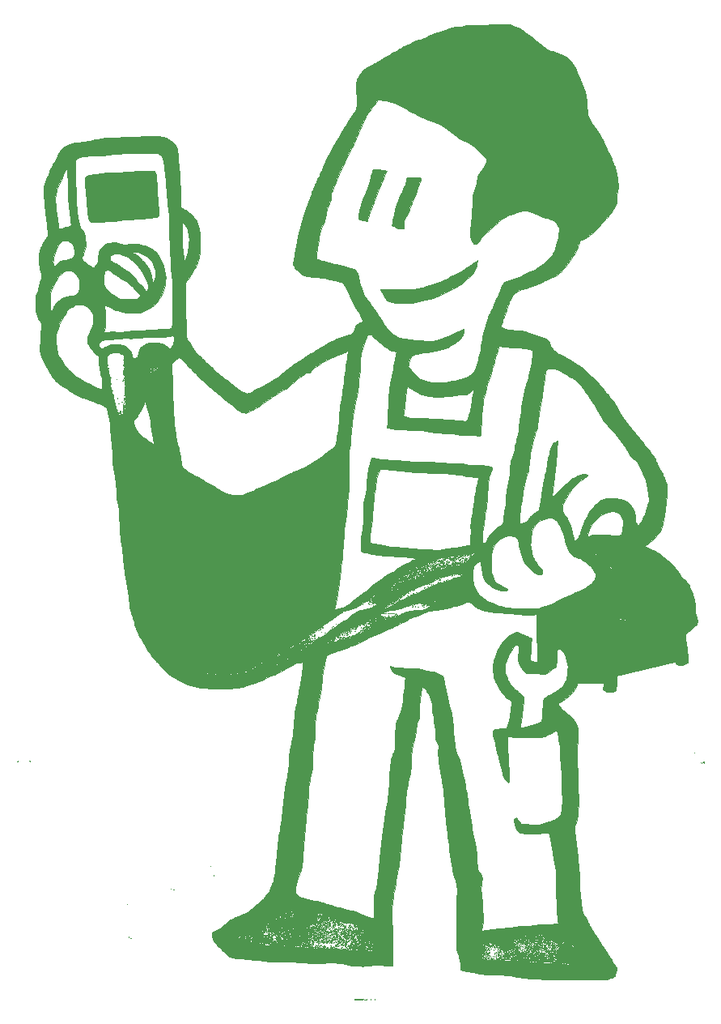
<source format=gbr>
G04 #@! TF.GenerationSoftware,KiCad,Pcbnew,5.1.4+dfsg1-1*
G04 #@! TF.CreationDate,2019-11-26T14:32:18-08:00*
G04 #@! TF.ProjectId,mrfixit,6d726669-7869-4742-9e6b-696361645f70,rev?*
G04 #@! TF.SameCoordinates,Original*
G04 #@! TF.FileFunction,Soldermask,Top*
G04 #@! TF.FilePolarity,Negative*
%FSLAX46Y46*%
G04 Gerber Fmt 4.6, Leading zero omitted, Abs format (unit mm)*
G04 Created by KiCad (PCBNEW 5.1.4+dfsg1-1) date 2019-11-26 14:32:18*
%MOMM*%
%LPD*%
G04 APERTURE LIST*
%ADD10C,0.010000*%
%ADD11C,0.100000*%
G04 APERTURE END LIST*
D10*
G36*
X134747030Y-97641012D02*
G01*
X134748055Y-97649445D01*
X134721210Y-97683697D01*
X134712778Y-97684722D01*
X134678525Y-97657877D01*
X134677500Y-97649445D01*
X134704345Y-97615192D01*
X134712778Y-97614167D01*
X134747030Y-97641012D01*
X134747030Y-97641012D01*
G37*
X134747030Y-97641012D02*
X134748055Y-97649445D01*
X134721210Y-97683697D01*
X134712778Y-97684722D01*
X134678525Y-97657877D01*
X134677500Y-97649445D01*
X134704345Y-97615192D01*
X134712778Y-97614167D01*
X134747030Y-97641012D01*
G36*
X134695803Y-97745859D02*
G01*
X134690257Y-97772917D01*
X134665218Y-97819334D01*
X134656087Y-97825834D01*
X134643754Y-97797026D01*
X134642222Y-97772917D01*
X134660684Y-97725961D01*
X134676393Y-97720000D01*
X134695803Y-97745859D01*
X134695803Y-97745859D01*
G37*
X134695803Y-97745859D02*
X134690257Y-97772917D01*
X134665218Y-97819334D01*
X134656087Y-97825834D01*
X134643754Y-97797026D01*
X134642222Y-97772917D01*
X134660684Y-97725961D01*
X134676393Y-97720000D01*
X134695803Y-97745859D01*
G36*
X133502265Y-98801121D02*
G01*
X133495694Y-98813611D01*
X133462455Y-98847302D01*
X133456253Y-98848889D01*
X133453846Y-98826101D01*
X133460417Y-98813611D01*
X133493656Y-98779921D01*
X133499858Y-98778334D01*
X133502265Y-98801121D01*
X133502265Y-98801121D01*
G37*
X133502265Y-98801121D02*
X133495694Y-98813611D01*
X133462455Y-98847302D01*
X133456253Y-98848889D01*
X133453846Y-98826101D01*
X133460417Y-98813611D01*
X133493656Y-98779921D01*
X133499858Y-98778334D01*
X133502265Y-98801121D01*
G36*
X150270278Y-133862084D02*
G01*
X150252639Y-133879722D01*
X150235000Y-133862084D01*
X150252639Y-133844445D01*
X150270278Y-133862084D01*
X150270278Y-133862084D01*
G37*
X150270278Y-133862084D02*
X150252639Y-133879722D01*
X150235000Y-133862084D01*
X150252639Y-133844445D01*
X150270278Y-133862084D01*
G36*
X109999588Y-53860996D02*
G01*
X110078319Y-53868382D01*
X110130790Y-53881591D01*
X110168071Y-53901714D01*
X110201231Y-53929840D01*
X110204301Y-53932716D01*
X110297155Y-54066542D01*
X110352895Y-54259094D01*
X110371744Y-54508815D01*
X110377834Y-54649822D01*
X110393495Y-54828382D01*
X110415752Y-55012618D01*
X110424028Y-55069167D01*
X110443424Y-55232820D01*
X110459732Y-55442014D01*
X110471415Y-55671751D01*
X110476937Y-55897032D01*
X110477153Y-55933472D01*
X110480042Y-56132355D01*
X110486972Y-56317644D01*
X110497011Y-56472412D01*
X110509229Y-56579732D01*
X110514046Y-56603750D01*
X110525160Y-56677144D01*
X110537896Y-56809788D01*
X110551470Y-56990420D01*
X110565101Y-57207776D01*
X110578004Y-57450592D01*
X110587481Y-57660509D01*
X110600051Y-57955784D01*
X110608458Y-58188276D01*
X110609761Y-58365746D01*
X110601019Y-58495956D01*
X110579289Y-58586667D01*
X110541632Y-58645642D01*
X110485104Y-58680641D01*
X110406765Y-58699426D01*
X110303674Y-58709760D01*
X110186606Y-58718303D01*
X110027028Y-58732442D01*
X109826655Y-58752453D01*
X109614689Y-58775333D01*
X109471528Y-58791866D01*
X109298005Y-58810835D01*
X109093245Y-58829809D01*
X108851092Y-58849217D01*
X108565390Y-58869486D01*
X108229986Y-58891044D01*
X107838723Y-58914320D01*
X107385446Y-58939740D01*
X107196111Y-58950027D01*
X106991909Y-58964168D01*
X106793078Y-58983461D01*
X106619870Y-59005582D01*
X106492531Y-59028210D01*
X106472917Y-59032965D01*
X106315604Y-59063914D01*
X106136419Y-59084561D01*
X106026480Y-59089577D01*
X105896980Y-59094353D01*
X105721247Y-59106390D01*
X105523016Y-59123833D01*
X105338564Y-59143361D01*
X105126453Y-59163911D01*
X104900657Y-59179146D01*
X104690732Y-59187401D01*
X104550278Y-59187773D01*
X104362195Y-59187106D01*
X104162188Y-59192580D01*
X103986809Y-59203060D01*
X103950555Y-59206384D01*
X103778226Y-59217535D01*
X103650129Y-59209115D01*
X103548069Y-59181839D01*
X103434571Y-59132048D01*
X103356891Y-59072522D01*
X103305774Y-58988022D01*
X103271968Y-58863310D01*
X103246451Y-58685139D01*
X103202073Y-58298403D01*
X103166770Y-57974938D01*
X103139927Y-57708125D01*
X103120932Y-57491347D01*
X103109173Y-57317987D01*
X103104037Y-57181429D01*
X103103691Y-57143423D01*
X103098551Y-57012716D01*
X103084594Y-56833427D01*
X103063791Y-56626698D01*
X103038108Y-56413675D01*
X103030453Y-56356806D01*
X103002704Y-56123242D01*
X102977174Y-55849036D01*
X102956259Y-55564104D01*
X102942358Y-55298357D01*
X102939945Y-55227917D01*
X102937691Y-55142387D01*
X103723597Y-55142387D01*
X103723771Y-55240198D01*
X103733111Y-55371615D01*
X103738634Y-55423470D01*
X103779925Y-55783160D01*
X103813615Y-56084736D01*
X103840858Y-56340097D01*
X103862810Y-56561138D01*
X103880623Y-56759757D01*
X103895453Y-56947852D01*
X103908455Y-57137319D01*
X103914780Y-57238750D01*
X103929232Y-57456620D01*
X103945793Y-57673468D01*
X103962758Y-57868883D01*
X103978424Y-58022453D01*
X103983970Y-58067778D01*
X104000860Y-58196782D01*
X104013580Y-58296177D01*
X104019760Y-58347398D01*
X104019991Y-58350000D01*
X104053829Y-58358879D01*
X104145878Y-58363318D01*
X104283961Y-58363764D01*
X104455901Y-58360664D01*
X104649524Y-58354464D01*
X104852652Y-58345612D01*
X105053109Y-58334554D01*
X105238720Y-58321736D01*
X105397309Y-58307606D01*
X105495026Y-58295875D01*
X105680114Y-58272956D01*
X105870132Y-58255155D01*
X106034880Y-58245094D01*
X106094748Y-58243785D01*
X106251852Y-58234472D01*
X106411432Y-58210800D01*
X106508194Y-58186918D01*
X106626095Y-58160687D01*
X106804847Y-58136670D01*
X107034754Y-58115944D01*
X107284305Y-58100649D01*
X107527125Y-58087869D01*
X107795588Y-58072502D01*
X108079330Y-58055258D01*
X108367991Y-58036847D01*
X108651209Y-58017978D01*
X108918620Y-57999361D01*
X109159863Y-57981706D01*
X109364577Y-57965723D01*
X109522399Y-57952121D01*
X109622966Y-57941609D01*
X109639097Y-57939372D01*
X109771389Y-57918948D01*
X109768813Y-57525932D01*
X109764515Y-57342161D01*
X109754996Y-57162035D01*
X109741836Y-57010712D01*
X109731933Y-56938889D01*
X109721092Y-56849199D01*
X109709048Y-56701398D01*
X109696553Y-56507901D01*
X109684359Y-56281127D01*
X109673219Y-56033492D01*
X109666747Y-55862917D01*
X109657181Y-55612740D01*
X109646741Y-55379255D01*
X109636056Y-55173883D01*
X109625755Y-55008046D01*
X109616470Y-54893166D01*
X109610817Y-54848681D01*
X109585768Y-54716389D01*
X109228787Y-54717132D01*
X109083902Y-54719776D01*
X108885483Y-54726730D01*
X108650371Y-54737224D01*
X108395403Y-54750493D01*
X108137420Y-54765768D01*
X108078055Y-54769574D01*
X107813788Y-54784992D01*
X107500113Y-54800387D01*
X107158170Y-54814901D01*
X106809102Y-54827677D01*
X106474051Y-54837856D01*
X106278889Y-54842566D01*
X105868577Y-54853588D01*
X105519719Y-54868207D01*
X105223281Y-54886971D01*
X104970227Y-54910428D01*
X104797222Y-54932324D01*
X104590362Y-54961522D01*
X104378967Y-54990443D01*
X104187798Y-55015750D01*
X104041614Y-55034110D01*
X104041349Y-55034142D01*
X103906458Y-55053233D01*
X103799151Y-55073991D01*
X103738447Y-55092582D01*
X103732907Y-55096316D01*
X103723597Y-55142387D01*
X102937691Y-55142387D01*
X102934100Y-55006193D01*
X102931987Y-54843156D01*
X102934465Y-54726995D01*
X102942392Y-54645901D01*
X102956624Y-54588064D01*
X102978020Y-54541673D01*
X102991380Y-54519538D01*
X103073070Y-54425398D01*
X103189224Y-54354770D01*
X103350697Y-54303272D01*
X103568341Y-54266525D01*
X103638120Y-54258567D01*
X103803474Y-54239371D01*
X104012198Y-54212517D01*
X104237994Y-54181512D01*
X104454565Y-54149862D01*
X104462083Y-54148720D01*
X104751270Y-54112126D01*
X105094620Y-54082360D01*
X105497884Y-54058997D01*
X105873194Y-54044450D01*
X106156643Y-54034510D01*
X106449513Y-54022598D01*
X106734218Y-54009546D01*
X106993170Y-53996186D01*
X107208783Y-53983351D01*
X107301944Y-53976859D01*
X107811258Y-53940253D01*
X108264155Y-53911398D01*
X108674262Y-53889589D01*
X109055209Y-53874115D01*
X109420625Y-53864270D01*
X109495134Y-53862878D01*
X109719065Y-53859334D01*
X109883527Y-53858343D01*
X109999588Y-53860996D01*
X109999588Y-53860996D01*
G37*
X109999588Y-53860996D02*
X110078319Y-53868382D01*
X110130790Y-53881591D01*
X110168071Y-53901714D01*
X110201231Y-53929840D01*
X110204301Y-53932716D01*
X110297155Y-54066542D01*
X110352895Y-54259094D01*
X110371744Y-54508815D01*
X110377834Y-54649822D01*
X110393495Y-54828382D01*
X110415752Y-55012618D01*
X110424028Y-55069167D01*
X110443424Y-55232820D01*
X110459732Y-55442014D01*
X110471415Y-55671751D01*
X110476937Y-55897032D01*
X110477153Y-55933472D01*
X110480042Y-56132355D01*
X110486972Y-56317644D01*
X110497011Y-56472412D01*
X110509229Y-56579732D01*
X110514046Y-56603750D01*
X110525160Y-56677144D01*
X110537896Y-56809788D01*
X110551470Y-56990420D01*
X110565101Y-57207776D01*
X110578004Y-57450592D01*
X110587481Y-57660509D01*
X110600051Y-57955784D01*
X110608458Y-58188276D01*
X110609761Y-58365746D01*
X110601019Y-58495956D01*
X110579289Y-58586667D01*
X110541632Y-58645642D01*
X110485104Y-58680641D01*
X110406765Y-58699426D01*
X110303674Y-58709760D01*
X110186606Y-58718303D01*
X110027028Y-58732442D01*
X109826655Y-58752453D01*
X109614689Y-58775333D01*
X109471528Y-58791866D01*
X109298005Y-58810835D01*
X109093245Y-58829809D01*
X108851092Y-58849217D01*
X108565390Y-58869486D01*
X108229986Y-58891044D01*
X107838723Y-58914320D01*
X107385446Y-58939740D01*
X107196111Y-58950027D01*
X106991909Y-58964168D01*
X106793078Y-58983461D01*
X106619870Y-59005582D01*
X106492531Y-59028210D01*
X106472917Y-59032965D01*
X106315604Y-59063914D01*
X106136419Y-59084561D01*
X106026480Y-59089577D01*
X105896980Y-59094353D01*
X105721247Y-59106390D01*
X105523016Y-59123833D01*
X105338564Y-59143361D01*
X105126453Y-59163911D01*
X104900657Y-59179146D01*
X104690732Y-59187401D01*
X104550278Y-59187773D01*
X104362195Y-59187106D01*
X104162188Y-59192580D01*
X103986809Y-59203060D01*
X103950555Y-59206384D01*
X103778226Y-59217535D01*
X103650129Y-59209115D01*
X103548069Y-59181839D01*
X103434571Y-59132048D01*
X103356891Y-59072522D01*
X103305774Y-58988022D01*
X103271968Y-58863310D01*
X103246451Y-58685139D01*
X103202073Y-58298403D01*
X103166770Y-57974938D01*
X103139927Y-57708125D01*
X103120932Y-57491347D01*
X103109173Y-57317987D01*
X103104037Y-57181429D01*
X103103691Y-57143423D01*
X103098551Y-57012716D01*
X103084594Y-56833427D01*
X103063791Y-56626698D01*
X103038108Y-56413675D01*
X103030453Y-56356806D01*
X103002704Y-56123242D01*
X102977174Y-55849036D01*
X102956259Y-55564104D01*
X102942358Y-55298357D01*
X102939945Y-55227917D01*
X102937691Y-55142387D01*
X103723597Y-55142387D01*
X103723771Y-55240198D01*
X103733111Y-55371615D01*
X103738634Y-55423470D01*
X103779925Y-55783160D01*
X103813615Y-56084736D01*
X103840858Y-56340097D01*
X103862810Y-56561138D01*
X103880623Y-56759757D01*
X103895453Y-56947852D01*
X103908455Y-57137319D01*
X103914780Y-57238750D01*
X103929232Y-57456620D01*
X103945793Y-57673468D01*
X103962758Y-57868883D01*
X103978424Y-58022453D01*
X103983970Y-58067778D01*
X104000860Y-58196782D01*
X104013580Y-58296177D01*
X104019760Y-58347398D01*
X104019991Y-58350000D01*
X104053829Y-58358879D01*
X104145878Y-58363318D01*
X104283961Y-58363764D01*
X104455901Y-58360664D01*
X104649524Y-58354464D01*
X104852652Y-58345612D01*
X105053109Y-58334554D01*
X105238720Y-58321736D01*
X105397309Y-58307606D01*
X105495026Y-58295875D01*
X105680114Y-58272956D01*
X105870132Y-58255155D01*
X106034880Y-58245094D01*
X106094748Y-58243785D01*
X106251852Y-58234472D01*
X106411432Y-58210800D01*
X106508194Y-58186918D01*
X106626095Y-58160687D01*
X106804847Y-58136670D01*
X107034754Y-58115944D01*
X107284305Y-58100649D01*
X107527125Y-58087869D01*
X107795588Y-58072502D01*
X108079330Y-58055258D01*
X108367991Y-58036847D01*
X108651209Y-58017978D01*
X108918620Y-57999361D01*
X109159863Y-57981706D01*
X109364577Y-57965723D01*
X109522399Y-57952121D01*
X109622966Y-57941609D01*
X109639097Y-57939372D01*
X109771389Y-57918948D01*
X109768813Y-57525932D01*
X109764515Y-57342161D01*
X109754996Y-57162035D01*
X109741836Y-57010712D01*
X109731933Y-56938889D01*
X109721092Y-56849199D01*
X109709048Y-56701398D01*
X109696553Y-56507901D01*
X109684359Y-56281127D01*
X109673219Y-56033492D01*
X109666747Y-55862917D01*
X109657181Y-55612740D01*
X109646741Y-55379255D01*
X109636056Y-55173883D01*
X109625755Y-55008046D01*
X109616470Y-54893166D01*
X109610817Y-54848681D01*
X109585768Y-54716389D01*
X109228787Y-54717132D01*
X109083902Y-54719776D01*
X108885483Y-54726730D01*
X108650371Y-54737224D01*
X108395403Y-54750493D01*
X108137420Y-54765768D01*
X108078055Y-54769574D01*
X107813788Y-54784992D01*
X107500113Y-54800387D01*
X107158170Y-54814901D01*
X106809102Y-54827677D01*
X106474051Y-54837856D01*
X106278889Y-54842566D01*
X105868577Y-54853588D01*
X105519719Y-54868207D01*
X105223281Y-54886971D01*
X104970227Y-54910428D01*
X104797222Y-54932324D01*
X104590362Y-54961522D01*
X104378967Y-54990443D01*
X104187798Y-55015750D01*
X104041614Y-55034110D01*
X104041349Y-55034142D01*
X103906458Y-55053233D01*
X103799151Y-55073991D01*
X103738447Y-55092582D01*
X103732907Y-55096316D01*
X103723597Y-55142387D01*
X102937691Y-55142387D01*
X102934100Y-55006193D01*
X102931987Y-54843156D01*
X102934465Y-54726995D01*
X102942392Y-54645901D01*
X102956624Y-54588064D01*
X102978020Y-54541673D01*
X102991380Y-54519538D01*
X103073070Y-54425398D01*
X103189224Y-54354770D01*
X103350697Y-54303272D01*
X103568341Y-54266525D01*
X103638120Y-54258567D01*
X103803474Y-54239371D01*
X104012198Y-54212517D01*
X104237994Y-54181512D01*
X104454565Y-54149862D01*
X104462083Y-54148720D01*
X104751270Y-54112126D01*
X105094620Y-54082360D01*
X105497884Y-54058997D01*
X105873194Y-54044450D01*
X106156643Y-54034510D01*
X106449513Y-54022598D01*
X106734218Y-54009546D01*
X106993170Y-53996186D01*
X107208783Y-53983351D01*
X107301944Y-53976859D01*
X107811258Y-53940253D01*
X108264155Y-53911398D01*
X108674262Y-53889589D01*
X109055209Y-53874115D01*
X109420625Y-53864270D01*
X109495134Y-53862878D01*
X109719065Y-53859334D01*
X109883527Y-53858343D01*
X109999588Y-53860996D01*
G36*
X110182963Y-74236759D02*
G01*
X110178120Y-74257732D01*
X110159444Y-74260278D01*
X110130407Y-74247370D01*
X110135926Y-74236759D01*
X110177792Y-74232537D01*
X110182963Y-74236759D01*
X110182963Y-74236759D01*
G37*
X110182963Y-74236759D02*
X110178120Y-74257732D01*
X110159444Y-74260278D01*
X110130407Y-74247370D01*
X110135926Y-74236759D01*
X110177792Y-74232537D01*
X110182963Y-74236759D01*
G36*
X110863975Y-74604623D02*
G01*
X110865000Y-74613056D01*
X110838154Y-74647308D01*
X110829722Y-74648334D01*
X110795469Y-74621488D01*
X110794444Y-74613056D01*
X110821290Y-74578803D01*
X110829722Y-74577778D01*
X110863975Y-74604623D01*
X110863975Y-74604623D01*
G37*
X110863975Y-74604623D02*
X110865000Y-74613056D01*
X110838154Y-74647308D01*
X110829722Y-74648334D01*
X110795469Y-74621488D01*
X110794444Y-74613056D01*
X110821290Y-74578803D01*
X110829722Y-74577778D01*
X110863975Y-74604623D01*
G36*
X110759167Y-74630695D02*
G01*
X110741528Y-74648334D01*
X110723889Y-74630695D01*
X110741528Y-74613056D01*
X110759167Y-74630695D01*
X110759167Y-74630695D01*
G37*
X110759167Y-74630695D02*
X110741528Y-74648334D01*
X110723889Y-74630695D01*
X110741528Y-74613056D01*
X110759167Y-74630695D01*
G36*
X110723889Y-74313195D02*
G01*
X110706250Y-74330834D01*
X110688611Y-74313195D01*
X110706250Y-74295556D01*
X110723889Y-74313195D01*
X110723889Y-74313195D01*
G37*
X110723889Y-74313195D02*
X110706250Y-74330834D01*
X110688611Y-74313195D01*
X110706250Y-74295556D01*
X110723889Y-74313195D01*
G36*
X110401312Y-74462303D02*
G01*
X110406389Y-74487502D01*
X110387970Y-74535769D01*
X110371111Y-74542500D01*
X110336843Y-74517180D01*
X110335833Y-74509304D01*
X110361477Y-74461526D01*
X110371111Y-74454306D01*
X110401312Y-74462303D01*
X110401312Y-74462303D01*
G37*
X110401312Y-74462303D02*
X110406389Y-74487502D01*
X110387970Y-74535769D01*
X110371111Y-74542500D01*
X110336843Y-74517180D01*
X110335833Y-74509304D01*
X110361477Y-74461526D01*
X110371111Y-74454306D01*
X110401312Y-74462303D01*
G36*
X110218241Y-74554259D02*
G01*
X110213398Y-74575232D01*
X110194722Y-74577778D01*
X110165684Y-74564870D01*
X110171204Y-74554259D01*
X110213070Y-74550037D01*
X110218241Y-74554259D01*
X110218241Y-74554259D01*
G37*
X110218241Y-74554259D02*
X110213398Y-74575232D01*
X110194722Y-74577778D01*
X110165684Y-74564870D01*
X110171204Y-74554259D01*
X110213070Y-74550037D01*
X110218241Y-74554259D01*
G36*
X133510433Y-53701754D02*
G01*
X133700443Y-53724052D01*
X133886209Y-53755785D01*
X133920815Y-53763126D01*
X134075346Y-53794756D01*
X134216021Y-53819102D01*
X134319892Y-53832348D01*
X134345301Y-53833681D01*
X134427926Y-53840006D01*
X134473759Y-53854130D01*
X134468693Y-53892206D01*
X134435225Y-53988983D01*
X134372994Y-54145324D01*
X134281637Y-54362093D01*
X134160793Y-54640152D01*
X134010101Y-54980365D01*
X133883409Y-55263195D01*
X133669932Y-55754012D01*
X133474557Y-56235217D01*
X133303496Y-56690843D01*
X133162960Y-57104927D01*
X133146333Y-57157843D01*
X133074398Y-57372252D01*
X132985452Y-57612620D01*
X132893206Y-57842765D01*
X132842112Y-57960598D01*
X132759698Y-58154072D01*
X132680303Y-58359859D01*
X132608820Y-58563158D01*
X132550146Y-58749169D01*
X132509177Y-58903090D01*
X132490809Y-59010122D01*
X132490278Y-59024224D01*
X132479764Y-59064816D01*
X132436649Y-59083638D01*
X132343570Y-59087167D01*
X132322708Y-59086741D01*
X132206236Y-59081285D01*
X132109970Y-59072357D01*
X132084583Y-59068325D01*
X131943298Y-59034511D01*
X131796635Y-58991231D01*
X131666848Y-58945834D01*
X131576195Y-58905668D01*
X131558297Y-58894550D01*
X131520506Y-58859050D01*
X131507371Y-58812455D01*
X131516404Y-58732855D01*
X131531594Y-58659390D01*
X131554337Y-58537032D01*
X131579366Y-58373766D01*
X131602299Y-58198924D01*
X131608656Y-58143721D01*
X131617052Y-58071497D01*
X131626717Y-58003254D01*
X131639579Y-57933363D01*
X131657565Y-57856199D01*
X131682603Y-57766134D01*
X131716620Y-57657541D01*
X131761545Y-57524792D01*
X131819305Y-57362262D01*
X131891827Y-57164321D01*
X131981040Y-56925344D01*
X132088870Y-56639704D01*
X132217247Y-56301772D01*
X132368096Y-55905923D01*
X132438327Y-55721806D01*
X132524499Y-55482162D01*
X132614789Y-55207891D01*
X132699141Y-54930897D01*
X132767494Y-54683083D01*
X132774383Y-54655864D01*
X132828542Y-54450398D01*
X132886208Y-54250465D01*
X132941656Y-54074743D01*
X132989162Y-53941911D01*
X133004101Y-53906211D01*
X133099635Y-53693334D01*
X133352368Y-53693334D01*
X133510433Y-53701754D01*
X133510433Y-53701754D01*
G37*
X133510433Y-53701754D02*
X133700443Y-53724052D01*
X133886209Y-53755785D01*
X133920815Y-53763126D01*
X134075346Y-53794756D01*
X134216021Y-53819102D01*
X134319892Y-53832348D01*
X134345301Y-53833681D01*
X134427926Y-53840006D01*
X134473759Y-53854130D01*
X134468693Y-53892206D01*
X134435225Y-53988983D01*
X134372994Y-54145324D01*
X134281637Y-54362093D01*
X134160793Y-54640152D01*
X134010101Y-54980365D01*
X133883409Y-55263195D01*
X133669932Y-55754012D01*
X133474557Y-56235217D01*
X133303496Y-56690843D01*
X133162960Y-57104927D01*
X133146333Y-57157843D01*
X133074398Y-57372252D01*
X132985452Y-57612620D01*
X132893206Y-57842765D01*
X132842112Y-57960598D01*
X132759698Y-58154072D01*
X132680303Y-58359859D01*
X132608820Y-58563158D01*
X132550146Y-58749169D01*
X132509177Y-58903090D01*
X132490809Y-59010122D01*
X132490278Y-59024224D01*
X132479764Y-59064816D01*
X132436649Y-59083638D01*
X132343570Y-59087167D01*
X132322708Y-59086741D01*
X132206236Y-59081285D01*
X132109970Y-59072357D01*
X132084583Y-59068325D01*
X131943298Y-59034511D01*
X131796635Y-58991231D01*
X131666848Y-58945834D01*
X131576195Y-58905668D01*
X131558297Y-58894550D01*
X131520506Y-58859050D01*
X131507371Y-58812455D01*
X131516404Y-58732855D01*
X131531594Y-58659390D01*
X131554337Y-58537032D01*
X131579366Y-58373766D01*
X131602299Y-58198924D01*
X131608656Y-58143721D01*
X131617052Y-58071497D01*
X131626717Y-58003254D01*
X131639579Y-57933363D01*
X131657565Y-57856199D01*
X131682603Y-57766134D01*
X131716620Y-57657541D01*
X131761545Y-57524792D01*
X131819305Y-57362262D01*
X131891827Y-57164321D01*
X131981040Y-56925344D01*
X132088870Y-56639704D01*
X132217247Y-56301772D01*
X132368096Y-55905923D01*
X132438327Y-55721806D01*
X132524499Y-55482162D01*
X132614789Y-55207891D01*
X132699141Y-54930897D01*
X132767494Y-54683083D01*
X132774383Y-54655864D01*
X132828542Y-54450398D01*
X132886208Y-54250465D01*
X132941656Y-54074743D01*
X132989162Y-53941911D01*
X133004101Y-53906211D01*
X133099635Y-53693334D01*
X133352368Y-53693334D01*
X133510433Y-53701754D01*
G36*
X137446978Y-54523429D02*
G01*
X137614271Y-54527438D01*
X137736990Y-54535600D01*
X137828115Y-54549124D01*
X137900628Y-54569222D01*
X137953301Y-54590550D01*
X138053956Y-54647104D01*
X138089589Y-54697988D01*
X138087977Y-54714022D01*
X138071023Y-54760997D01*
X138031910Y-54864086D01*
X137974320Y-55013747D01*
X137901938Y-55200443D01*
X137818446Y-55414633D01*
X137746535Y-55598334D01*
X137635495Y-55884775D01*
X137510032Y-56213918D01*
X137379107Y-56561894D01*
X137251683Y-56904839D01*
X137136722Y-57218884D01*
X137104056Y-57309306D01*
X137000438Y-57596750D01*
X136916594Y-57826629D01*
X136848487Y-58007791D01*
X136792077Y-58149087D01*
X136743328Y-58259366D01*
X136698199Y-58347478D01*
X136652653Y-58422272D01*
X136602650Y-58492599D01*
X136544154Y-58567307D01*
X136511512Y-58607767D01*
X136410856Y-58742556D01*
X136341396Y-58867437D01*
X136298184Y-59000326D01*
X136276274Y-59159140D01*
X136270718Y-59361793D01*
X136272281Y-59474149D01*
X136273890Y-59632896D01*
X136271743Y-59764400D01*
X136266314Y-59853398D01*
X136259607Y-59884097D01*
X136206069Y-59904594D01*
X136110649Y-59918213D01*
X136001885Y-59922391D01*
X135912222Y-59915285D01*
X135809421Y-59889671D01*
X135675579Y-59846106D01*
X135525207Y-59790615D01*
X135372817Y-59729224D01*
X135232922Y-59667957D01*
X135120032Y-59612841D01*
X135048660Y-59569899D01*
X135031105Y-59549445D01*
X135038729Y-59490323D01*
X135060315Y-59373827D01*
X135093369Y-59211190D01*
X135135394Y-59013649D01*
X135183896Y-58792436D01*
X135236379Y-58558786D01*
X135290349Y-58323935D01*
X135343308Y-58099116D01*
X135392763Y-57895565D01*
X135436219Y-57724515D01*
X135437651Y-57719060D01*
X135544103Y-57340960D01*
X135657145Y-56998402D01*
X135786183Y-56666713D01*
X135940625Y-56321220D01*
X136077599Y-56040563D01*
X136201873Y-55790643D01*
X136298663Y-55589054D01*
X136373607Y-55421830D01*
X136432344Y-55275006D01*
X136480510Y-55134613D01*
X136523744Y-54986687D01*
X136561568Y-54841653D01*
X136641958Y-54522361D01*
X137222131Y-54522361D01*
X137446978Y-54523429D01*
X137446978Y-54523429D01*
G37*
X137446978Y-54523429D02*
X137614271Y-54527438D01*
X137736990Y-54535600D01*
X137828115Y-54549124D01*
X137900628Y-54569222D01*
X137953301Y-54590550D01*
X138053956Y-54647104D01*
X138089589Y-54697988D01*
X138087977Y-54714022D01*
X138071023Y-54760997D01*
X138031910Y-54864086D01*
X137974320Y-55013747D01*
X137901938Y-55200443D01*
X137818446Y-55414633D01*
X137746535Y-55598334D01*
X137635495Y-55884775D01*
X137510032Y-56213918D01*
X137379107Y-56561894D01*
X137251683Y-56904839D01*
X137136722Y-57218884D01*
X137104056Y-57309306D01*
X137000438Y-57596750D01*
X136916594Y-57826629D01*
X136848487Y-58007791D01*
X136792077Y-58149087D01*
X136743328Y-58259366D01*
X136698199Y-58347478D01*
X136652653Y-58422272D01*
X136602650Y-58492599D01*
X136544154Y-58567307D01*
X136511512Y-58607767D01*
X136410856Y-58742556D01*
X136341396Y-58867437D01*
X136298184Y-59000326D01*
X136276274Y-59159140D01*
X136270718Y-59361793D01*
X136272281Y-59474149D01*
X136273890Y-59632896D01*
X136271743Y-59764400D01*
X136266314Y-59853398D01*
X136259607Y-59884097D01*
X136206069Y-59904594D01*
X136110649Y-59918213D01*
X136001885Y-59922391D01*
X135912222Y-59915285D01*
X135809421Y-59889671D01*
X135675579Y-59846106D01*
X135525207Y-59790615D01*
X135372817Y-59729224D01*
X135232922Y-59667957D01*
X135120032Y-59612841D01*
X135048660Y-59569899D01*
X135031105Y-59549445D01*
X135038729Y-59490323D01*
X135060315Y-59373827D01*
X135093369Y-59211190D01*
X135135394Y-59013649D01*
X135183896Y-58792436D01*
X135236379Y-58558786D01*
X135290349Y-58323935D01*
X135343308Y-58099116D01*
X135392763Y-57895565D01*
X135436219Y-57724515D01*
X135437651Y-57719060D01*
X135544103Y-57340960D01*
X135657145Y-56998402D01*
X135786183Y-56666713D01*
X135940625Y-56321220D01*
X136077599Y-56040563D01*
X136201873Y-55790643D01*
X136298663Y-55589054D01*
X136373607Y-55421830D01*
X136432344Y-55275006D01*
X136480510Y-55134613D01*
X136523744Y-54986687D01*
X136561568Y-54841653D01*
X136641958Y-54522361D01*
X137222131Y-54522361D01*
X137446978Y-54523429D01*
G36*
X143975928Y-63264920D02*
G01*
X143962519Y-63346390D01*
X143955717Y-63378222D01*
X143931874Y-63483815D01*
X143899326Y-63627578D01*
X143865008Y-63778877D01*
X143864122Y-63782778D01*
X143816822Y-63967331D01*
X143760383Y-64131920D01*
X143688564Y-64284931D01*
X143595124Y-64434747D01*
X143473825Y-64589755D01*
X143318426Y-64758339D01*
X143122687Y-64948885D01*
X142880368Y-65169777D01*
X142738472Y-65295383D01*
X142528191Y-65479131D01*
X142356953Y-65624543D01*
X142211493Y-65740631D01*
X142078546Y-65836407D01*
X141944848Y-65920886D01*
X141797134Y-66003079D01*
X141622138Y-66091999D01*
X141425082Y-66187765D01*
X141178504Y-66306456D01*
X140898288Y-66441349D01*
X140612769Y-66578803D01*
X140350284Y-66705177D01*
X140251389Y-66752794D01*
X139976720Y-66879419D01*
X139710618Y-66991610D01*
X139471320Y-67082006D01*
X139298889Y-67137260D01*
X139030258Y-67212629D01*
X138818923Y-67271317D01*
X138654339Y-67316026D01*
X138525961Y-67349457D01*
X138423242Y-67374311D01*
X138335638Y-67393289D01*
X138252604Y-67409092D01*
X138205278Y-67417372D01*
X138073933Y-67443010D01*
X137900082Y-67481278D01*
X137709327Y-67526380D01*
X137574915Y-67560083D01*
X137385060Y-67604962D01*
X137199941Y-67638859D01*
X137007595Y-67662488D01*
X136796060Y-67676565D01*
X136553375Y-67681803D01*
X136267577Y-67678918D01*
X135926704Y-67668624D01*
X135824028Y-67664681D01*
X135599978Y-67653767D01*
X135387836Y-67639756D01*
X135202575Y-67623914D01*
X135059169Y-67607508D01*
X134977361Y-67593078D01*
X134734050Y-67509979D01*
X134545188Y-67400093D01*
X134416788Y-67267194D01*
X134392328Y-67226060D01*
X134338332Y-67130367D01*
X134258745Y-66999080D01*
X134167539Y-66855029D01*
X134130985Y-66799028D01*
X134003104Y-66599453D01*
X133908352Y-66439514D01*
X133849887Y-66324857D01*
X133830833Y-66262678D01*
X133863946Y-66254516D01*
X133954974Y-66251301D01*
X134091452Y-66253011D01*
X134260916Y-66259625D01*
X134333542Y-66263545D01*
X134499387Y-66270375D01*
X134721664Y-66275364D01*
X134986270Y-66278424D01*
X135279103Y-66279464D01*
X135586061Y-66278393D01*
X135893042Y-66275121D01*
X135965139Y-66273998D01*
X136356901Y-66266092D01*
X136689497Y-66255808D01*
X136974301Y-66242125D01*
X137222688Y-66224023D01*
X137446034Y-66200482D01*
X137655714Y-66170481D01*
X137863103Y-66132999D01*
X138079578Y-66087016D01*
X138099444Y-66082528D01*
X138249637Y-66044220D01*
X138450407Y-65986825D01*
X138689331Y-65914445D01*
X138953987Y-65831186D01*
X139231954Y-65741151D01*
X139510809Y-65648445D01*
X139778130Y-65557172D01*
X140021496Y-65471436D01*
X140228484Y-65395342D01*
X140386673Y-65332993D01*
X140445417Y-65307415D01*
X140816174Y-65128635D01*
X141224746Y-64917476D01*
X141655594Y-64682899D01*
X142093177Y-64433866D01*
X142521954Y-64179339D01*
X142926387Y-63928280D01*
X143290934Y-63689650D01*
X143492408Y-63550239D01*
X143650580Y-63439016D01*
X143787611Y-63344823D01*
X143893747Y-63274193D01*
X143959233Y-63233656D01*
X143975676Y-63226695D01*
X143975928Y-63264920D01*
X143975928Y-63264920D01*
G37*
X143975928Y-63264920D02*
X143962519Y-63346390D01*
X143955717Y-63378222D01*
X143931874Y-63483815D01*
X143899326Y-63627578D01*
X143865008Y-63778877D01*
X143864122Y-63782778D01*
X143816822Y-63967331D01*
X143760383Y-64131920D01*
X143688564Y-64284931D01*
X143595124Y-64434747D01*
X143473825Y-64589755D01*
X143318426Y-64758339D01*
X143122687Y-64948885D01*
X142880368Y-65169777D01*
X142738472Y-65295383D01*
X142528191Y-65479131D01*
X142356953Y-65624543D01*
X142211493Y-65740631D01*
X142078546Y-65836407D01*
X141944848Y-65920886D01*
X141797134Y-66003079D01*
X141622138Y-66091999D01*
X141425082Y-66187765D01*
X141178504Y-66306456D01*
X140898288Y-66441349D01*
X140612769Y-66578803D01*
X140350284Y-66705177D01*
X140251389Y-66752794D01*
X139976720Y-66879419D01*
X139710618Y-66991610D01*
X139471320Y-67082006D01*
X139298889Y-67137260D01*
X139030258Y-67212629D01*
X138818923Y-67271317D01*
X138654339Y-67316026D01*
X138525961Y-67349457D01*
X138423242Y-67374311D01*
X138335638Y-67393289D01*
X138252604Y-67409092D01*
X138205278Y-67417372D01*
X138073933Y-67443010D01*
X137900082Y-67481278D01*
X137709327Y-67526380D01*
X137574915Y-67560083D01*
X137385060Y-67604962D01*
X137199941Y-67638859D01*
X137007595Y-67662488D01*
X136796060Y-67676565D01*
X136553375Y-67681803D01*
X136267577Y-67678918D01*
X135926704Y-67668624D01*
X135824028Y-67664681D01*
X135599978Y-67653767D01*
X135387836Y-67639756D01*
X135202575Y-67623914D01*
X135059169Y-67607508D01*
X134977361Y-67593078D01*
X134734050Y-67509979D01*
X134545188Y-67400093D01*
X134416788Y-67267194D01*
X134392328Y-67226060D01*
X134338332Y-67130367D01*
X134258745Y-66999080D01*
X134167539Y-66855029D01*
X134130985Y-66799028D01*
X134003104Y-66599453D01*
X133908352Y-66439514D01*
X133849887Y-66324857D01*
X133830833Y-66262678D01*
X133863946Y-66254516D01*
X133954974Y-66251301D01*
X134091452Y-66253011D01*
X134260916Y-66259625D01*
X134333542Y-66263545D01*
X134499387Y-66270375D01*
X134721664Y-66275364D01*
X134986270Y-66278424D01*
X135279103Y-66279464D01*
X135586061Y-66278393D01*
X135893042Y-66275121D01*
X135965139Y-66273998D01*
X136356901Y-66266092D01*
X136689497Y-66255808D01*
X136974301Y-66242125D01*
X137222688Y-66224023D01*
X137446034Y-66200482D01*
X137655714Y-66170481D01*
X137863103Y-66132999D01*
X138079578Y-66087016D01*
X138099444Y-66082528D01*
X138249637Y-66044220D01*
X138450407Y-65986825D01*
X138689331Y-65914445D01*
X138953987Y-65831186D01*
X139231954Y-65741151D01*
X139510809Y-65648445D01*
X139778130Y-65557172D01*
X140021496Y-65471436D01*
X140228484Y-65395342D01*
X140386673Y-65332993D01*
X140445417Y-65307415D01*
X140816174Y-65128635D01*
X141224746Y-64917476D01*
X141655594Y-64682899D01*
X142093177Y-64433866D01*
X142521954Y-64179339D01*
X142926387Y-63928280D01*
X143290934Y-63689650D01*
X143492408Y-63550239D01*
X143650580Y-63439016D01*
X143787611Y-63344823D01*
X143893747Y-63274193D01*
X143959233Y-63233656D01*
X143975676Y-63226695D01*
X143975928Y-63264920D01*
G36*
X106702222Y-73007917D02*
G01*
X106684583Y-73025556D01*
X106666944Y-73007917D01*
X106684583Y-72990278D01*
X106702222Y-73007917D01*
X106702222Y-73007917D01*
G37*
X106702222Y-73007917D02*
X106684583Y-73025556D01*
X106666944Y-73007917D01*
X106684583Y-72990278D01*
X106702222Y-73007917D01*
G36*
X106984444Y-73431250D02*
G01*
X106966805Y-73448889D01*
X106949167Y-73431250D01*
X106966805Y-73413611D01*
X106984444Y-73431250D01*
X106984444Y-73431250D01*
G37*
X106984444Y-73431250D02*
X106966805Y-73448889D01*
X106949167Y-73431250D01*
X106966805Y-73413611D01*
X106984444Y-73431250D01*
G36*
X106949167Y-73607639D02*
G01*
X106931528Y-73625278D01*
X106913889Y-73607639D01*
X106931528Y-73590000D01*
X106949167Y-73607639D01*
X106949167Y-73607639D01*
G37*
X106949167Y-73607639D02*
X106931528Y-73625278D01*
X106913889Y-73607639D01*
X106931528Y-73590000D01*
X106949167Y-73607639D01*
G36*
X107007808Y-73898681D02*
G01*
X107012467Y-73970907D01*
X107007808Y-73986875D01*
X106994932Y-73991307D01*
X106990014Y-73942778D01*
X106995558Y-73892697D01*
X107007808Y-73898681D01*
X107007808Y-73898681D01*
G37*
X107007808Y-73898681D02*
X107012467Y-73970907D01*
X107007808Y-73986875D01*
X106994932Y-73991307D01*
X106990014Y-73942778D01*
X106995558Y-73892697D01*
X107007808Y-73898681D01*
G36*
X106984444Y-74136806D02*
G01*
X106966805Y-74154445D01*
X106949167Y-74136806D01*
X106966805Y-74119167D01*
X106984444Y-74136806D01*
X106984444Y-74136806D01*
G37*
X106984444Y-74136806D02*
X106966805Y-74154445D01*
X106949167Y-74136806D01*
X106966805Y-74119167D01*
X106984444Y-74136806D01*
G36*
X106913889Y-74136806D02*
G01*
X106896250Y-74154445D01*
X106878611Y-74136806D01*
X106896250Y-74119167D01*
X106913889Y-74136806D01*
X106913889Y-74136806D01*
G37*
X106913889Y-74136806D02*
X106896250Y-74154445D01*
X106878611Y-74136806D01*
X106896250Y-74119167D01*
X106913889Y-74136806D01*
G36*
X105291111Y-74136806D02*
G01*
X105273472Y-74154445D01*
X105255833Y-74136806D01*
X105273472Y-74119167D01*
X105291111Y-74136806D01*
X105291111Y-74136806D01*
G37*
X105291111Y-74136806D02*
X105273472Y-74154445D01*
X105255833Y-74136806D01*
X105273472Y-74119167D01*
X105291111Y-74136806D01*
G36*
X107008543Y-74218386D02*
G01*
X107012749Y-74273521D01*
X107005758Y-74286001D01*
X106989724Y-74275480D01*
X106987229Y-74239699D01*
X106995845Y-74202057D01*
X107008543Y-74218386D01*
X107008543Y-74218386D01*
G37*
X107008543Y-74218386D02*
X107012749Y-74273521D01*
X107005758Y-74286001D01*
X106989724Y-74275480D01*
X106987229Y-74239699D01*
X106995845Y-74202057D01*
X107008543Y-74218386D01*
G36*
X106984444Y-74454306D02*
G01*
X106966805Y-74471945D01*
X106949167Y-74454306D01*
X106966805Y-74436667D01*
X106984444Y-74454306D01*
X106984444Y-74454306D01*
G37*
X106984444Y-74454306D02*
X106966805Y-74471945D01*
X106949167Y-74454306D01*
X106966805Y-74436667D01*
X106984444Y-74454306D01*
G36*
X105350487Y-74430052D02*
G01*
X105354693Y-74485187D01*
X105347702Y-74497668D01*
X105331668Y-74487147D01*
X105329174Y-74451366D01*
X105337789Y-74413723D01*
X105350487Y-74430052D01*
X105350487Y-74430052D01*
G37*
X105350487Y-74430052D02*
X105354693Y-74485187D01*
X105347702Y-74497668D01*
X105331668Y-74487147D01*
X105329174Y-74451366D01*
X105337789Y-74413723D01*
X105350487Y-74430052D01*
G36*
X107018697Y-74534068D02*
G01*
X107019722Y-74542500D01*
X106992877Y-74576753D01*
X106984444Y-74577778D01*
X106950192Y-74550932D01*
X106949167Y-74542500D01*
X106976012Y-74508248D01*
X106984444Y-74507222D01*
X107018697Y-74534068D01*
X107018697Y-74534068D01*
G37*
X107018697Y-74534068D02*
X107019722Y-74542500D01*
X106992877Y-74576753D01*
X106984444Y-74577778D01*
X106950192Y-74550932D01*
X106949167Y-74542500D01*
X106976012Y-74508248D01*
X106984444Y-74507222D01*
X107018697Y-74534068D01*
G36*
X106973674Y-74737636D02*
G01*
X106953544Y-74763574D01*
X106923882Y-74785868D01*
X106931284Y-74750519D01*
X106933796Y-74743826D01*
X106961743Y-74700627D01*
X106977631Y-74700317D01*
X106973674Y-74737636D01*
X106973674Y-74737636D01*
G37*
X106973674Y-74737636D02*
X106953544Y-74763574D01*
X106923882Y-74785868D01*
X106931284Y-74750519D01*
X106933796Y-74743826D01*
X106961743Y-74700627D01*
X106977631Y-74700317D01*
X106973674Y-74737636D01*
G36*
X106972685Y-74871759D02*
G01*
X106967842Y-74892732D01*
X106949167Y-74895278D01*
X106920129Y-74882370D01*
X106925648Y-74871759D01*
X106967514Y-74867537D01*
X106972685Y-74871759D01*
X106972685Y-74871759D01*
G37*
X106972685Y-74871759D02*
X106967842Y-74892732D01*
X106949167Y-74895278D01*
X106920129Y-74882370D01*
X106925648Y-74871759D01*
X106967514Y-74867537D01*
X106972685Y-74871759D01*
G36*
X106955622Y-74952184D02*
G01*
X106969931Y-74993089D01*
X106965299Y-75003549D01*
X106936341Y-75034357D01*
X106925858Y-74998060D01*
X106925648Y-74985024D01*
X106941216Y-74949644D01*
X106955622Y-74952184D01*
X106955622Y-74952184D01*
G37*
X106955622Y-74952184D02*
X106969931Y-74993089D01*
X106965299Y-75003549D01*
X106936341Y-75034357D01*
X106925858Y-74998060D01*
X106925648Y-74985024D01*
X106941216Y-74949644D01*
X106955622Y-74952184D01*
G36*
X106942414Y-75098049D02*
G01*
X106977016Y-75128142D01*
X106999503Y-75167951D01*
X106987917Y-75177500D01*
X106939120Y-75151673D01*
X106930077Y-75139875D01*
X106915582Y-75096137D01*
X106942414Y-75098049D01*
X106942414Y-75098049D01*
G37*
X106942414Y-75098049D02*
X106977016Y-75128142D01*
X106999503Y-75167951D01*
X106987917Y-75177500D01*
X106939120Y-75151673D01*
X106930077Y-75139875D01*
X106915582Y-75096137D01*
X106942414Y-75098049D01*
G36*
X105643889Y-75477361D02*
G01*
X105626250Y-75495000D01*
X105608611Y-75477361D01*
X105626250Y-75459722D01*
X105643889Y-75477361D01*
X105643889Y-75477361D01*
G37*
X105643889Y-75477361D02*
X105626250Y-75495000D01*
X105608611Y-75477361D01*
X105626250Y-75459722D01*
X105643889Y-75477361D01*
G36*
X107055000Y-75496107D02*
G01*
X107026409Y-75526428D01*
X107002083Y-75530278D01*
X106955015Y-75522730D01*
X106949167Y-75516413D01*
X106976752Y-75493666D01*
X107002083Y-75482243D01*
X107047509Y-75481510D01*
X107055000Y-75496107D01*
X107055000Y-75496107D01*
G37*
X107055000Y-75496107D02*
X107026409Y-75526428D01*
X107002083Y-75530278D01*
X106955015Y-75522730D01*
X106949167Y-75516413D01*
X106976752Y-75493666D01*
X107002083Y-75482243D01*
X107047509Y-75481510D01*
X107055000Y-75496107D01*
G36*
X106243611Y-75618472D02*
G01*
X106225972Y-75636111D01*
X106208333Y-75618472D01*
X106225972Y-75600834D01*
X106243611Y-75618472D01*
X106243611Y-75618472D01*
G37*
X106243611Y-75618472D02*
X106225972Y-75636111D01*
X106208333Y-75618472D01*
X106225972Y-75600834D01*
X106243611Y-75618472D01*
G36*
X106949167Y-75689028D02*
G01*
X106931528Y-75706667D01*
X106913889Y-75689028D01*
X106931528Y-75671389D01*
X106949167Y-75689028D01*
X106949167Y-75689028D01*
G37*
X106949167Y-75689028D02*
X106931528Y-75706667D01*
X106913889Y-75689028D01*
X106931528Y-75671389D01*
X106949167Y-75689028D01*
G36*
X107087688Y-75627583D02*
G01*
X107080784Y-75689107D01*
X107057855Y-75738533D01*
X107036092Y-75756342D01*
X107031223Y-75709487D01*
X107031937Y-75694461D01*
X107044540Y-75625531D01*
X107063819Y-75600858D01*
X107087688Y-75627583D01*
X107087688Y-75627583D01*
G37*
X107087688Y-75627583D02*
X107080784Y-75689107D01*
X107057855Y-75738533D01*
X107036092Y-75756342D01*
X107031223Y-75709487D01*
X107031937Y-75694461D01*
X107044540Y-75625531D01*
X107063819Y-75600858D01*
X107087688Y-75627583D01*
G36*
X106902129Y-75788982D02*
G01*
X106897287Y-75809954D01*
X106878611Y-75812500D01*
X106849573Y-75799593D01*
X106855092Y-75788982D01*
X106896959Y-75784760D01*
X106902129Y-75788982D01*
X106902129Y-75788982D01*
G37*
X106902129Y-75788982D02*
X106897287Y-75809954D01*
X106878611Y-75812500D01*
X106849573Y-75799593D01*
X106855092Y-75788982D01*
X106896959Y-75784760D01*
X106902129Y-75788982D01*
G36*
X107078518Y-75894815D02*
G01*
X107082740Y-75936681D01*
X107078518Y-75941852D01*
X107057546Y-75937009D01*
X107055000Y-75918334D01*
X107067907Y-75889296D01*
X107078518Y-75894815D01*
X107078518Y-75894815D01*
G37*
X107078518Y-75894815D02*
X107082740Y-75936681D01*
X107078518Y-75941852D01*
X107057546Y-75937009D01*
X107055000Y-75918334D01*
X107067907Y-75889296D01*
X107078518Y-75894815D01*
G36*
X107079099Y-76052830D02*
G01*
X107083304Y-76107965D01*
X107076313Y-76120446D01*
X107060279Y-76109925D01*
X107057785Y-76074144D01*
X107066400Y-76036501D01*
X107079099Y-76052830D01*
X107079099Y-76052830D01*
G37*
X107079099Y-76052830D02*
X107083304Y-76107965D01*
X107076313Y-76120446D01*
X107060279Y-76109925D01*
X107057785Y-76074144D01*
X107066400Y-76036501D01*
X107079099Y-76052830D01*
G36*
X105643889Y-76112361D02*
G01*
X105626250Y-76130000D01*
X105608611Y-76112361D01*
X105626250Y-76094722D01*
X105643889Y-76112361D01*
X105643889Y-76112361D01*
G37*
X105643889Y-76112361D02*
X105626250Y-76130000D01*
X105608611Y-76112361D01*
X105626250Y-76094722D01*
X105643889Y-76112361D01*
G36*
X107090278Y-76218195D02*
G01*
X107072639Y-76235834D01*
X107055000Y-76218195D01*
X107072639Y-76200556D01*
X107090278Y-76218195D01*
X107090278Y-76218195D01*
G37*
X107090278Y-76218195D02*
X107072639Y-76235834D01*
X107055000Y-76218195D01*
X107072639Y-76200556D01*
X107090278Y-76218195D01*
G36*
X107090278Y-76429861D02*
G01*
X107072639Y-76447500D01*
X107055000Y-76429861D01*
X107072639Y-76412222D01*
X107090278Y-76429861D01*
X107090278Y-76429861D01*
G37*
X107090278Y-76429861D02*
X107072639Y-76447500D01*
X107055000Y-76429861D01*
X107072639Y-76412222D01*
X107090278Y-76429861D01*
G36*
X107090278Y-76570972D02*
G01*
X107072639Y-76588611D01*
X107055000Y-76570972D01*
X107072639Y-76553334D01*
X107090278Y-76570972D01*
X107090278Y-76570972D01*
G37*
X107090278Y-76570972D02*
X107072639Y-76588611D01*
X107055000Y-76570972D01*
X107072639Y-76553334D01*
X107090278Y-76570972D01*
G36*
X105773241Y-76812037D02*
G01*
X105777463Y-76853904D01*
X105773241Y-76859074D01*
X105752268Y-76854232D01*
X105749722Y-76835556D01*
X105762630Y-76806518D01*
X105773241Y-76812037D01*
X105773241Y-76812037D01*
G37*
X105773241Y-76812037D02*
X105777463Y-76853904D01*
X105773241Y-76859074D01*
X105752268Y-76854232D01*
X105749722Y-76835556D01*
X105762630Y-76806518D01*
X105773241Y-76812037D01*
G36*
X107094174Y-76835556D02*
G01*
X107110985Y-76961500D01*
X107117052Y-77072025D01*
X107114439Y-77117778D01*
X107102330Y-77164876D01*
X107093053Y-77153056D01*
X107087153Y-77091683D01*
X107079543Y-76984469D01*
X107072787Y-76870834D01*
X107060318Y-76641528D01*
X107094174Y-76835556D01*
X107094174Y-76835556D01*
G37*
X107094174Y-76835556D02*
X107110985Y-76961500D01*
X107117052Y-77072025D01*
X107114439Y-77117778D01*
X107102330Y-77164876D01*
X107093053Y-77153056D01*
X107087153Y-77091683D01*
X107079543Y-76984469D01*
X107072787Y-76870834D01*
X107060318Y-76641528D01*
X107094174Y-76835556D01*
G36*
X107043241Y-77270648D02*
G01*
X107047463Y-77312515D01*
X107043241Y-77317685D01*
X107022268Y-77312843D01*
X107019722Y-77294167D01*
X107032630Y-77265129D01*
X107043241Y-77270648D01*
X107043241Y-77270648D01*
G37*
X107043241Y-77270648D02*
X107047463Y-77312515D01*
X107043241Y-77317685D01*
X107022268Y-77312843D01*
X107019722Y-77294167D01*
X107032630Y-77265129D01*
X107043241Y-77270648D01*
G36*
X105891409Y-77241606D02*
G01*
X105911759Y-77283884D01*
X105906966Y-77296604D01*
X105872910Y-77327885D01*
X105856245Y-77292257D01*
X105855555Y-77274446D01*
X105872912Y-77238111D01*
X105891409Y-77241606D01*
X105891409Y-77241606D01*
G37*
X105891409Y-77241606D02*
X105911759Y-77283884D01*
X105906966Y-77296604D01*
X105872910Y-77327885D01*
X105856245Y-77292257D01*
X105855555Y-77274446D01*
X105872912Y-77238111D01*
X105891409Y-77241606D01*
G36*
X106314167Y-77629306D02*
G01*
X106296528Y-77646945D01*
X106278889Y-77629306D01*
X106296528Y-77611667D01*
X106314167Y-77629306D01*
X106314167Y-77629306D01*
G37*
X106314167Y-77629306D02*
X106296528Y-77646945D01*
X106278889Y-77629306D01*
X106296528Y-77611667D01*
X106314167Y-77629306D01*
G36*
X107059728Y-77588608D02*
G01*
X107078855Y-77657684D01*
X107058655Y-77692678D01*
X107030889Y-77702146D01*
X107020943Y-77650363D01*
X107020795Y-77627542D01*
X107024639Y-77560651D01*
X107039006Y-77556871D01*
X107059728Y-77588608D01*
X107059728Y-77588608D01*
G37*
X107059728Y-77588608D02*
X107078855Y-77657684D01*
X107058655Y-77692678D01*
X107030889Y-77702146D01*
X107020943Y-77650363D01*
X107020795Y-77627542D01*
X107024639Y-77560651D01*
X107039006Y-77556871D01*
X107059728Y-77588608D01*
G36*
X107055000Y-77770417D02*
G01*
X107037361Y-77788056D01*
X107019722Y-77770417D01*
X107037361Y-77752778D01*
X107055000Y-77770417D01*
X107055000Y-77770417D01*
G37*
X107055000Y-77770417D02*
X107037361Y-77788056D01*
X107019722Y-77770417D01*
X107037361Y-77752778D01*
X107055000Y-77770417D01*
G36*
X107019722Y-77840972D02*
G01*
X107002083Y-77858611D01*
X106984444Y-77840972D01*
X107002083Y-77823334D01*
X107019722Y-77840972D01*
X107019722Y-77840972D01*
G37*
X107019722Y-77840972D02*
X107002083Y-77858611D01*
X106984444Y-77840972D01*
X107002083Y-77823334D01*
X107019722Y-77840972D01*
G36*
X107125555Y-77911528D02*
G01*
X107107917Y-77929167D01*
X107090278Y-77911528D01*
X107107917Y-77893889D01*
X107125555Y-77911528D01*
X107125555Y-77911528D01*
G37*
X107125555Y-77911528D02*
X107107917Y-77929167D01*
X107090278Y-77911528D01*
X107107917Y-77893889D01*
X107125555Y-77911528D01*
G36*
X106808055Y-77982084D02*
G01*
X106790417Y-77999722D01*
X106772778Y-77982084D01*
X106790417Y-77964445D01*
X106808055Y-77982084D01*
X106808055Y-77982084D01*
G37*
X106808055Y-77982084D02*
X106790417Y-77999722D01*
X106772778Y-77982084D01*
X106790417Y-77964445D01*
X106808055Y-77982084D01*
G36*
X107008654Y-78128343D02*
G01*
X107002083Y-78140834D01*
X106968844Y-78174524D01*
X106962641Y-78176111D01*
X106960234Y-78153324D01*
X106966805Y-78140834D01*
X107000045Y-78107143D01*
X107006247Y-78105556D01*
X107008654Y-78128343D01*
X107008654Y-78128343D01*
G37*
X107008654Y-78128343D02*
X107002083Y-78140834D01*
X106968844Y-78174524D01*
X106962641Y-78176111D01*
X106960234Y-78153324D01*
X106966805Y-78140834D01*
X107000045Y-78107143D01*
X107006247Y-78105556D01*
X107008654Y-78128343D01*
G36*
X106455278Y-78193750D02*
G01*
X106437639Y-78211389D01*
X106420000Y-78193750D01*
X106437639Y-78176111D01*
X106455278Y-78193750D01*
X106455278Y-78193750D01*
G37*
X106455278Y-78193750D02*
X106437639Y-78211389D01*
X106420000Y-78193750D01*
X106437639Y-78176111D01*
X106455278Y-78193750D01*
G36*
X106902129Y-78293704D02*
G01*
X106906352Y-78335570D01*
X106902129Y-78340741D01*
X106881157Y-78335898D01*
X106878611Y-78317222D01*
X106891519Y-78288185D01*
X106902129Y-78293704D01*
X106902129Y-78293704D01*
G37*
X106902129Y-78293704D02*
X106906352Y-78335570D01*
X106902129Y-78340741D01*
X106881157Y-78335898D01*
X106878611Y-78317222D01*
X106891519Y-78288185D01*
X106902129Y-78293704D01*
G36*
X106302407Y-78822871D02*
G01*
X106306629Y-78864737D01*
X106302407Y-78869908D01*
X106281435Y-78865065D01*
X106278889Y-78846389D01*
X106291796Y-78817351D01*
X106302407Y-78822871D01*
X106302407Y-78822871D01*
G37*
X106302407Y-78822871D02*
X106306629Y-78864737D01*
X106302407Y-78869908D01*
X106281435Y-78865065D01*
X106278889Y-78846389D01*
X106291796Y-78817351D01*
X106302407Y-78822871D01*
G36*
X106373543Y-79086719D02*
G01*
X106377749Y-79141854D01*
X106370758Y-79154335D01*
X106354724Y-79143813D01*
X106352229Y-79108033D01*
X106360845Y-79070390D01*
X106373543Y-79086719D01*
X106373543Y-79086719D01*
G37*
X106373543Y-79086719D02*
X106377749Y-79141854D01*
X106370758Y-79154335D01*
X106354724Y-79143813D01*
X106352229Y-79108033D01*
X106360845Y-79070390D01*
X106373543Y-79086719D01*
G36*
X106843333Y-79252084D02*
G01*
X106825694Y-79269722D01*
X106808055Y-79252084D01*
X106825694Y-79234445D01*
X106843333Y-79252084D01*
X106843333Y-79252084D01*
G37*
X106843333Y-79252084D02*
X106825694Y-79269722D01*
X106808055Y-79252084D01*
X106825694Y-79234445D01*
X106843333Y-79252084D01*
G36*
X106620698Y-78923085D02*
G01*
X106631667Y-78926013D01*
X106669169Y-78966462D01*
X106688493Y-79045694D01*
X106689963Y-79138770D01*
X106673901Y-79220750D01*
X106640631Y-79266694D01*
X106627207Y-79269722D01*
X106609864Y-79247306D01*
X106617462Y-79228888D01*
X106616307Y-79202200D01*
X106566627Y-79207946D01*
X106503899Y-79207905D01*
X106490555Y-79178225D01*
X106475340Y-79146250D01*
X106596389Y-79146250D01*
X106614028Y-79163889D01*
X106631667Y-79146250D01*
X106614028Y-79128611D01*
X106596389Y-79146250D01*
X106475340Y-79146250D01*
X106469251Y-79133456D01*
X106453196Y-79128611D01*
X106433430Y-79106435D01*
X106440439Y-79088803D01*
X106471891Y-79074957D01*
X106497100Y-79106280D01*
X106533167Y-79143560D01*
X106575992Y-79119816D01*
X106607802Y-79061180D01*
X106605833Y-79031783D01*
X106616969Y-78991988D01*
X106636712Y-78986960D01*
X106663514Y-78978347D01*
X106631667Y-78948996D01*
X106596643Y-78921156D01*
X106620698Y-78923085D01*
X106620698Y-78923085D01*
G37*
X106620698Y-78923085D02*
X106631667Y-78926013D01*
X106669169Y-78966462D01*
X106688493Y-79045694D01*
X106689963Y-79138770D01*
X106673901Y-79220750D01*
X106640631Y-79266694D01*
X106627207Y-79269722D01*
X106609864Y-79247306D01*
X106617462Y-79228888D01*
X106616307Y-79202200D01*
X106566627Y-79207946D01*
X106503899Y-79207905D01*
X106490555Y-79178225D01*
X106475340Y-79146250D01*
X106596389Y-79146250D01*
X106614028Y-79163889D01*
X106631667Y-79146250D01*
X106614028Y-79128611D01*
X106596389Y-79146250D01*
X106475340Y-79146250D01*
X106469251Y-79133456D01*
X106453196Y-79128611D01*
X106433430Y-79106435D01*
X106440439Y-79088803D01*
X106471891Y-79074957D01*
X106497100Y-79106280D01*
X106533167Y-79143560D01*
X106575992Y-79119816D01*
X106607802Y-79061180D01*
X106605833Y-79031783D01*
X106616969Y-78991988D01*
X106636712Y-78986960D01*
X106663514Y-78978347D01*
X106631667Y-78948996D01*
X106596643Y-78921156D01*
X106620698Y-78923085D01*
G36*
X106878611Y-79322639D02*
G01*
X106860972Y-79340278D01*
X106843333Y-79322639D01*
X106860972Y-79305000D01*
X106878611Y-79322639D01*
X106878611Y-79322639D01*
G37*
X106878611Y-79322639D02*
X106860972Y-79340278D01*
X106843333Y-79322639D01*
X106860972Y-79305000D01*
X106878611Y-79322639D01*
G36*
X106666944Y-79322639D02*
G01*
X106649305Y-79340278D01*
X106631667Y-79322639D01*
X106649305Y-79305000D01*
X106666944Y-79322639D01*
X106666944Y-79322639D01*
G37*
X106666944Y-79322639D02*
X106649305Y-79340278D01*
X106631667Y-79322639D01*
X106649305Y-79305000D01*
X106666944Y-79322639D01*
G36*
X106584629Y-79987037D02*
G01*
X106588852Y-80028904D01*
X106584629Y-80034074D01*
X106563657Y-80029232D01*
X106561111Y-80010556D01*
X106574019Y-79981518D01*
X106584629Y-79987037D01*
X106584629Y-79987037D01*
G37*
X106584629Y-79987037D02*
X106588852Y-80028904D01*
X106584629Y-80034074D01*
X106563657Y-80029232D01*
X106561111Y-80010556D01*
X106574019Y-79981518D01*
X106584629Y-79987037D01*
G36*
X108489629Y-94450926D02*
G01*
X108493852Y-94492793D01*
X108489629Y-94497963D01*
X108468657Y-94493121D01*
X108466111Y-94474445D01*
X108479019Y-94445407D01*
X108489629Y-94450926D01*
X108489629Y-94450926D01*
G37*
X108489629Y-94450926D02*
X108493852Y-94492793D01*
X108489629Y-94497963D01*
X108468657Y-94493121D01*
X108466111Y-94474445D01*
X108479019Y-94445407D01*
X108489629Y-94450926D01*
G36*
X108148611Y-94633195D02*
G01*
X108130972Y-94650834D01*
X108113333Y-94633195D01*
X108130972Y-94615556D01*
X108148611Y-94633195D01*
X108148611Y-94633195D01*
G37*
X108148611Y-94633195D02*
X108130972Y-94650834D01*
X108113333Y-94633195D01*
X108130972Y-94615556D01*
X108148611Y-94633195D01*
G36*
X108430833Y-94950695D02*
G01*
X108413194Y-94968334D01*
X108395555Y-94950695D01*
X108413194Y-94933056D01*
X108430833Y-94950695D01*
X108430833Y-94950695D01*
G37*
X108430833Y-94950695D02*
X108413194Y-94968334D01*
X108395555Y-94950695D01*
X108413194Y-94933056D01*
X108430833Y-94950695D01*
G36*
X108007500Y-94492084D02*
G01*
X107989861Y-94509722D01*
X107972222Y-94492084D01*
X107989861Y-94474445D01*
X108007500Y-94492084D01*
X108007500Y-94492084D01*
G37*
X108007500Y-94492084D02*
X107989861Y-94509722D01*
X107972222Y-94492084D01*
X107989861Y-94474445D01*
X108007500Y-94492084D01*
G36*
X142368055Y-97137917D02*
G01*
X142350417Y-97155556D01*
X142332778Y-97137917D01*
X142350417Y-97120278D01*
X142368055Y-97137917D01*
X142368055Y-97137917D01*
G37*
X142368055Y-97137917D02*
X142350417Y-97155556D01*
X142332778Y-97137917D01*
X142350417Y-97120278D01*
X142368055Y-97137917D01*
G36*
X140357222Y-98443195D02*
G01*
X140339583Y-98460834D01*
X140321944Y-98443195D01*
X140339583Y-98425556D01*
X140357222Y-98443195D01*
X140357222Y-98443195D01*
G37*
X140357222Y-98443195D02*
X140339583Y-98460834D01*
X140321944Y-98443195D01*
X140339583Y-98425556D01*
X140357222Y-98443195D01*
G36*
X140353887Y-98501256D02*
G01*
X140371148Y-98535914D01*
X140360501Y-98561614D01*
X140327418Y-98589499D01*
X140305183Y-98568086D01*
X140295940Y-98514557D01*
X140337001Y-98497167D01*
X140353887Y-98501256D01*
X140353887Y-98501256D01*
G37*
X140353887Y-98501256D02*
X140371148Y-98535914D01*
X140360501Y-98561614D01*
X140327418Y-98589499D01*
X140305183Y-98568086D01*
X140295940Y-98514557D01*
X140337001Y-98497167D01*
X140353887Y-98501256D01*
G36*
X139959612Y-98757020D02*
G01*
X139949091Y-98773054D01*
X139913310Y-98775548D01*
X139875667Y-98766933D01*
X139891996Y-98754235D01*
X139947131Y-98750029D01*
X139959612Y-98757020D01*
X139959612Y-98757020D01*
G37*
X139959612Y-98757020D02*
X139949091Y-98773054D01*
X139913310Y-98775548D01*
X139875667Y-98766933D01*
X139891996Y-98754235D01*
X139947131Y-98750029D01*
X139959612Y-98757020D01*
G36*
X114886667Y-98443195D02*
G01*
X114869028Y-98460834D01*
X114851389Y-98443195D01*
X114869028Y-98425556D01*
X114886667Y-98443195D01*
X114886667Y-98443195D01*
G37*
X114886667Y-98443195D02*
X114869028Y-98460834D01*
X114851389Y-98443195D01*
X114869028Y-98425556D01*
X114886667Y-98443195D01*
G36*
X114693572Y-98467647D02*
G01*
X114682986Y-98493889D01*
X114650063Y-98511482D01*
X114608849Y-98522223D01*
X114625757Y-98496380D01*
X114630315Y-98491734D01*
X114676568Y-98463868D01*
X114693572Y-98467647D01*
X114693572Y-98467647D01*
G37*
X114693572Y-98467647D02*
X114682986Y-98493889D01*
X114650063Y-98511482D01*
X114608849Y-98522223D01*
X114625757Y-98496380D01*
X114630315Y-98491734D01*
X114676568Y-98463868D01*
X114693572Y-98467647D01*
G36*
X114522129Y-98472593D02*
G01*
X114526352Y-98514459D01*
X114522129Y-98519630D01*
X114501157Y-98514787D01*
X114498611Y-98496111D01*
X114511519Y-98467074D01*
X114522129Y-98472593D01*
X114522129Y-98472593D01*
G37*
X114522129Y-98472593D02*
X114526352Y-98514459D01*
X114522129Y-98519630D01*
X114501157Y-98514787D01*
X114498611Y-98496111D01*
X114511519Y-98467074D01*
X114522129Y-98472593D01*
G36*
X114815842Y-98482146D02*
G01*
X114820488Y-98486704D01*
X114848354Y-98532957D01*
X114844576Y-98549961D01*
X114818333Y-98539375D01*
X114800740Y-98506452D01*
X114789999Y-98465238D01*
X114815842Y-98482146D01*
X114815842Y-98482146D01*
G37*
X114815842Y-98482146D02*
X114820488Y-98486704D01*
X114848354Y-98532957D01*
X114844576Y-98549961D01*
X114818333Y-98539375D01*
X114800740Y-98506452D01*
X114789999Y-98465238D01*
X114815842Y-98482146D01*
G36*
X114736001Y-98580631D02*
G01*
X114725480Y-98596665D01*
X114689699Y-98599160D01*
X114652056Y-98590544D01*
X114668385Y-98577846D01*
X114723520Y-98573640D01*
X114736001Y-98580631D01*
X114736001Y-98580631D01*
G37*
X114736001Y-98580631D02*
X114725480Y-98596665D01*
X114689699Y-98599160D01*
X114652056Y-98590544D01*
X114668385Y-98577846D01*
X114723520Y-98573640D01*
X114736001Y-98580631D01*
G36*
X142215185Y-96003148D02*
G01*
X142210342Y-96024121D01*
X142191667Y-96026667D01*
X142162629Y-96013759D01*
X142168148Y-96003148D01*
X142210014Y-95998926D01*
X142215185Y-96003148D01*
X142215185Y-96003148D01*
G37*
X142215185Y-96003148D02*
X142210342Y-96024121D01*
X142191667Y-96026667D01*
X142162629Y-96013759D01*
X142168148Y-96003148D01*
X142210014Y-95998926D01*
X142215185Y-96003148D01*
G36*
X142038796Y-96003148D02*
G01*
X142033954Y-96024121D01*
X142015278Y-96026667D01*
X141986240Y-96013759D01*
X141991759Y-96003148D01*
X142033626Y-95998926D01*
X142038796Y-96003148D01*
X142038796Y-96003148D01*
G37*
X142038796Y-96003148D02*
X142033954Y-96024121D01*
X142015278Y-96026667D01*
X141986240Y-96013759D01*
X141991759Y-96003148D01*
X142033626Y-95998926D01*
X142038796Y-96003148D01*
G36*
X141733055Y-96044306D02*
G01*
X141715417Y-96061945D01*
X141697778Y-96044306D01*
X141715417Y-96026667D01*
X141733055Y-96044306D01*
X141733055Y-96044306D01*
G37*
X141733055Y-96044306D02*
X141715417Y-96061945D01*
X141697778Y-96044306D01*
X141715417Y-96026667D01*
X141733055Y-96044306D01*
G36*
X141556667Y-96079584D02*
G01*
X141539028Y-96097222D01*
X141521389Y-96079584D01*
X141539028Y-96061945D01*
X141556667Y-96079584D01*
X141556667Y-96079584D01*
G37*
X141556667Y-96079584D02*
X141539028Y-96097222D01*
X141521389Y-96079584D01*
X141539028Y-96061945D01*
X141556667Y-96079584D01*
G36*
X141397667Y-96097626D02*
G01*
X141359935Y-96126870D01*
X141319499Y-96131778D01*
X141309722Y-96118636D01*
X141337394Y-96095979D01*
X141364471Y-96083762D01*
X141400887Y-96081296D01*
X141397667Y-96097626D01*
X141397667Y-96097626D01*
G37*
X141397667Y-96097626D02*
X141359935Y-96126870D01*
X141319499Y-96131778D01*
X141309722Y-96118636D01*
X141337394Y-96095979D01*
X141364471Y-96083762D01*
X141400887Y-96081296D01*
X141397667Y-96097626D01*
G36*
X142257146Y-96087581D02*
G01*
X142262222Y-96112779D01*
X142243804Y-96161047D01*
X142226944Y-96167778D01*
X142192676Y-96142458D01*
X142191667Y-96134582D01*
X142217310Y-96086804D01*
X142226944Y-96079584D01*
X142257146Y-96087581D01*
X142257146Y-96087581D01*
G37*
X142257146Y-96087581D02*
X142262222Y-96112779D01*
X142243804Y-96161047D01*
X142226944Y-96167778D01*
X142192676Y-96142458D01*
X142191667Y-96134582D01*
X142217310Y-96086804D01*
X142226944Y-96079584D01*
X142257146Y-96087581D01*
G36*
X141268994Y-96146770D02*
G01*
X141306866Y-96182291D01*
X141299097Y-96202712D01*
X141294165Y-96203056D01*
X141264327Y-96177999D01*
X141253437Y-96162327D01*
X141249279Y-96138187D01*
X141268994Y-96146770D01*
X141268994Y-96146770D01*
G37*
X141268994Y-96146770D02*
X141306866Y-96182291D01*
X141299097Y-96202712D01*
X141294165Y-96203056D01*
X141264327Y-96177999D01*
X141253437Y-96162327D01*
X141249279Y-96138187D01*
X141268994Y-96146770D01*
G36*
X141450833Y-96397084D02*
G01*
X141433194Y-96414722D01*
X141415555Y-96397084D01*
X141433194Y-96379445D01*
X141450833Y-96397084D01*
X141450833Y-96397084D01*
G37*
X141450833Y-96397084D02*
X141433194Y-96414722D01*
X141415555Y-96397084D01*
X141433194Y-96379445D01*
X141450833Y-96397084D01*
G36*
X140874629Y-96532315D02*
G01*
X140869787Y-96553288D01*
X140851111Y-96555834D01*
X140822073Y-96542926D01*
X140827592Y-96532315D01*
X140869459Y-96528093D01*
X140874629Y-96532315D01*
X140874629Y-96532315D01*
G37*
X140874629Y-96532315D02*
X140869787Y-96553288D01*
X140851111Y-96555834D01*
X140822073Y-96542926D01*
X140827592Y-96532315D01*
X140869459Y-96528093D01*
X140874629Y-96532315D01*
G36*
X140075000Y-96573472D02*
G01*
X140057361Y-96591111D01*
X140039722Y-96573472D01*
X140057361Y-96555834D01*
X140075000Y-96573472D01*
X140075000Y-96573472D01*
G37*
X140075000Y-96573472D02*
X140057361Y-96591111D01*
X140039722Y-96573472D01*
X140057361Y-96555834D01*
X140075000Y-96573472D01*
G36*
X139969167Y-96608750D02*
G01*
X139951528Y-96626389D01*
X139933889Y-96608750D01*
X139951528Y-96591111D01*
X139969167Y-96608750D01*
X139969167Y-96608750D01*
G37*
X139969167Y-96608750D02*
X139951528Y-96626389D01*
X139933889Y-96608750D01*
X139951528Y-96591111D01*
X139969167Y-96608750D01*
G36*
X140733518Y-96638148D02*
G01*
X140728676Y-96659121D01*
X140710000Y-96661667D01*
X140680962Y-96648759D01*
X140686481Y-96638148D01*
X140728348Y-96633926D01*
X140733518Y-96638148D01*
X140733518Y-96638148D01*
G37*
X140733518Y-96638148D02*
X140728676Y-96659121D01*
X140710000Y-96661667D01*
X140680962Y-96648759D01*
X140686481Y-96638148D01*
X140728348Y-96633926D01*
X140733518Y-96638148D01*
G36*
X140488779Y-96710909D02*
G01*
X140478258Y-96726943D01*
X140442477Y-96729437D01*
X140404834Y-96720822D01*
X140421163Y-96708124D01*
X140476298Y-96703918D01*
X140488779Y-96710909D01*
X140488779Y-96710909D01*
G37*
X140488779Y-96710909D02*
X140478258Y-96726943D01*
X140442477Y-96729437D01*
X140404834Y-96720822D01*
X140421163Y-96708124D01*
X140476298Y-96703918D01*
X140488779Y-96710909D01*
G36*
X140075000Y-96855695D02*
G01*
X140057361Y-96873334D01*
X140039722Y-96855695D01*
X140057361Y-96838056D01*
X140075000Y-96855695D01*
X140075000Y-96855695D01*
G37*
X140075000Y-96855695D02*
X140057361Y-96873334D01*
X140039722Y-96855695D01*
X140057361Y-96838056D01*
X140075000Y-96855695D01*
G36*
X139886624Y-96859791D02*
G01*
X139880972Y-96873334D01*
X139834239Y-96907294D01*
X139823891Y-96908611D01*
X139804765Y-96886876D01*
X139810417Y-96873334D01*
X139857149Y-96839373D01*
X139867497Y-96838056D01*
X139886624Y-96859791D01*
X139886624Y-96859791D01*
G37*
X139886624Y-96859791D02*
X139880972Y-96873334D01*
X139834239Y-96907294D01*
X139823891Y-96908611D01*
X139804765Y-96886876D01*
X139810417Y-96873334D01*
X139857149Y-96839373D01*
X139867497Y-96838056D01*
X139886624Y-96859791D01*
G36*
X139369444Y-97067361D02*
G01*
X139351805Y-97085000D01*
X139334167Y-97067361D01*
X139351805Y-97049722D01*
X139369444Y-97067361D01*
X139369444Y-97067361D01*
G37*
X139369444Y-97067361D02*
X139351805Y-97085000D01*
X139334167Y-97067361D01*
X139351805Y-97049722D01*
X139369444Y-97067361D01*
G36*
X139157778Y-97067361D02*
G01*
X139140139Y-97085000D01*
X139122500Y-97067361D01*
X139140139Y-97049722D01*
X139157778Y-97067361D01*
X139157778Y-97067361D01*
G37*
X139157778Y-97067361D02*
X139140139Y-97085000D01*
X139122500Y-97067361D01*
X139140139Y-97049722D01*
X139157778Y-97067361D01*
G36*
X138970321Y-97037232D02*
G01*
X138963750Y-97049722D01*
X138930511Y-97083413D01*
X138924308Y-97085000D01*
X138921901Y-97062213D01*
X138928472Y-97049722D01*
X138961711Y-97016032D01*
X138967914Y-97014445D01*
X138970321Y-97037232D01*
X138970321Y-97037232D01*
G37*
X138970321Y-97037232D02*
X138963750Y-97049722D01*
X138930511Y-97083413D01*
X138924308Y-97085000D01*
X138921901Y-97062213D01*
X138928472Y-97049722D01*
X138961711Y-97016032D01*
X138967914Y-97014445D01*
X138970321Y-97037232D01*
G36*
X139146018Y-97132037D02*
G01*
X139150240Y-97173904D01*
X139146018Y-97179074D01*
X139125046Y-97174232D01*
X139122500Y-97155556D01*
X139135407Y-97126518D01*
X139146018Y-97132037D01*
X139146018Y-97132037D01*
G37*
X139146018Y-97132037D02*
X139150240Y-97173904D01*
X139146018Y-97179074D01*
X139125046Y-97174232D01*
X139122500Y-97155556D01*
X139135407Y-97126518D01*
X139146018Y-97132037D01*
G36*
X138805000Y-97349584D02*
G01*
X138787361Y-97367222D01*
X138769722Y-97349584D01*
X138787361Y-97331945D01*
X138805000Y-97349584D01*
X138805000Y-97349584D01*
G37*
X138805000Y-97349584D02*
X138787361Y-97367222D01*
X138769722Y-97349584D01*
X138787361Y-97331945D01*
X138805000Y-97349584D01*
G36*
X138452222Y-97420139D02*
G01*
X138434583Y-97437778D01*
X138416944Y-97420139D01*
X138434583Y-97402500D01*
X138452222Y-97420139D01*
X138452222Y-97420139D01*
G37*
X138452222Y-97420139D02*
X138434583Y-97437778D01*
X138416944Y-97420139D01*
X138434583Y-97402500D01*
X138452222Y-97420139D01*
G36*
X138240555Y-97631806D02*
G01*
X138222917Y-97649445D01*
X138205278Y-97631806D01*
X138222917Y-97614167D01*
X138240555Y-97631806D01*
X138240555Y-97631806D01*
G37*
X138240555Y-97631806D02*
X138222917Y-97649445D01*
X138205278Y-97631806D01*
X138222917Y-97614167D01*
X138240555Y-97631806D01*
G36*
X137417407Y-97590648D02*
G01*
X137421629Y-97632515D01*
X137417407Y-97637685D01*
X137396435Y-97632843D01*
X137393889Y-97614167D01*
X137406796Y-97585129D01*
X137417407Y-97590648D01*
X137417407Y-97590648D01*
G37*
X137417407Y-97590648D02*
X137421629Y-97632515D01*
X137417407Y-97637685D01*
X137396435Y-97632843D01*
X137393889Y-97614167D01*
X137406796Y-97585129D01*
X137417407Y-97590648D01*
G36*
X137346852Y-97661204D02*
G01*
X137342009Y-97682176D01*
X137323333Y-97684722D01*
X137294296Y-97671815D01*
X137299815Y-97661204D01*
X137341681Y-97656982D01*
X137346852Y-97661204D01*
X137346852Y-97661204D01*
G37*
X137346852Y-97661204D02*
X137342009Y-97682176D01*
X137323333Y-97684722D01*
X137294296Y-97671815D01*
X137299815Y-97661204D01*
X137341681Y-97656982D01*
X137346852Y-97661204D01*
G36*
X137252778Y-97702361D02*
G01*
X137235139Y-97720000D01*
X137217500Y-97702361D01*
X137235139Y-97684722D01*
X137252778Y-97702361D01*
X137252778Y-97702361D01*
G37*
X137252778Y-97702361D02*
X137235139Y-97720000D01*
X137217500Y-97702361D01*
X137235139Y-97684722D01*
X137252778Y-97702361D01*
G36*
X136970555Y-97808195D02*
G01*
X136952917Y-97825834D01*
X136935278Y-97808195D01*
X136952917Y-97790556D01*
X136970555Y-97808195D01*
X136970555Y-97808195D01*
G37*
X136970555Y-97808195D02*
X136952917Y-97825834D01*
X136935278Y-97808195D01*
X136952917Y-97790556D01*
X136970555Y-97808195D01*
G36*
X137676111Y-97878750D02*
G01*
X137658472Y-97896389D01*
X137640833Y-97878750D01*
X137658472Y-97861111D01*
X137676111Y-97878750D01*
X137676111Y-97878750D01*
G37*
X137676111Y-97878750D02*
X137658472Y-97896389D01*
X137640833Y-97878750D01*
X137658472Y-97861111D01*
X137676111Y-97878750D01*
G36*
X137605555Y-97914028D02*
G01*
X137587917Y-97931667D01*
X137570278Y-97914028D01*
X137587917Y-97896389D01*
X137605555Y-97914028D01*
X137605555Y-97914028D01*
G37*
X137605555Y-97914028D02*
X137587917Y-97931667D01*
X137570278Y-97914028D01*
X137587917Y-97896389D01*
X137605555Y-97914028D01*
G36*
X136758889Y-97984584D02*
G01*
X136741250Y-98002222D01*
X136723611Y-97984584D01*
X136741250Y-97966945D01*
X136758889Y-97984584D01*
X136758889Y-97984584D01*
G37*
X136758889Y-97984584D02*
X136741250Y-98002222D01*
X136723611Y-97984584D01*
X136741250Y-97966945D01*
X136758889Y-97984584D01*
G36*
X137286620Y-98027831D02*
G01*
X137288055Y-98037500D01*
X137276019Y-98071861D01*
X137272498Y-98072778D01*
X137242379Y-98048058D01*
X137235139Y-98037500D01*
X137237936Y-98004992D01*
X137250696Y-98002222D01*
X137286620Y-98027831D01*
X137286620Y-98027831D01*
G37*
X137286620Y-98027831D02*
X137288055Y-98037500D01*
X137276019Y-98071861D01*
X137272498Y-98072778D01*
X137242379Y-98048058D01*
X137235139Y-98037500D01*
X137237936Y-98004992D01*
X137250696Y-98002222D01*
X137286620Y-98027831D01*
G36*
X137217500Y-98090417D02*
G01*
X137199861Y-98108056D01*
X137182222Y-98090417D01*
X137199861Y-98072778D01*
X137217500Y-98090417D01*
X137217500Y-98090417D01*
G37*
X137217500Y-98090417D02*
X137199861Y-98108056D01*
X137182222Y-98090417D01*
X137199861Y-98072778D01*
X137217500Y-98090417D01*
G36*
X137029352Y-98155093D02*
G01*
X137024509Y-98176065D01*
X137005833Y-98178611D01*
X136976796Y-98165704D01*
X136982315Y-98155093D01*
X137024181Y-98150871D01*
X137029352Y-98155093D01*
X137029352Y-98155093D01*
G37*
X137029352Y-98155093D02*
X137024509Y-98176065D01*
X137005833Y-98178611D01*
X136976796Y-98165704D01*
X136982315Y-98155093D01*
X137024181Y-98150871D01*
X137029352Y-98155093D01*
G36*
X136688333Y-98266806D02*
G01*
X136670694Y-98284445D01*
X136653055Y-98266806D01*
X136670694Y-98249167D01*
X136688333Y-98266806D01*
X136688333Y-98266806D01*
G37*
X136688333Y-98266806D02*
X136670694Y-98284445D01*
X136653055Y-98266806D01*
X136670694Y-98249167D01*
X136688333Y-98266806D01*
G36*
X135982778Y-98513750D02*
G01*
X135965139Y-98531389D01*
X135947500Y-98513750D01*
X135965139Y-98496111D01*
X135982778Y-98513750D01*
X135982778Y-98513750D01*
G37*
X135982778Y-98513750D02*
X135965139Y-98531389D01*
X135947500Y-98513750D01*
X135965139Y-98496111D01*
X135982778Y-98513750D01*
G36*
X135841667Y-98633398D02*
G01*
X135815125Y-98672894D01*
X135753472Y-98722173D01*
X135691730Y-98759150D01*
X135665293Y-98768085D01*
X135665278Y-98767870D01*
X135688965Y-98739051D01*
X135746674Y-98685042D01*
X135753472Y-98679095D01*
X135812190Y-98635956D01*
X135841053Y-98630279D01*
X135841667Y-98633398D01*
X135841667Y-98633398D01*
G37*
X135841667Y-98633398D02*
X135815125Y-98672894D01*
X135753472Y-98722173D01*
X135691730Y-98759150D01*
X135665293Y-98768085D01*
X135665278Y-98767870D01*
X135688965Y-98739051D01*
X135746674Y-98685042D01*
X135753472Y-98679095D01*
X135812190Y-98635956D01*
X135841053Y-98630279D01*
X135841667Y-98633398D01*
G36*
X135547685Y-98860648D02*
G01*
X135542842Y-98881621D01*
X135524167Y-98884167D01*
X135495129Y-98871259D01*
X135500648Y-98860648D01*
X135542514Y-98856426D01*
X135547685Y-98860648D01*
X135547685Y-98860648D01*
G37*
X135547685Y-98860648D02*
X135542842Y-98881621D01*
X135524167Y-98884167D01*
X135495129Y-98871259D01*
X135500648Y-98860648D01*
X135542514Y-98856426D01*
X135547685Y-98860648D01*
G36*
X135383055Y-98901806D02*
G01*
X135365417Y-98919445D01*
X135347778Y-98901806D01*
X135365417Y-98884167D01*
X135383055Y-98901806D01*
X135383055Y-98901806D01*
G37*
X135383055Y-98901806D02*
X135365417Y-98919445D01*
X135347778Y-98901806D01*
X135365417Y-98884167D01*
X135383055Y-98901806D01*
G36*
X135206007Y-99023993D02*
G01*
X135206126Y-99032015D01*
X135188150Y-99095802D01*
X135171389Y-99113472D01*
X135139019Y-99115811D01*
X135136651Y-99106735D01*
X135154378Y-99055263D01*
X135171389Y-99025278D01*
X135198786Y-98992219D01*
X135206007Y-99023993D01*
X135206007Y-99023993D01*
G37*
X135206007Y-99023993D02*
X135206126Y-99032015D01*
X135188150Y-99095802D01*
X135171389Y-99113472D01*
X135139019Y-99115811D01*
X135136651Y-99106735D01*
X135154378Y-99055263D01*
X135171389Y-99025278D01*
X135198786Y-98992219D01*
X135206007Y-99023993D01*
G36*
X134995000Y-99113472D02*
G01*
X134977361Y-99131111D01*
X134959722Y-99113472D01*
X134977361Y-99095834D01*
X134995000Y-99113472D01*
X134995000Y-99113472D01*
G37*
X134995000Y-99113472D02*
X134977361Y-99131111D01*
X134959722Y-99113472D01*
X134977361Y-99095834D01*
X134995000Y-99113472D01*
G36*
X164487222Y-99854306D02*
G01*
X164469583Y-99871945D01*
X164451944Y-99854306D01*
X164469583Y-99836667D01*
X164487222Y-99854306D01*
X164487222Y-99854306D01*
G37*
X164487222Y-99854306D02*
X164469583Y-99871945D01*
X164451944Y-99854306D01*
X164469583Y-99836667D01*
X164487222Y-99854306D01*
G36*
X164310833Y-99854306D02*
G01*
X164293194Y-99871945D01*
X164275555Y-99854306D01*
X164293194Y-99836667D01*
X164310833Y-99854306D01*
X164310833Y-99854306D01*
G37*
X164310833Y-99854306D02*
X164293194Y-99871945D01*
X164275555Y-99854306D01*
X164293194Y-99836667D01*
X164310833Y-99854306D01*
G36*
X164969352Y-100412871D02*
G01*
X164964509Y-100433843D01*
X164945833Y-100436389D01*
X164916796Y-100423481D01*
X164922315Y-100412871D01*
X164964181Y-100408648D01*
X164969352Y-100412871D01*
X164969352Y-100412871D01*
G37*
X164969352Y-100412871D02*
X164964509Y-100433843D01*
X164945833Y-100436389D01*
X164916796Y-100423481D01*
X164922315Y-100412871D01*
X164964181Y-100408648D01*
X164969352Y-100412871D01*
G36*
X164840000Y-100418750D02*
G01*
X164822361Y-100436389D01*
X164804722Y-100418750D01*
X164822361Y-100401111D01*
X164840000Y-100418750D01*
X164840000Y-100418750D01*
G37*
X164840000Y-100418750D02*
X164822361Y-100436389D01*
X164804722Y-100418750D01*
X164822361Y-100401111D01*
X164840000Y-100418750D01*
G36*
X115675009Y-100684496D02*
G01*
X115671833Y-100738941D01*
X115669197Y-100743502D01*
X115622180Y-100765984D01*
X115591586Y-100753496D01*
X115559012Y-100716873D01*
X115569044Y-100700972D01*
X115627500Y-100700972D01*
X115645139Y-100718611D01*
X115662778Y-100700972D01*
X115645139Y-100683334D01*
X115627500Y-100700972D01*
X115569044Y-100700972D01*
X115583698Y-100677747D01*
X115636674Y-100657209D01*
X115675009Y-100684496D01*
X115675009Y-100684496D01*
G37*
X115675009Y-100684496D02*
X115671833Y-100738941D01*
X115669197Y-100743502D01*
X115622180Y-100765984D01*
X115591586Y-100753496D01*
X115559012Y-100716873D01*
X115569044Y-100700972D01*
X115627500Y-100700972D01*
X115645139Y-100718611D01*
X115662778Y-100700972D01*
X115645139Y-100683334D01*
X115627500Y-100700972D01*
X115569044Y-100700972D01*
X115583698Y-100677747D01*
X115636674Y-100657209D01*
X115675009Y-100684496D01*
G36*
X114945463Y-99883704D02*
G01*
X114940620Y-99904676D01*
X114921944Y-99907222D01*
X114892907Y-99894315D01*
X114898426Y-99883704D01*
X114940292Y-99879482D01*
X114945463Y-99883704D01*
X114945463Y-99883704D01*
G37*
X114945463Y-99883704D02*
X114940620Y-99904676D01*
X114921944Y-99907222D01*
X114892907Y-99894315D01*
X114898426Y-99883704D01*
X114940292Y-99879482D01*
X114945463Y-99883704D01*
G36*
X114973029Y-99964317D02*
G01*
X115022684Y-99992785D01*
X115014366Y-100011193D01*
X114994582Y-100013056D01*
X114946744Y-99987434D01*
X114939833Y-99978182D01*
X114945511Y-99958135D01*
X114973029Y-99964317D01*
X114973029Y-99964317D01*
G37*
X114973029Y-99964317D02*
X115022684Y-99992785D01*
X115014366Y-100011193D01*
X114994582Y-100013056D01*
X114946744Y-99987434D01*
X114939833Y-99978182D01*
X114945511Y-99958135D01*
X114973029Y-99964317D01*
G36*
X115262963Y-99967277D02*
G01*
X115305561Y-99989447D01*
X115310000Y-99995417D01*
X115282851Y-100014973D01*
X115262963Y-100023557D01*
X115221541Y-100015081D01*
X115215926Y-99995417D01*
X115240744Y-99964265D01*
X115262963Y-99967277D01*
X115262963Y-99967277D01*
G37*
X115262963Y-99967277D02*
X115305561Y-99989447D01*
X115310000Y-99995417D01*
X115282851Y-100014973D01*
X115262963Y-100023557D01*
X115221541Y-100015081D01*
X115215926Y-99995417D01*
X115240744Y-99964265D01*
X115262963Y-99967277D01*
G36*
X115163715Y-100038715D02*
G01*
X115168889Y-100063890D01*
X115157263Y-100114861D01*
X115126716Y-100099581D01*
X115117479Y-100086049D01*
X115121903Y-100040741D01*
X115133035Y-100031050D01*
X115163715Y-100038715D01*
X115163715Y-100038715D01*
G37*
X115163715Y-100038715D02*
X115168889Y-100063890D01*
X115157263Y-100114861D01*
X115126716Y-100099581D01*
X115117479Y-100086049D01*
X115121903Y-100040741D01*
X115133035Y-100031050D01*
X115163715Y-100038715D01*
G36*
X115327077Y-100144306D02*
G01*
X115325763Y-100157202D01*
X115334972Y-100199137D01*
X115371412Y-100246363D01*
X115412889Y-100290905D01*
X115402911Y-100296550D01*
X115367808Y-100284085D01*
X115320592Y-100276366D01*
X115322170Y-100311387D01*
X115324867Y-100368312D01*
X115289587Y-100377730D01*
X115257083Y-100351933D01*
X115218507Y-100288114D01*
X115220693Y-100248192D01*
X115257506Y-100247405D01*
X115302657Y-100247033D01*
X115303602Y-100208507D01*
X115273546Y-100167102D01*
X115260977Y-100136381D01*
X115289633Y-100130648D01*
X115327077Y-100144306D01*
X115327077Y-100144306D01*
G37*
X115327077Y-100144306D02*
X115325763Y-100157202D01*
X115334972Y-100199137D01*
X115371412Y-100246363D01*
X115412889Y-100290905D01*
X115402911Y-100296550D01*
X115367808Y-100284085D01*
X115320592Y-100276366D01*
X115322170Y-100311387D01*
X115324867Y-100368312D01*
X115289587Y-100377730D01*
X115257083Y-100351933D01*
X115218507Y-100288114D01*
X115220693Y-100248192D01*
X115257506Y-100247405D01*
X115302657Y-100247033D01*
X115303602Y-100208507D01*
X115273546Y-100167102D01*
X115260977Y-100136381D01*
X115289633Y-100130648D01*
X115327077Y-100144306D01*
G36*
X115234458Y-100390976D02*
G01*
X115239444Y-100413728D01*
X115264934Y-100470000D01*
X115283542Y-100481536D01*
X115311475Y-100508812D01*
X115306844Y-100519970D01*
X115271211Y-100514494D01*
X115225171Y-100475385D01*
X115188205Y-100413282D01*
X115201868Y-100384893D01*
X115234458Y-100390976D01*
X115234458Y-100390976D01*
G37*
X115234458Y-100390976D02*
X115239444Y-100413728D01*
X115264934Y-100470000D01*
X115283542Y-100481536D01*
X115311475Y-100508812D01*
X115306844Y-100519970D01*
X115271211Y-100514494D01*
X115225171Y-100475385D01*
X115188205Y-100413282D01*
X115201868Y-100384893D01*
X115234458Y-100390976D01*
G36*
X115415833Y-101089028D02*
G01*
X115398194Y-101106667D01*
X115380555Y-101089028D01*
X115398194Y-101071389D01*
X115415833Y-101089028D01*
X115415833Y-101089028D01*
G37*
X115415833Y-101089028D02*
X115398194Y-101106667D01*
X115380555Y-101089028D01*
X115398194Y-101071389D01*
X115415833Y-101089028D01*
G36*
X115415833Y-101159584D02*
G01*
X115398194Y-101177222D01*
X115380555Y-101159584D01*
X115398194Y-101141945D01*
X115415833Y-101159584D01*
X115415833Y-101159584D01*
G37*
X115415833Y-101159584D02*
X115398194Y-101177222D01*
X115380555Y-101159584D01*
X115398194Y-101141945D01*
X115415833Y-101159584D01*
G36*
X117038611Y-102429584D02*
G01*
X117020972Y-102447222D01*
X117003333Y-102429584D01*
X117020972Y-102411945D01*
X117038611Y-102429584D01*
X117038611Y-102429584D01*
G37*
X117038611Y-102429584D02*
X117020972Y-102447222D01*
X117003333Y-102429584D01*
X117020972Y-102411945D01*
X117038611Y-102429584D01*
G36*
X115768611Y-101406528D02*
G01*
X115750972Y-101424167D01*
X115733333Y-101406528D01*
X115750972Y-101388889D01*
X115768611Y-101406528D01*
X115768611Y-101406528D01*
G37*
X115768611Y-101406528D02*
X115750972Y-101424167D01*
X115733333Y-101406528D01*
X115750972Y-101388889D01*
X115768611Y-101406528D01*
G36*
X138346389Y-99148750D02*
G01*
X138328750Y-99166389D01*
X138311111Y-99148750D01*
X138328750Y-99131111D01*
X138346389Y-99148750D01*
X138346389Y-99148750D01*
G37*
X138346389Y-99148750D02*
X138328750Y-99166389D01*
X138311111Y-99148750D01*
X138328750Y-99131111D01*
X138346389Y-99148750D01*
G36*
X137423318Y-99103381D02*
G01*
X137429167Y-99109698D01*
X137401581Y-99132445D01*
X137376250Y-99143869D01*
X137330824Y-99144602D01*
X137323333Y-99130004D01*
X137351924Y-99099683D01*
X137376250Y-99095834D01*
X137423318Y-99103381D01*
X137423318Y-99103381D01*
G37*
X137423318Y-99103381D02*
X137429167Y-99109698D01*
X137401581Y-99132445D01*
X137376250Y-99143869D01*
X137330824Y-99144602D01*
X137323333Y-99130004D01*
X137351924Y-99099683D01*
X137376250Y-99095834D01*
X137423318Y-99103381D01*
G36*
X138381667Y-99219306D02*
G01*
X138364028Y-99236945D01*
X138346389Y-99219306D01*
X138364028Y-99201667D01*
X138381667Y-99219306D01*
X138381667Y-99219306D01*
G37*
X138381667Y-99219306D02*
X138364028Y-99236945D01*
X138346389Y-99219306D01*
X138364028Y-99201667D01*
X138381667Y-99219306D01*
G36*
X137182222Y-99219306D02*
G01*
X137164583Y-99236945D01*
X137146944Y-99219306D01*
X137164583Y-99201667D01*
X137182222Y-99219306D01*
X137182222Y-99219306D01*
G37*
X137182222Y-99219306D02*
X137164583Y-99236945D01*
X137146944Y-99219306D01*
X137164583Y-99201667D01*
X137182222Y-99219306D01*
G36*
X138228796Y-99283982D02*
G01*
X138223954Y-99304954D01*
X138205278Y-99307500D01*
X138176240Y-99294593D01*
X138181759Y-99283982D01*
X138223626Y-99279760D01*
X138228796Y-99283982D01*
X138228796Y-99283982D01*
G37*
X138228796Y-99283982D02*
X138223954Y-99304954D01*
X138205278Y-99307500D01*
X138176240Y-99294593D01*
X138181759Y-99283982D01*
X138223626Y-99279760D01*
X138228796Y-99283982D01*
G36*
X138405185Y-99389815D02*
G01*
X138400342Y-99410788D01*
X138381667Y-99413334D01*
X138352629Y-99400426D01*
X138358148Y-99389815D01*
X138400014Y-99385593D01*
X138405185Y-99389815D01*
X138405185Y-99389815D01*
G37*
X138405185Y-99389815D02*
X138400342Y-99410788D01*
X138381667Y-99413334D01*
X138352629Y-99400426D01*
X138358148Y-99389815D01*
X138400014Y-99385593D01*
X138405185Y-99389815D01*
G36*
X137805463Y-99389815D02*
G01*
X137800620Y-99410788D01*
X137781944Y-99413334D01*
X137752907Y-99400426D01*
X137758426Y-99389815D01*
X137800292Y-99385593D01*
X137805463Y-99389815D01*
X137805463Y-99389815D01*
G37*
X137805463Y-99389815D02*
X137800620Y-99410788D01*
X137781944Y-99413334D01*
X137752907Y-99400426D01*
X137758426Y-99389815D01*
X137800292Y-99385593D01*
X137805463Y-99389815D01*
G36*
X137464444Y-99395695D02*
G01*
X137446805Y-99413334D01*
X137429167Y-99395695D01*
X137446805Y-99378056D01*
X137464444Y-99395695D01*
X137464444Y-99395695D01*
G37*
X137464444Y-99395695D02*
X137446805Y-99413334D01*
X137429167Y-99395695D01*
X137446805Y-99378056D01*
X137464444Y-99395695D01*
G36*
X137252778Y-99395695D02*
G01*
X137235139Y-99413334D01*
X137217500Y-99395695D01*
X137235139Y-99378056D01*
X137252778Y-99395695D01*
X137252778Y-99395695D01*
G37*
X137252778Y-99395695D02*
X137235139Y-99413334D01*
X137217500Y-99395695D01*
X137235139Y-99378056D01*
X137252778Y-99395695D01*
G36*
X137172668Y-99392020D02*
G01*
X137162146Y-99408054D01*
X137126366Y-99410548D01*
X137088723Y-99401933D01*
X137105052Y-99389235D01*
X137160187Y-99385029D01*
X137172668Y-99392020D01*
X137172668Y-99392020D01*
G37*
X137172668Y-99392020D02*
X137162146Y-99408054D01*
X137126366Y-99410548D01*
X137088723Y-99401933D01*
X137105052Y-99389235D01*
X137160187Y-99385029D01*
X137172668Y-99392020D01*
G36*
X135477129Y-100095371D02*
G01*
X135472287Y-100116343D01*
X135453611Y-100118889D01*
X135424573Y-100105981D01*
X135430092Y-100095371D01*
X135471959Y-100091148D01*
X135477129Y-100095371D01*
X135477129Y-100095371D01*
G37*
X135477129Y-100095371D02*
X135472287Y-100116343D01*
X135453611Y-100118889D01*
X135424573Y-100105981D01*
X135430092Y-100095371D01*
X135471959Y-100091148D01*
X135477129Y-100095371D01*
G36*
X135268403Y-100094571D02*
G01*
X135279382Y-100104796D01*
X135230602Y-100110363D01*
X135206667Y-100110705D01*
X135142485Y-100107027D01*
X135134921Y-100097869D01*
X135144930Y-100094571D01*
X135234403Y-100089085D01*
X135268403Y-100094571D01*
X135268403Y-100094571D01*
G37*
X135268403Y-100094571D02*
X135279382Y-100104796D01*
X135230602Y-100110363D01*
X135206667Y-100110705D01*
X135142485Y-100107027D01*
X135134921Y-100097869D01*
X135144930Y-100094571D01*
X135234403Y-100089085D01*
X135268403Y-100094571D01*
G36*
X134422368Y-100093682D02*
G01*
X134441854Y-100101033D01*
X134399879Y-100106166D01*
X134307083Y-100107958D01*
X134216551Y-100105837D01*
X134181677Y-100100620D01*
X134209857Y-100093427D01*
X134210701Y-100093322D01*
X134325747Y-100087561D01*
X134422368Y-100093682D01*
X134422368Y-100093682D01*
G37*
X134422368Y-100093682D02*
X134441854Y-100101033D01*
X134399879Y-100106166D01*
X134307083Y-100107958D01*
X134216551Y-100105837D01*
X134181677Y-100100620D01*
X134209857Y-100093427D01*
X134210701Y-100093322D01*
X134325747Y-100087561D01*
X134422368Y-100093682D01*
G36*
X134965279Y-100090563D02*
G01*
X135007800Y-100097527D01*
X134983016Y-100107031D01*
X134892492Y-100118282D01*
X134772981Y-100128063D01*
X134671620Y-100131455D01*
X134615769Y-100125425D01*
X134614231Y-100113639D01*
X134673350Y-100097807D01*
X134776030Y-100088299D01*
X134853889Y-100086937D01*
X134965279Y-100090563D01*
X134965279Y-100090563D01*
G37*
X134965279Y-100090563D02*
X135007800Y-100097527D01*
X134983016Y-100107031D01*
X134892492Y-100118282D01*
X134772981Y-100128063D01*
X134671620Y-100131455D01*
X134615769Y-100125425D01*
X134614231Y-100113639D01*
X134673350Y-100097807D01*
X134776030Y-100088299D01*
X134853889Y-100086937D01*
X134965279Y-100090563D01*
G36*
X135515758Y-100165206D02*
G01*
X135524005Y-100174742D01*
X135473344Y-100180092D01*
X135435972Y-100180548D01*
X135367654Y-100177075D01*
X135357289Y-100169107D01*
X135374647Y-100164494D01*
X135466568Y-100158814D01*
X135515758Y-100165206D01*
X135515758Y-100165206D01*
G37*
X135515758Y-100165206D02*
X135524005Y-100174742D01*
X135473344Y-100180092D01*
X135435972Y-100180548D01*
X135367654Y-100177075D01*
X135357289Y-100169107D01*
X135374647Y-100164494D01*
X135466568Y-100158814D01*
X135515758Y-100165206D01*
G36*
X133865706Y-100252017D02*
G01*
X133866111Y-100260000D01*
X133838991Y-100293922D01*
X133828751Y-100295278D01*
X133807682Y-100273665D01*
X133813194Y-100260000D01*
X133844895Y-100226346D01*
X133850554Y-100224722D01*
X133865706Y-100252017D01*
X133865706Y-100252017D01*
G37*
X133865706Y-100252017D02*
X133866111Y-100260000D01*
X133838991Y-100293922D01*
X133828751Y-100295278D01*
X133807682Y-100273665D01*
X133813194Y-100260000D01*
X133844895Y-100226346D01*
X133850554Y-100224722D01*
X133865706Y-100252017D01*
G36*
X134677500Y-100312917D02*
G01*
X134659861Y-100330556D01*
X134642222Y-100312917D01*
X134659861Y-100295278D01*
X134677500Y-100312917D01*
X134677500Y-100312917D01*
G37*
X134677500Y-100312917D02*
X134659861Y-100330556D01*
X134642222Y-100312917D01*
X134659861Y-100295278D01*
X134677500Y-100312917D01*
G36*
X135616870Y-100300969D02*
G01*
X135630000Y-100308802D01*
X135600912Y-100327333D01*
X135559444Y-100340777D01*
X135503191Y-100342756D01*
X135488889Y-100327253D01*
X135518465Y-100301264D01*
X135559444Y-100295278D01*
X135616870Y-100300969D01*
X135616870Y-100300969D01*
G37*
X135616870Y-100300969D02*
X135630000Y-100308802D01*
X135600912Y-100327333D01*
X135559444Y-100340777D01*
X135503191Y-100342756D01*
X135488889Y-100327253D01*
X135518465Y-100301264D01*
X135559444Y-100295278D01*
X135616870Y-100300969D01*
G36*
X135206667Y-100348195D02*
G01*
X135189028Y-100365834D01*
X135171389Y-100348195D01*
X135189028Y-100330556D01*
X135206667Y-100348195D01*
X135206667Y-100348195D01*
G37*
X135206667Y-100348195D02*
X135189028Y-100365834D01*
X135171389Y-100348195D01*
X135189028Y-100330556D01*
X135206667Y-100348195D01*
G36*
X135413089Y-100317427D02*
G01*
X135407957Y-100362256D01*
X135386752Y-100381188D01*
X135349390Y-100371796D01*
X135334942Y-100347992D01*
X135340542Y-100302626D01*
X135366524Y-100295278D01*
X135413089Y-100317427D01*
X135413089Y-100317427D01*
G37*
X135413089Y-100317427D02*
X135407957Y-100362256D01*
X135386752Y-100381188D01*
X135349390Y-100371796D01*
X135334942Y-100347992D01*
X135340542Y-100302626D01*
X135366524Y-100295278D01*
X135413089Y-100317427D01*
G36*
X133774357Y-100351833D02*
G01*
X133775414Y-100354395D01*
X133804350Y-100389418D01*
X133815893Y-100383472D01*
X133866111Y-100383472D01*
X133883750Y-100401111D01*
X133901389Y-100383472D01*
X133883750Y-100365834D01*
X133866111Y-100383472D01*
X133815893Y-100383472D01*
X133845749Y-100368094D01*
X133898795Y-100347660D01*
X133917017Y-100362580D01*
X133963741Y-100382394D01*
X133999532Y-100376311D01*
X134038588Y-100369881D01*
X134035956Y-100381455D01*
X133986472Y-100404647D01*
X133904336Y-100419094D01*
X133815918Y-100423311D01*
X133747589Y-100415816D01*
X133725000Y-100398950D01*
X133703383Y-100377955D01*
X133689722Y-100383472D01*
X133657120Y-100382833D01*
X133654444Y-100371690D01*
X133680277Y-100328596D01*
X133732757Y-100320189D01*
X133774357Y-100351833D01*
X133774357Y-100351833D01*
G37*
X133774357Y-100351833D02*
X133775414Y-100354395D01*
X133804350Y-100389418D01*
X133815893Y-100383472D01*
X133866111Y-100383472D01*
X133883750Y-100401111D01*
X133901389Y-100383472D01*
X133883750Y-100365834D01*
X133866111Y-100383472D01*
X133815893Y-100383472D01*
X133845749Y-100368094D01*
X133898795Y-100347660D01*
X133917017Y-100362580D01*
X133963741Y-100382394D01*
X133999532Y-100376311D01*
X134038588Y-100369881D01*
X134035956Y-100381455D01*
X133986472Y-100404647D01*
X133904336Y-100419094D01*
X133815918Y-100423311D01*
X133747589Y-100415816D01*
X133725000Y-100398950D01*
X133703383Y-100377955D01*
X133689722Y-100383472D01*
X133657120Y-100382833D01*
X133654444Y-100371690D01*
X133680277Y-100328596D01*
X133732757Y-100320189D01*
X133774357Y-100351833D01*
G36*
X133607407Y-100377593D02*
G01*
X133611629Y-100419459D01*
X133607407Y-100424630D01*
X133586435Y-100419787D01*
X133583889Y-100401111D01*
X133596796Y-100372074D01*
X133607407Y-100377593D01*
X133607407Y-100377593D01*
G37*
X133607407Y-100377593D02*
X133611629Y-100419459D01*
X133607407Y-100424630D01*
X133586435Y-100419787D01*
X133583889Y-100401111D01*
X133596796Y-100372074D01*
X133607407Y-100377593D01*
G36*
X134707327Y-100415381D02*
G01*
X134745199Y-100450902D01*
X134737430Y-100471323D01*
X134732498Y-100471667D01*
X134702660Y-100446610D01*
X134691770Y-100430938D01*
X134687612Y-100406798D01*
X134707327Y-100415381D01*
X134707327Y-100415381D01*
G37*
X134707327Y-100415381D02*
X134745199Y-100450902D01*
X134737430Y-100471323D01*
X134732498Y-100471667D01*
X134702660Y-100446610D01*
X134691770Y-100430938D01*
X134687612Y-100406798D01*
X134707327Y-100415381D01*
G36*
X134360000Y-100454028D02*
G01*
X134342361Y-100471667D01*
X134324722Y-100454028D01*
X134342361Y-100436389D01*
X134360000Y-100454028D01*
X134360000Y-100454028D01*
G37*
X134360000Y-100454028D02*
X134342361Y-100471667D01*
X134324722Y-100454028D01*
X134342361Y-100436389D01*
X134360000Y-100454028D01*
G36*
X134642222Y-100489306D02*
G01*
X134624583Y-100506945D01*
X134606944Y-100489306D01*
X134624583Y-100471667D01*
X134642222Y-100489306D01*
X134642222Y-100489306D01*
G37*
X134642222Y-100489306D02*
X134624583Y-100506945D01*
X134606944Y-100489306D01*
X134624583Y-100471667D01*
X134642222Y-100489306D01*
G36*
X134232402Y-100437689D02*
G01*
X134229390Y-100459908D01*
X134207219Y-100502506D01*
X134201250Y-100506945D01*
X134181694Y-100479796D01*
X134173110Y-100459908D01*
X134181586Y-100418486D01*
X134201250Y-100412871D01*
X134232402Y-100437689D01*
X134232402Y-100437689D01*
G37*
X134232402Y-100437689D02*
X134229390Y-100459908D01*
X134207219Y-100502506D01*
X134201250Y-100506945D01*
X134181694Y-100479796D01*
X134173110Y-100459908D01*
X134181586Y-100418486D01*
X134201250Y-100412871D01*
X134232402Y-100437689D01*
G36*
X134136574Y-100483426D02*
G01*
X134131731Y-100504399D01*
X134113055Y-100506945D01*
X134084018Y-100494037D01*
X134089537Y-100483426D01*
X134131403Y-100479204D01*
X134136574Y-100483426D01*
X134136574Y-100483426D01*
G37*
X134136574Y-100483426D02*
X134131731Y-100504399D01*
X134113055Y-100506945D01*
X134084018Y-100494037D01*
X134089537Y-100483426D01*
X134131403Y-100479204D01*
X134136574Y-100483426D01*
G36*
X134465833Y-100524584D02*
G01*
X134448194Y-100542222D01*
X134430555Y-100524584D01*
X134448194Y-100506945D01*
X134465833Y-100524584D01*
X134465833Y-100524584D01*
G37*
X134465833Y-100524584D02*
X134448194Y-100542222D01*
X134430555Y-100524584D01*
X134448194Y-100506945D01*
X134465833Y-100524584D01*
G36*
X134701710Y-100529732D02*
G01*
X134695139Y-100542222D01*
X134661899Y-100575913D01*
X134655697Y-100577500D01*
X134653290Y-100554713D01*
X134659861Y-100542222D01*
X134693100Y-100508532D01*
X134699303Y-100506945D01*
X134701710Y-100529732D01*
X134701710Y-100529732D01*
G37*
X134701710Y-100529732D02*
X134695139Y-100542222D01*
X134661899Y-100575913D01*
X134655697Y-100577500D01*
X134653290Y-100554713D01*
X134659861Y-100542222D01*
X134693100Y-100508532D01*
X134699303Y-100506945D01*
X134701710Y-100529732D01*
G36*
X133710021Y-100472417D02*
G01*
X133724989Y-100541599D01*
X133725000Y-100544304D01*
X133703644Y-100597953D01*
X133635158Y-100612778D01*
X133574567Y-100609368D01*
X133568235Y-100586687D01*
X133586800Y-100559861D01*
X133654444Y-100559861D01*
X133672083Y-100577500D01*
X133689722Y-100559861D01*
X133672083Y-100542222D01*
X133654444Y-100559861D01*
X133586800Y-100559861D01*
X133608700Y-100528218D01*
X133669739Y-100467747D01*
X133710021Y-100472417D01*
X133710021Y-100472417D01*
G37*
X133710021Y-100472417D02*
X133724989Y-100541599D01*
X133725000Y-100544304D01*
X133703644Y-100597953D01*
X133635158Y-100612778D01*
X133574567Y-100609368D01*
X133568235Y-100586687D01*
X133586800Y-100559861D01*
X133654444Y-100559861D01*
X133672083Y-100577500D01*
X133689722Y-100559861D01*
X133672083Y-100542222D01*
X133654444Y-100559861D01*
X133586800Y-100559861D01*
X133608700Y-100528218D01*
X133669739Y-100467747D01*
X133710021Y-100472417D01*
G36*
X133760278Y-100736250D02*
G01*
X133742639Y-100753889D01*
X133725000Y-100736250D01*
X133742639Y-100718611D01*
X133760278Y-100736250D01*
X133760278Y-100736250D01*
G37*
X133760278Y-100736250D02*
X133742639Y-100753889D01*
X133725000Y-100736250D01*
X133742639Y-100718611D01*
X133760278Y-100736250D01*
G36*
X134324722Y-100806806D02*
G01*
X134307083Y-100824445D01*
X134289444Y-100806806D01*
X134307083Y-100789167D01*
X134324722Y-100806806D01*
X134324722Y-100806806D01*
G37*
X134324722Y-100806806D02*
X134307083Y-100824445D01*
X134289444Y-100806806D01*
X134307083Y-100789167D01*
X134324722Y-100806806D01*
G36*
X133901389Y-100842084D02*
G01*
X133883750Y-100859722D01*
X133866111Y-100842084D01*
X133883750Y-100824445D01*
X133901389Y-100842084D01*
X133901389Y-100842084D01*
G37*
X133901389Y-100842084D02*
X133883750Y-100859722D01*
X133866111Y-100842084D01*
X133883750Y-100824445D01*
X133901389Y-100842084D01*
G36*
X133120933Y-100746311D02*
G01*
X133143575Y-100790018D01*
X133137598Y-100835184D01*
X133134606Y-100838635D01*
X133084199Y-100858579D01*
X133055499Y-100820606D01*
X133054722Y-100808888D01*
X133073836Y-100750393D01*
X133086303Y-100738535D01*
X133120933Y-100746311D01*
X133120933Y-100746311D01*
G37*
X133120933Y-100746311D02*
X133143575Y-100790018D01*
X133137598Y-100835184D01*
X133134606Y-100838635D01*
X133084199Y-100858579D01*
X133055499Y-100820606D01*
X133054722Y-100808888D01*
X133073836Y-100750393D01*
X133086303Y-100738535D01*
X133120933Y-100746311D01*
G36*
X132560833Y-100877361D02*
G01*
X132543194Y-100895000D01*
X132525555Y-100877361D01*
X132543194Y-100859722D01*
X132560833Y-100877361D01*
X132560833Y-100877361D01*
G37*
X132560833Y-100877361D02*
X132543194Y-100895000D01*
X132525555Y-100877361D01*
X132543194Y-100859722D01*
X132560833Y-100877361D01*
G36*
X133585806Y-100864536D02*
G01*
X133610950Y-100897940D01*
X133634609Y-100942065D01*
X133604066Y-100953775D01*
X133600968Y-100953796D01*
X133558502Y-100924434D01*
X133548611Y-100883241D01*
X133552644Y-100832618D01*
X133558593Y-100827384D01*
X133585806Y-100864536D01*
X133585806Y-100864536D01*
G37*
X133585806Y-100864536D02*
X133610950Y-100897940D01*
X133634609Y-100942065D01*
X133604066Y-100953775D01*
X133600968Y-100953796D01*
X133558502Y-100924434D01*
X133548611Y-100883241D01*
X133552644Y-100832618D01*
X133558593Y-100827384D01*
X133585806Y-100864536D01*
G36*
X133537172Y-100423899D02*
G01*
X133539769Y-100447775D01*
X133524704Y-100532997D01*
X133478393Y-100596497D01*
X133436081Y-100612778D01*
X133417607Y-100584223D01*
X133422436Y-100533403D01*
X133430340Y-100489181D01*
X133421873Y-100498125D01*
X133374847Y-100531680D01*
X133312046Y-100542222D01*
X133251825Y-100548652D01*
X133251376Y-100575377D01*
X133265106Y-100593594D01*
X133289398Y-100655365D01*
X133282647Y-100685568D01*
X133282949Y-100711076D01*
X133332526Y-100702375D01*
X133391300Y-100696988D01*
X133408574Y-100740586D01*
X133408622Y-100742692D01*
X133412891Y-100786955D01*
X133433871Y-100774084D01*
X133458152Y-100742959D01*
X133503783Y-100705508D01*
X133528161Y-100714063D01*
X133526651Y-100760555D01*
X133517032Y-100769242D01*
X133495511Y-100815864D01*
X133493966Y-100877513D01*
X133499869Y-100943444D01*
X133499663Y-100965016D01*
X133471293Y-100948767D01*
X133447077Y-100933682D01*
X133418125Y-100885749D01*
X133424797Y-100860275D01*
X133425332Y-100829848D01*
X133385219Y-100831157D01*
X133309183Y-100818061D01*
X133272328Y-100790451D01*
X133238360Y-100755918D01*
X133239093Y-100779259D01*
X133244763Y-100797986D01*
X133242190Y-100849829D01*
X133220059Y-100859722D01*
X133184606Y-100829379D01*
X133168485Y-100769591D01*
X133173835Y-100709438D01*
X133195664Y-100700868D01*
X133215449Y-100694916D01*
X133209294Y-100667527D01*
X133180556Y-100620068D01*
X133139181Y-100626480D01*
X133086632Y-100668742D01*
X133041235Y-100704975D01*
X133030894Y-100689004D01*
X133034271Y-100659923D01*
X133072623Y-100599936D01*
X133110972Y-100582239D01*
X133175720Y-100558591D01*
X133195833Y-100541667D01*
X133241614Y-100513288D01*
X133284028Y-100501651D01*
X133350181Y-100483669D01*
X133372222Y-100471667D01*
X133414171Y-100442248D01*
X133462044Y-100414123D01*
X133517104Y-100393044D01*
X133537172Y-100423899D01*
X133537172Y-100423899D01*
G37*
X133537172Y-100423899D02*
X133539769Y-100447775D01*
X133524704Y-100532997D01*
X133478393Y-100596497D01*
X133436081Y-100612778D01*
X133417607Y-100584223D01*
X133422436Y-100533403D01*
X133430340Y-100489181D01*
X133421873Y-100498125D01*
X133374847Y-100531680D01*
X133312046Y-100542222D01*
X133251825Y-100548652D01*
X133251376Y-100575377D01*
X133265106Y-100593594D01*
X133289398Y-100655365D01*
X133282647Y-100685568D01*
X133282949Y-100711076D01*
X133332526Y-100702375D01*
X133391300Y-100696988D01*
X133408574Y-100740586D01*
X133408622Y-100742692D01*
X133412891Y-100786955D01*
X133433871Y-100774084D01*
X133458152Y-100742959D01*
X133503783Y-100705508D01*
X133528161Y-100714063D01*
X133526651Y-100760555D01*
X133517032Y-100769242D01*
X133495511Y-100815864D01*
X133493966Y-100877513D01*
X133499869Y-100943444D01*
X133499663Y-100965016D01*
X133471293Y-100948767D01*
X133447077Y-100933682D01*
X133418125Y-100885749D01*
X133424797Y-100860275D01*
X133425332Y-100829848D01*
X133385219Y-100831157D01*
X133309183Y-100818061D01*
X133272328Y-100790451D01*
X133238360Y-100755918D01*
X133239093Y-100779259D01*
X133244763Y-100797986D01*
X133242190Y-100849829D01*
X133220059Y-100859722D01*
X133184606Y-100829379D01*
X133168485Y-100769591D01*
X133173835Y-100709438D01*
X133195664Y-100700868D01*
X133215449Y-100694916D01*
X133209294Y-100667527D01*
X133180556Y-100620068D01*
X133139181Y-100626480D01*
X133086632Y-100668742D01*
X133041235Y-100704975D01*
X133030894Y-100689004D01*
X133034271Y-100659923D01*
X133072623Y-100599936D01*
X133110972Y-100582239D01*
X133175720Y-100558591D01*
X133195833Y-100541667D01*
X133241614Y-100513288D01*
X133284028Y-100501651D01*
X133350181Y-100483669D01*
X133372222Y-100471667D01*
X133414171Y-100442248D01*
X133462044Y-100414123D01*
X133517104Y-100393044D01*
X133537172Y-100423899D01*
G36*
X133372222Y-100947917D02*
G01*
X133354583Y-100965556D01*
X133336944Y-100947917D01*
X133354583Y-100930278D01*
X133372222Y-100947917D01*
X133372222Y-100947917D01*
G37*
X133372222Y-100947917D02*
X133354583Y-100965556D01*
X133336944Y-100947917D01*
X133354583Y-100930278D01*
X133372222Y-100947917D01*
G36*
X132525555Y-100947917D02*
G01*
X132507917Y-100965556D01*
X132490278Y-100947917D01*
X132507917Y-100930278D01*
X132525555Y-100947917D01*
X132525555Y-100947917D01*
G37*
X132525555Y-100947917D02*
X132507917Y-100965556D01*
X132490278Y-100947917D01*
X132507917Y-100930278D01*
X132525555Y-100947917D01*
G36*
X132455000Y-100947917D02*
G01*
X132437361Y-100965556D01*
X132419722Y-100947917D01*
X132437361Y-100930278D01*
X132455000Y-100947917D01*
X132455000Y-100947917D01*
G37*
X132455000Y-100947917D02*
X132437361Y-100965556D01*
X132419722Y-100947917D01*
X132437361Y-100930278D01*
X132455000Y-100947917D01*
G36*
X133900381Y-100492471D02*
G01*
X133882729Y-100540894D01*
X133846802Y-100578886D01*
X133812448Y-100620955D01*
X133837688Y-100652292D01*
X133865088Y-100686051D01*
X133839358Y-100724198D01*
X133803347Y-100749335D01*
X133795555Y-100725667D01*
X133767101Y-100688160D01*
X133742639Y-100683334D01*
X133697714Y-100705623D01*
X133693964Y-100751011D01*
X133728773Y-100787273D01*
X133751458Y-100791952D01*
X133784717Y-100801061D01*
X133769379Y-100812437D01*
X133743516Y-100844194D01*
X133763418Y-100900867D01*
X133785292Y-100964184D01*
X133780775Y-100992096D01*
X133762051Y-100985124D01*
X133760278Y-100969353D01*
X133739583Y-100942795D01*
X133725000Y-100947917D01*
X133696869Y-100937517D01*
X133689722Y-100899967D01*
X133677890Y-100804762D01*
X133648083Y-100746625D01*
X133610893Y-100741363D01*
X133587648Y-100736633D01*
X133590895Y-100714702D01*
X133635089Y-100671030D01*
X133685659Y-100654160D01*
X133759211Y-100615220D01*
X133803211Y-100557146D01*
X133841994Y-100493637D01*
X133871774Y-100471667D01*
X133900381Y-100492471D01*
X133900381Y-100492471D01*
G37*
X133900381Y-100492471D02*
X133882729Y-100540894D01*
X133846802Y-100578886D01*
X133812448Y-100620955D01*
X133837688Y-100652292D01*
X133865088Y-100686051D01*
X133839358Y-100724198D01*
X133803347Y-100749335D01*
X133795555Y-100725667D01*
X133767101Y-100688160D01*
X133742639Y-100683334D01*
X133697714Y-100705623D01*
X133693964Y-100751011D01*
X133728773Y-100787273D01*
X133751458Y-100791952D01*
X133784717Y-100801061D01*
X133769379Y-100812437D01*
X133743516Y-100844194D01*
X133763418Y-100900867D01*
X133785292Y-100964184D01*
X133780775Y-100992096D01*
X133762051Y-100985124D01*
X133760278Y-100969353D01*
X133739583Y-100942795D01*
X133725000Y-100947917D01*
X133696869Y-100937517D01*
X133689722Y-100899967D01*
X133677890Y-100804762D01*
X133648083Y-100746625D01*
X133610893Y-100741363D01*
X133587648Y-100736633D01*
X133590895Y-100714702D01*
X133635089Y-100671030D01*
X133685659Y-100654160D01*
X133759211Y-100615220D01*
X133803211Y-100557146D01*
X133841994Y-100493637D01*
X133871774Y-100471667D01*
X133900381Y-100492471D01*
G36*
X133531906Y-101007647D02*
G01*
X133521319Y-101033889D01*
X133488396Y-101051482D01*
X133447182Y-101062223D01*
X133464090Y-101036380D01*
X133468648Y-101031734D01*
X133514901Y-101003868D01*
X133531906Y-101007647D01*
X133531906Y-101007647D01*
G37*
X133531906Y-101007647D02*
X133521319Y-101033889D01*
X133488396Y-101051482D01*
X133447182Y-101062223D01*
X133464090Y-101036380D01*
X133468648Y-101031734D01*
X133514901Y-101003868D01*
X133531906Y-101007647D01*
G36*
X132712374Y-101061855D02*
G01*
X132719583Y-101071389D01*
X132717971Y-101103949D01*
X132706108Y-101106667D01*
X132656237Y-101080923D01*
X132649028Y-101071389D01*
X132650640Y-101038829D01*
X132662503Y-101036111D01*
X132712374Y-101061855D01*
X132712374Y-101061855D01*
G37*
X132712374Y-101061855D02*
X132719583Y-101071389D01*
X132717971Y-101103949D01*
X132706108Y-101106667D01*
X132656237Y-101080923D01*
X132649028Y-101071389D01*
X132650640Y-101038829D01*
X132662503Y-101036111D01*
X132712374Y-101061855D01*
G36*
X132548707Y-101128279D02*
G01*
X132543194Y-101141945D01*
X132511493Y-101175599D01*
X132505835Y-101177222D01*
X132490682Y-101149928D01*
X132490278Y-101141945D01*
X132517397Y-101108022D01*
X132527637Y-101106667D01*
X132548707Y-101128279D01*
X132548707Y-101128279D01*
G37*
X132548707Y-101128279D02*
X132543194Y-101141945D01*
X132511493Y-101175599D01*
X132505835Y-101177222D01*
X132490682Y-101149928D01*
X132490278Y-101141945D01*
X132517397Y-101108022D01*
X132527637Y-101106667D01*
X132548707Y-101128279D01*
G36*
X132339264Y-101015127D02*
G01*
X132317568Y-101033091D01*
X132285862Y-101087732D01*
X132290002Y-101120745D01*
X132292452Y-101168308D01*
X132277504Y-101177222D01*
X132244909Y-101149869D01*
X132243333Y-101138170D01*
X132216740Y-101115147D01*
X132181597Y-101120601D01*
X132154296Y-101122256D01*
X132185138Y-101087128D01*
X132203144Y-101071458D01*
X132274385Y-101021389D01*
X132326616Y-101001374D01*
X132339264Y-101015127D01*
X132339264Y-101015127D01*
G37*
X132339264Y-101015127D02*
X132317568Y-101033091D01*
X132285862Y-101087732D01*
X132290002Y-101120745D01*
X132292452Y-101168308D01*
X132277504Y-101177222D01*
X132244909Y-101149869D01*
X132243333Y-101138170D01*
X132216740Y-101115147D01*
X132181597Y-101120601D01*
X132154296Y-101122256D01*
X132185138Y-101087128D01*
X132203144Y-101071458D01*
X132274385Y-101021389D01*
X132326616Y-101001374D01*
X132339264Y-101015127D01*
G36*
X132699409Y-101148194D02*
G01*
X132673766Y-101172582D01*
X132666667Y-101177222D01*
X132602031Y-101208386D01*
X132571181Y-101203206D01*
X132578472Y-101177222D01*
X132628817Y-101146527D01*
X132659929Y-101142485D01*
X132699409Y-101148194D01*
X132699409Y-101148194D01*
G37*
X132699409Y-101148194D02*
X132673766Y-101172582D01*
X132666667Y-101177222D01*
X132602031Y-101208386D01*
X132571181Y-101203206D01*
X132578472Y-101177222D01*
X132628817Y-101146527D01*
X132659929Y-101142485D01*
X132699409Y-101148194D01*
G36*
X132102222Y-101194861D02*
G01*
X132084583Y-101212500D01*
X132066944Y-101194861D01*
X132084583Y-101177222D01*
X132102222Y-101194861D01*
X132102222Y-101194861D01*
G37*
X132102222Y-101194861D02*
X132084583Y-101212500D01*
X132066944Y-101194861D01*
X132084583Y-101177222D01*
X132102222Y-101194861D01*
G36*
X131961111Y-101230139D02*
G01*
X131943472Y-101247778D01*
X131925833Y-101230139D01*
X131943472Y-101212500D01*
X131961111Y-101230139D01*
X131961111Y-101230139D01*
G37*
X131961111Y-101230139D02*
X131943472Y-101247778D01*
X131925833Y-101230139D01*
X131943472Y-101212500D01*
X131961111Y-101230139D01*
G36*
X132031667Y-101300695D02*
G01*
X132014028Y-101318334D01*
X131996389Y-101300695D01*
X132014028Y-101283056D01*
X132031667Y-101300695D01*
X132031667Y-101300695D01*
G37*
X132031667Y-101300695D02*
X132014028Y-101318334D01*
X131996389Y-101300695D01*
X132014028Y-101283056D01*
X132031667Y-101300695D01*
G36*
X132172778Y-101335972D02*
G01*
X132155139Y-101353611D01*
X132137500Y-101335972D01*
X132155139Y-101318334D01*
X132172778Y-101335972D01*
X132172778Y-101335972D01*
G37*
X132172778Y-101335972D02*
X132155139Y-101353611D01*
X132137500Y-101335972D01*
X132155139Y-101318334D01*
X132172778Y-101335972D01*
G36*
X132343716Y-101332604D02*
G01*
X132381291Y-101365397D01*
X132384444Y-101373332D01*
X132367702Y-101387832D01*
X132332846Y-101355342D01*
X132328159Y-101348161D01*
X132324001Y-101324020D01*
X132343716Y-101332604D01*
X132343716Y-101332604D01*
G37*
X132343716Y-101332604D02*
X132381291Y-101365397D01*
X132384444Y-101373332D01*
X132367702Y-101387832D01*
X132332846Y-101355342D01*
X132328159Y-101348161D01*
X132324001Y-101324020D01*
X132343716Y-101332604D01*
G36*
X131749444Y-101371250D02*
G01*
X131731805Y-101388889D01*
X131714167Y-101371250D01*
X131731805Y-101353611D01*
X131749444Y-101371250D01*
X131749444Y-101371250D01*
G37*
X131749444Y-101371250D02*
X131731805Y-101388889D01*
X131714167Y-101371250D01*
X131731805Y-101353611D01*
X131749444Y-101371250D01*
G36*
X131667129Y-101365371D02*
G01*
X131662287Y-101386343D01*
X131643611Y-101388889D01*
X131614573Y-101375981D01*
X131620092Y-101365371D01*
X131661959Y-101361148D01*
X131667129Y-101365371D01*
X131667129Y-101365371D01*
G37*
X131667129Y-101365371D02*
X131662287Y-101386343D01*
X131643611Y-101388889D01*
X131614573Y-101375981D01*
X131620092Y-101365371D01*
X131661959Y-101361148D01*
X131667129Y-101365371D01*
G36*
X132631389Y-101441806D02*
G01*
X132613750Y-101459445D01*
X132596111Y-101441806D01*
X132613750Y-101424167D01*
X132631389Y-101441806D01*
X132631389Y-101441806D01*
G37*
X132631389Y-101441806D02*
X132613750Y-101459445D01*
X132596111Y-101441806D01*
X132613750Y-101424167D01*
X132631389Y-101441806D01*
G36*
X132525555Y-101441806D02*
G01*
X132507917Y-101459445D01*
X132490278Y-101441806D01*
X132507917Y-101424167D01*
X132525555Y-101441806D01*
X132525555Y-101441806D01*
G37*
X132525555Y-101441806D02*
X132507917Y-101459445D01*
X132490278Y-101441806D01*
X132507917Y-101424167D01*
X132525555Y-101441806D01*
G36*
X132349167Y-101441806D02*
G01*
X132331528Y-101459445D01*
X132313889Y-101441806D01*
X132331528Y-101424167D01*
X132349167Y-101441806D01*
X132349167Y-101441806D01*
G37*
X132349167Y-101441806D02*
X132331528Y-101459445D01*
X132313889Y-101441806D01*
X132331528Y-101424167D01*
X132349167Y-101441806D01*
G36*
X131455463Y-101435926D02*
G01*
X131459685Y-101477793D01*
X131455463Y-101482963D01*
X131434490Y-101478121D01*
X131431944Y-101459445D01*
X131444852Y-101430407D01*
X131455463Y-101435926D01*
X131455463Y-101435926D01*
G37*
X131455463Y-101435926D02*
X131459685Y-101477793D01*
X131455463Y-101482963D01*
X131434490Y-101478121D01*
X131431944Y-101459445D01*
X131444852Y-101430407D01*
X131455463Y-101435926D01*
G36*
X133078241Y-101471204D02*
G01*
X133082463Y-101513070D01*
X133078241Y-101518241D01*
X133057268Y-101513398D01*
X133054722Y-101494722D01*
X133067630Y-101465685D01*
X133078241Y-101471204D01*
X133078241Y-101471204D01*
G37*
X133078241Y-101471204D02*
X133082463Y-101513070D01*
X133078241Y-101518241D01*
X133057268Y-101513398D01*
X133054722Y-101494722D01*
X133067630Y-101465685D01*
X133078241Y-101471204D01*
G36*
X132443241Y-101471204D02*
G01*
X132447463Y-101513070D01*
X132443241Y-101518241D01*
X132422268Y-101513398D01*
X132419722Y-101494722D01*
X132432630Y-101465685D01*
X132443241Y-101471204D01*
X132443241Y-101471204D01*
G37*
X132443241Y-101471204D02*
X132447463Y-101513070D01*
X132443241Y-101518241D01*
X132422268Y-101513398D01*
X132419722Y-101494722D01*
X132432630Y-101465685D01*
X132443241Y-101471204D01*
G36*
X132208055Y-101512361D02*
G01*
X132190417Y-101530000D01*
X132172778Y-101512361D01*
X132190417Y-101494722D01*
X132208055Y-101512361D01*
X132208055Y-101512361D01*
G37*
X132208055Y-101512361D02*
X132190417Y-101530000D01*
X132172778Y-101512361D01*
X132190417Y-101494722D01*
X132208055Y-101512361D01*
G36*
X131361389Y-101512361D02*
G01*
X131343750Y-101530000D01*
X131326111Y-101512361D01*
X131343750Y-101494722D01*
X131361389Y-101512361D01*
X131361389Y-101512361D01*
G37*
X131361389Y-101512361D02*
X131343750Y-101530000D01*
X131326111Y-101512361D01*
X131343750Y-101494722D01*
X131361389Y-101512361D01*
G36*
X132313484Y-101522017D02*
G01*
X132313889Y-101530000D01*
X132286769Y-101563922D01*
X132276529Y-101565278D01*
X132255460Y-101543665D01*
X132260972Y-101530000D01*
X132292673Y-101496346D01*
X132298332Y-101494722D01*
X132313484Y-101522017D01*
X132313484Y-101522017D01*
G37*
X132313484Y-101522017D02*
X132313889Y-101530000D01*
X132286769Y-101563922D01*
X132276529Y-101565278D01*
X132255460Y-101543665D01*
X132260972Y-101530000D01*
X132292673Y-101496346D01*
X132298332Y-101494722D01*
X132313484Y-101522017D01*
G36*
X131237667Y-101530404D02*
G01*
X131199935Y-101559648D01*
X131159499Y-101564556D01*
X131149722Y-101551413D01*
X131177394Y-101528756D01*
X131204471Y-101516540D01*
X131240887Y-101514074D01*
X131237667Y-101530404D01*
X131237667Y-101530404D01*
G37*
X131237667Y-101530404D02*
X131199935Y-101559648D01*
X131159499Y-101564556D01*
X131149722Y-101551413D01*
X131177394Y-101528756D01*
X131204471Y-101516540D01*
X131240887Y-101514074D01*
X131237667Y-101530404D01*
G36*
X131820000Y-101582917D02*
G01*
X131802361Y-101600556D01*
X131784722Y-101582917D01*
X131802361Y-101565278D01*
X131820000Y-101582917D01*
X131820000Y-101582917D01*
G37*
X131820000Y-101582917D02*
X131802361Y-101600556D01*
X131784722Y-101582917D01*
X131802361Y-101565278D01*
X131820000Y-101582917D01*
G36*
X132442873Y-101586890D02*
G01*
X132437361Y-101600556D01*
X132405660Y-101634210D01*
X132400001Y-101635834D01*
X132384849Y-101608539D01*
X132384444Y-101600556D01*
X132411564Y-101566634D01*
X132421804Y-101565278D01*
X132442873Y-101586890D01*
X132442873Y-101586890D01*
G37*
X132442873Y-101586890D02*
X132437361Y-101600556D01*
X132405660Y-101634210D01*
X132400001Y-101635834D01*
X132384849Y-101608539D01*
X132384444Y-101600556D01*
X132411564Y-101566634D01*
X132421804Y-101565278D01*
X132442873Y-101586890D01*
G36*
X132103556Y-101557586D02*
G01*
X132114979Y-101582917D01*
X132115713Y-101628343D01*
X132101115Y-101635834D01*
X132070794Y-101607243D01*
X132066944Y-101582917D01*
X132074492Y-101535849D01*
X132080809Y-101530000D01*
X132103556Y-101557586D01*
X132103556Y-101557586D01*
G37*
X132103556Y-101557586D02*
X132114979Y-101582917D01*
X132115713Y-101628343D01*
X132101115Y-101635834D01*
X132070794Y-101607243D01*
X132066944Y-101582917D01*
X132074492Y-101535849D01*
X132080809Y-101530000D01*
X132103556Y-101557586D01*
G36*
X132653250Y-101550992D02*
G01*
X132701314Y-101596647D01*
X132730408Y-101640986D01*
X132729446Y-101655369D01*
X132697255Y-101644652D01*
X132649223Y-101600772D01*
X132610993Y-101549811D01*
X132610802Y-101530000D01*
X132653250Y-101550992D01*
X132653250Y-101550992D01*
G37*
X132653250Y-101550992D02*
X132701314Y-101596647D01*
X132730408Y-101640986D01*
X132729446Y-101655369D01*
X132697255Y-101644652D01*
X132649223Y-101600772D01*
X132610993Y-101549811D01*
X132610802Y-101530000D01*
X132653250Y-101550992D01*
G36*
X132551937Y-101512662D02*
G01*
X132552237Y-101557363D01*
X132583863Y-101606512D01*
X132616526Y-101654375D01*
X132610065Y-101671111D01*
X132568048Y-101644524D01*
X132534764Y-101602191D01*
X132509395Y-101542864D01*
X132533686Y-101509164D01*
X132535097Y-101508341D01*
X132559356Y-101501384D01*
X132551937Y-101512662D01*
X132551937Y-101512662D01*
G37*
X132551937Y-101512662D02*
X132552237Y-101557363D01*
X132583863Y-101606512D01*
X132616526Y-101654375D01*
X132610065Y-101671111D01*
X132568048Y-101644524D01*
X132534764Y-101602191D01*
X132509395Y-101542864D01*
X132533686Y-101509164D01*
X132535097Y-101508341D01*
X132559356Y-101501384D01*
X132551937Y-101512662D01*
G36*
X131961111Y-101653472D02*
G01*
X131943472Y-101671111D01*
X131925833Y-101653472D01*
X131943472Y-101635834D01*
X131961111Y-101653472D01*
X131961111Y-101653472D01*
G37*
X131961111Y-101653472D02*
X131943472Y-101671111D01*
X131925833Y-101653472D01*
X131943472Y-101635834D01*
X131961111Y-101653472D01*
G36*
X132301762Y-101657446D02*
G01*
X132296250Y-101671111D01*
X132264549Y-101704766D01*
X132258890Y-101706389D01*
X132243738Y-101679095D01*
X132243333Y-101671111D01*
X132270453Y-101637189D01*
X132280693Y-101635834D01*
X132301762Y-101657446D01*
X132301762Y-101657446D01*
G37*
X132301762Y-101657446D02*
X132296250Y-101671111D01*
X132264549Y-101704766D01*
X132258890Y-101706389D01*
X132243738Y-101679095D01*
X132243333Y-101671111D01*
X132270453Y-101637189D01*
X132280693Y-101635834D01*
X132301762Y-101657446D01*
G36*
X131079167Y-101688750D02*
G01*
X131061528Y-101706389D01*
X131043889Y-101688750D01*
X131061528Y-101671111D01*
X131079167Y-101688750D01*
X131079167Y-101688750D01*
G37*
X131079167Y-101688750D02*
X131061528Y-101706389D01*
X131043889Y-101688750D01*
X131061528Y-101671111D01*
X131079167Y-101688750D01*
G36*
X130938055Y-101688750D02*
G01*
X130920417Y-101706389D01*
X130902778Y-101688750D01*
X130920417Y-101671111D01*
X130938055Y-101688750D01*
X130938055Y-101688750D01*
G37*
X130938055Y-101688750D02*
X130920417Y-101706389D01*
X130902778Y-101688750D01*
X130920417Y-101671111D01*
X130938055Y-101688750D01*
G36*
X132505883Y-101709679D02*
G01*
X132467290Y-101733869D01*
X132414098Y-101742628D01*
X132384629Y-101730129D01*
X132384444Y-101728142D01*
X132413534Y-101709613D01*
X132455049Y-101696155D01*
X132502793Y-101693831D01*
X132505883Y-101709679D01*
X132505883Y-101709679D01*
G37*
X132505883Y-101709679D02*
X132467290Y-101733869D01*
X132414098Y-101742628D01*
X132384629Y-101730129D01*
X132384444Y-101728142D01*
X132413534Y-101709613D01*
X132455049Y-101696155D01*
X132502793Y-101693831D01*
X132505883Y-101709679D01*
G36*
X132066944Y-101759306D02*
G01*
X132049305Y-101776945D01*
X132031667Y-101759306D01*
X132049305Y-101741667D01*
X132066944Y-101759306D01*
X132066944Y-101759306D01*
G37*
X132066944Y-101759306D02*
X132049305Y-101776945D01*
X132031667Y-101759306D01*
X132049305Y-101741667D01*
X132066944Y-101759306D01*
G36*
X131272262Y-101657996D02*
G01*
X131308063Y-101687447D01*
X131287414Y-101728148D01*
X131232469Y-101770102D01*
X131207139Y-101776404D01*
X131194892Y-101762550D01*
X131215978Y-101745071D01*
X131246042Y-101699028D01*
X131240604Y-101675460D01*
X131241684Y-101651224D01*
X131272262Y-101657996D01*
X131272262Y-101657996D01*
G37*
X131272262Y-101657996D02*
X131308063Y-101687447D01*
X131287414Y-101728148D01*
X131232469Y-101770102D01*
X131207139Y-101776404D01*
X131194892Y-101762550D01*
X131215978Y-101745071D01*
X131246042Y-101699028D01*
X131240604Y-101675460D01*
X131241684Y-101651224D01*
X131272262Y-101657996D01*
G36*
X130761667Y-101794584D02*
G01*
X130744028Y-101812222D01*
X130726389Y-101794584D01*
X130744028Y-101776945D01*
X130761667Y-101794584D01*
X130761667Y-101794584D01*
G37*
X130761667Y-101794584D02*
X130744028Y-101812222D01*
X130726389Y-101794584D01*
X130744028Y-101776945D01*
X130761667Y-101794584D01*
G36*
X132342625Y-101743652D02*
G01*
X132301659Y-101785516D01*
X132229368Y-101815857D01*
X132157077Y-101825545D01*
X132117948Y-101809126D01*
X132126215Y-101777091D01*
X132144237Y-101771571D01*
X132213919Y-101763266D01*
X132225694Y-101761819D01*
X132285250Y-101740529D01*
X132309646Y-101727004D01*
X132344936Y-101717066D01*
X132342625Y-101743652D01*
X132342625Y-101743652D01*
G37*
X132342625Y-101743652D02*
X132301659Y-101785516D01*
X132229368Y-101815857D01*
X132157077Y-101825545D01*
X132117948Y-101809126D01*
X132126215Y-101777091D01*
X132144237Y-101771571D01*
X132213919Y-101763266D01*
X132225694Y-101761819D01*
X132285250Y-101740529D01*
X132309646Y-101727004D01*
X132344936Y-101717066D01*
X132342625Y-101743652D01*
G36*
X131914074Y-101823982D02*
G01*
X131909231Y-101844954D01*
X131890555Y-101847500D01*
X131861518Y-101834593D01*
X131867037Y-101823982D01*
X131908903Y-101819760D01*
X131914074Y-101823982D01*
X131914074Y-101823982D01*
G37*
X131914074Y-101823982D02*
X131909231Y-101844954D01*
X131890555Y-101847500D01*
X131861518Y-101834593D01*
X131867037Y-101823982D01*
X131908903Y-101819760D01*
X131914074Y-101823982D01*
G36*
X130654398Y-101802553D02*
G01*
X130655833Y-101812222D01*
X130643797Y-101846583D01*
X130640276Y-101847500D01*
X130610157Y-101822780D01*
X130602917Y-101812222D01*
X130605714Y-101779714D01*
X130618473Y-101776945D01*
X130654398Y-101802553D01*
X130654398Y-101802553D01*
G37*
X130654398Y-101802553D02*
X130655833Y-101812222D01*
X130643797Y-101846583D01*
X130640276Y-101847500D01*
X130610157Y-101822780D01*
X130602917Y-101812222D01*
X130605714Y-101779714D01*
X130618473Y-101776945D01*
X130654398Y-101802553D01*
G36*
X130550000Y-101865139D02*
G01*
X130532361Y-101882778D01*
X130514722Y-101865139D01*
X130532361Y-101847500D01*
X130550000Y-101865139D01*
X130550000Y-101865139D01*
G37*
X130550000Y-101865139D02*
X130532361Y-101882778D01*
X130514722Y-101865139D01*
X130532361Y-101847500D01*
X130550000Y-101865139D01*
G36*
X130469890Y-101861464D02*
G01*
X130459369Y-101877498D01*
X130423588Y-101879993D01*
X130385945Y-101871377D01*
X130402274Y-101858679D01*
X130457409Y-101854474D01*
X130469890Y-101861464D01*
X130469890Y-101861464D01*
G37*
X130469890Y-101861464D02*
X130459369Y-101877498D01*
X130423588Y-101879993D01*
X130385945Y-101871377D01*
X130402274Y-101858679D01*
X130457409Y-101854474D01*
X130469890Y-101861464D01*
G36*
X132066944Y-101900417D02*
G01*
X132049305Y-101918056D01*
X132031667Y-101900417D01*
X132049305Y-101882778D01*
X132066944Y-101900417D01*
X132066944Y-101900417D01*
G37*
X132066944Y-101900417D02*
X132049305Y-101918056D01*
X132031667Y-101900417D01*
X132049305Y-101882778D01*
X132066944Y-101900417D01*
G36*
X131984629Y-101894537D02*
G01*
X131979787Y-101915510D01*
X131961111Y-101918056D01*
X131932073Y-101905148D01*
X131937592Y-101894537D01*
X131979459Y-101890315D01*
X131984629Y-101894537D01*
X131984629Y-101894537D01*
G37*
X131984629Y-101894537D02*
X131979787Y-101915510D01*
X131961111Y-101918056D01*
X131932073Y-101905148D01*
X131937592Y-101894537D01*
X131979459Y-101890315D01*
X131984629Y-101894537D01*
G36*
X131890555Y-101935695D02*
G01*
X131872917Y-101953334D01*
X131855278Y-101935695D01*
X131872917Y-101918056D01*
X131890555Y-101935695D01*
X131890555Y-101935695D01*
G37*
X131890555Y-101935695D02*
X131872917Y-101953334D01*
X131855278Y-101935695D01*
X131872917Y-101918056D01*
X131890555Y-101935695D01*
G36*
X131773654Y-101905566D02*
G01*
X131767083Y-101918056D01*
X131733844Y-101951746D01*
X131727641Y-101953334D01*
X131725234Y-101930546D01*
X131731805Y-101918056D01*
X131765045Y-101884365D01*
X131771247Y-101882778D01*
X131773654Y-101905566D01*
X131773654Y-101905566D01*
G37*
X131773654Y-101905566D02*
X131767083Y-101918056D01*
X131733844Y-101951746D01*
X131727641Y-101953334D01*
X131725234Y-101930546D01*
X131731805Y-101918056D01*
X131765045Y-101884365D01*
X131771247Y-101882778D01*
X131773654Y-101905566D01*
G36*
X131173241Y-101965093D02*
G01*
X131168398Y-101986065D01*
X131149722Y-101988611D01*
X131120684Y-101975704D01*
X131126204Y-101965093D01*
X131168070Y-101960871D01*
X131173241Y-101965093D01*
X131173241Y-101965093D01*
G37*
X131173241Y-101965093D02*
X131168398Y-101986065D01*
X131149722Y-101988611D01*
X131120684Y-101975704D01*
X131126204Y-101965093D01*
X131168070Y-101960871D01*
X131173241Y-101965093D01*
G36*
X130761667Y-101970972D02*
G01*
X130744028Y-101988611D01*
X130726389Y-101970972D01*
X130744028Y-101953334D01*
X130761667Y-101970972D01*
X130761667Y-101970972D01*
G37*
X130761667Y-101970972D02*
X130744028Y-101988611D01*
X130726389Y-101970972D01*
X130744028Y-101953334D01*
X130761667Y-101970972D01*
G36*
X130373611Y-101970972D02*
G01*
X130355972Y-101988611D01*
X130338333Y-101970972D01*
X130355972Y-101953334D01*
X130373611Y-101970972D01*
X130373611Y-101970972D01*
G37*
X130373611Y-101970972D02*
X130355972Y-101988611D01*
X130338333Y-101970972D01*
X130355972Y-101953334D01*
X130373611Y-101970972D01*
G36*
X130301620Y-101943664D02*
G01*
X130303055Y-101953334D01*
X130291019Y-101987694D01*
X130287498Y-101988611D01*
X130257379Y-101963891D01*
X130250139Y-101953334D01*
X130252936Y-101920826D01*
X130265696Y-101918056D01*
X130301620Y-101943664D01*
X130301620Y-101943664D01*
G37*
X130301620Y-101943664D02*
X130303055Y-101953334D01*
X130291019Y-101987694D01*
X130287498Y-101988611D01*
X130257379Y-101963891D01*
X130250139Y-101953334D01*
X130252936Y-101920826D01*
X130265696Y-101918056D01*
X130301620Y-101943664D01*
G36*
X130579827Y-101967604D02*
G01*
X130617699Y-102003125D01*
X130609930Y-102023546D01*
X130604998Y-102023889D01*
X130575160Y-101998832D01*
X130564270Y-101983161D01*
X130560112Y-101959020D01*
X130579827Y-101967604D01*
X130579827Y-101967604D01*
G37*
X130579827Y-101967604D02*
X130617699Y-102003125D01*
X130609930Y-102023546D01*
X130604998Y-102023889D01*
X130575160Y-101998832D01*
X130564270Y-101983161D01*
X130560112Y-101959020D01*
X130579827Y-101967604D01*
G36*
X131678889Y-102076806D02*
G01*
X131661250Y-102094445D01*
X131643611Y-102076806D01*
X131661250Y-102059167D01*
X131678889Y-102076806D01*
X131678889Y-102076806D01*
G37*
X131678889Y-102076806D02*
X131661250Y-102094445D01*
X131643611Y-102076806D01*
X131661250Y-102059167D01*
X131678889Y-102076806D01*
G36*
X130408889Y-102076806D02*
G01*
X130391250Y-102094445D01*
X130373611Y-102076806D01*
X130391250Y-102059167D01*
X130408889Y-102076806D01*
X130408889Y-102076806D01*
G37*
X130408889Y-102076806D02*
X130391250Y-102094445D01*
X130373611Y-102076806D01*
X130391250Y-102059167D01*
X130408889Y-102076806D01*
G36*
X131603159Y-102049548D02*
G01*
X131608333Y-102074724D01*
X131596707Y-102125694D01*
X131566160Y-102110415D01*
X131556923Y-102096882D01*
X131561347Y-102051574D01*
X131572480Y-102041884D01*
X131603159Y-102049548D01*
X131603159Y-102049548D01*
G37*
X131603159Y-102049548D02*
X131608333Y-102074724D01*
X131596707Y-102125694D01*
X131566160Y-102110415D01*
X131556923Y-102096882D01*
X131561347Y-102051574D01*
X131572480Y-102041884D01*
X131603159Y-102049548D01*
G36*
X130726389Y-102112084D02*
G01*
X130708750Y-102129722D01*
X130691111Y-102112084D01*
X130708750Y-102094445D01*
X130726389Y-102112084D01*
X130726389Y-102112084D01*
G37*
X130726389Y-102112084D02*
X130708750Y-102129722D01*
X130691111Y-102112084D01*
X130708750Y-102094445D01*
X130726389Y-102112084D01*
G36*
X130126180Y-102051964D02*
G01*
X130139424Y-102076806D01*
X130153148Y-102121284D01*
X130152018Y-102126937D01*
X130117536Y-102113326D01*
X130100208Y-102106359D01*
X130061628Y-102071457D01*
X130062358Y-102034099D01*
X130087614Y-102023889D01*
X130126180Y-102051964D01*
X130126180Y-102051964D01*
G37*
X130126180Y-102051964D02*
X130139424Y-102076806D01*
X130153148Y-102121284D01*
X130152018Y-102126937D01*
X130117536Y-102113326D01*
X130100208Y-102106359D01*
X130061628Y-102071457D01*
X130062358Y-102034099D01*
X130087614Y-102023889D01*
X130126180Y-102051964D01*
G36*
X130620555Y-102147361D02*
G01*
X130602917Y-102165000D01*
X130585278Y-102147361D01*
X130602917Y-102129722D01*
X130620555Y-102147361D01*
X130620555Y-102147361D01*
G37*
X130620555Y-102147361D02*
X130602917Y-102165000D01*
X130585278Y-102147361D01*
X130602917Y-102129722D01*
X130620555Y-102147361D01*
G36*
X129976001Y-102143687D02*
G01*
X129965480Y-102159721D01*
X129929699Y-102162215D01*
X129892056Y-102153600D01*
X129908385Y-102140901D01*
X129963520Y-102136696D01*
X129976001Y-102143687D01*
X129976001Y-102143687D01*
G37*
X129976001Y-102143687D02*
X129965480Y-102159721D01*
X129929699Y-102162215D01*
X129892056Y-102153600D01*
X129908385Y-102140901D01*
X129963520Y-102136696D01*
X129976001Y-102143687D01*
G36*
X130321824Y-102152676D02*
G01*
X130369872Y-102180265D01*
X130349341Y-102196981D01*
X130300973Y-102200278D01*
X130251788Y-102187253D01*
X130249187Y-102166541D01*
X130295079Y-102147322D01*
X130321824Y-102152676D01*
X130321824Y-102152676D01*
G37*
X130321824Y-102152676D02*
X130369872Y-102180265D01*
X130349341Y-102196981D01*
X130300973Y-102200278D01*
X130251788Y-102187253D01*
X130249187Y-102166541D01*
X130295079Y-102147322D01*
X130321824Y-102152676D01*
G36*
X129762129Y-102176759D02*
G01*
X129766352Y-102218626D01*
X129762129Y-102223796D01*
X129741157Y-102218954D01*
X129738611Y-102200278D01*
X129751519Y-102171240D01*
X129762129Y-102176759D01*
X129762129Y-102176759D01*
G37*
X129762129Y-102176759D02*
X129766352Y-102218626D01*
X129762129Y-102223796D01*
X129741157Y-102218954D01*
X129738611Y-102200278D01*
X129751519Y-102171240D01*
X129762129Y-102176759D01*
G36*
X129867963Y-102247315D02*
G01*
X129863120Y-102268288D01*
X129844444Y-102270834D01*
X129815407Y-102257926D01*
X129820926Y-102247315D01*
X129862792Y-102243093D01*
X129867963Y-102247315D01*
X129867963Y-102247315D01*
G37*
X129867963Y-102247315D02*
X129863120Y-102268288D01*
X129844444Y-102270834D01*
X129815407Y-102257926D01*
X129820926Y-102247315D01*
X129862792Y-102243093D01*
X129867963Y-102247315D01*
G36*
X130479444Y-102288472D02*
G01*
X130461805Y-102306111D01*
X130444167Y-102288472D01*
X130461805Y-102270834D01*
X130479444Y-102288472D01*
X130479444Y-102288472D01*
G37*
X130479444Y-102288472D02*
X130461805Y-102306111D01*
X130444167Y-102288472D01*
X130461805Y-102270834D01*
X130479444Y-102288472D01*
G36*
X130220741Y-102282593D02*
G01*
X130215898Y-102303565D01*
X130197222Y-102306111D01*
X130168184Y-102293204D01*
X130173704Y-102282593D01*
X130215570Y-102278371D01*
X130220741Y-102282593D01*
X130220741Y-102282593D01*
G37*
X130220741Y-102282593D02*
X130215898Y-102303565D01*
X130197222Y-102306111D01*
X130168184Y-102293204D01*
X130173704Y-102282593D01*
X130215570Y-102278371D01*
X130220741Y-102282593D01*
G36*
X129597500Y-102288472D02*
G01*
X129579861Y-102306111D01*
X129562222Y-102288472D01*
X129579861Y-102270834D01*
X129597500Y-102288472D01*
X129597500Y-102288472D01*
G37*
X129597500Y-102288472D02*
X129579861Y-102306111D01*
X129562222Y-102288472D01*
X129579861Y-102270834D01*
X129597500Y-102288472D01*
G36*
X129773889Y-102323750D02*
G01*
X129756250Y-102341389D01*
X129738611Y-102323750D01*
X129756250Y-102306111D01*
X129773889Y-102323750D01*
X129773889Y-102323750D01*
G37*
X129773889Y-102323750D02*
X129756250Y-102341389D01*
X129738611Y-102323750D01*
X129756250Y-102306111D01*
X129773889Y-102323750D01*
G36*
X131495024Y-102160207D02*
G01*
X131463343Y-102201338D01*
X131398206Y-102253146D01*
X131318913Y-102303979D01*
X131244767Y-102342185D01*
X131195070Y-102356113D01*
X131185000Y-102347349D01*
X131214249Y-102308925D01*
X131258107Y-102287663D01*
X131309188Y-102252659D01*
X131314491Y-102220881D01*
X131327670Y-102187799D01*
X131373676Y-102183444D01*
X131447558Y-102172205D01*
X131478727Y-102150835D01*
X131498612Y-102135763D01*
X131495024Y-102160207D01*
X131495024Y-102160207D01*
G37*
X131495024Y-102160207D02*
X131463343Y-102201338D01*
X131398206Y-102253146D01*
X131318913Y-102303979D01*
X131244767Y-102342185D01*
X131195070Y-102356113D01*
X131185000Y-102347349D01*
X131214249Y-102308925D01*
X131258107Y-102287663D01*
X131309188Y-102252659D01*
X131314491Y-102220881D01*
X131327670Y-102187799D01*
X131373676Y-102183444D01*
X131447558Y-102172205D01*
X131478727Y-102150835D01*
X131498612Y-102135763D01*
X131495024Y-102160207D01*
G36*
X130338333Y-102359028D02*
G01*
X130320694Y-102376667D01*
X130303055Y-102359028D01*
X130320694Y-102341389D01*
X130338333Y-102359028D01*
X130338333Y-102359028D01*
G37*
X130338333Y-102359028D02*
X130320694Y-102376667D01*
X130303055Y-102359028D01*
X130320694Y-102341389D01*
X130338333Y-102359028D01*
G36*
X130015382Y-102320381D02*
G01*
X130053255Y-102355902D01*
X130045486Y-102376323D01*
X130040554Y-102376667D01*
X130010716Y-102351610D01*
X129999826Y-102335938D01*
X129995668Y-102311798D01*
X130015382Y-102320381D01*
X130015382Y-102320381D01*
G37*
X130015382Y-102320381D02*
X130053255Y-102355902D01*
X130045486Y-102376323D01*
X130040554Y-102376667D01*
X130010716Y-102351610D01*
X129999826Y-102335938D01*
X129995668Y-102311798D01*
X130015382Y-102320381D01*
G36*
X129491667Y-102359028D02*
G01*
X129474028Y-102376667D01*
X129456389Y-102359028D01*
X129474028Y-102341389D01*
X129491667Y-102359028D01*
X129491667Y-102359028D01*
G37*
X129491667Y-102359028D02*
X129474028Y-102376667D01*
X129456389Y-102359028D01*
X129474028Y-102341389D01*
X129491667Y-102359028D01*
G36*
X130867500Y-102394306D02*
G01*
X130849861Y-102411945D01*
X130832222Y-102394306D01*
X130849861Y-102376667D01*
X130867500Y-102394306D01*
X130867500Y-102394306D01*
G37*
X130867500Y-102394306D02*
X130849861Y-102411945D01*
X130832222Y-102394306D01*
X130849861Y-102376667D01*
X130867500Y-102394306D01*
G36*
X129844444Y-102394306D02*
G01*
X129826805Y-102411945D01*
X129809167Y-102394306D01*
X129826805Y-102376667D01*
X129844444Y-102394306D01*
X129844444Y-102394306D01*
G37*
X129844444Y-102394306D02*
X129826805Y-102411945D01*
X129809167Y-102394306D01*
X129826805Y-102376667D01*
X129844444Y-102394306D01*
G36*
X129632778Y-102394306D02*
G01*
X129615139Y-102411945D01*
X129597500Y-102394306D01*
X129615139Y-102376667D01*
X129632778Y-102394306D01*
X129632778Y-102394306D01*
G37*
X129632778Y-102394306D02*
X129615139Y-102411945D01*
X129597500Y-102394306D01*
X129615139Y-102376667D01*
X129632778Y-102394306D01*
G36*
X130961406Y-102352302D02*
G01*
X130995153Y-102369650D01*
X131063097Y-102391153D01*
X131097823Y-102384245D01*
X131109340Y-102384349D01*
X131100379Y-102403125D01*
X131053976Y-102444315D01*
X130996664Y-102418464D01*
X130968833Y-102388530D01*
X130939904Y-102348874D01*
X130961406Y-102352302D01*
X130961406Y-102352302D01*
G37*
X130961406Y-102352302D02*
X130995153Y-102369650D01*
X131063097Y-102391153D01*
X131097823Y-102384245D01*
X131109340Y-102384349D01*
X131100379Y-102403125D01*
X131053976Y-102444315D01*
X130996664Y-102418464D01*
X130968833Y-102388530D01*
X130939904Y-102348874D01*
X130961406Y-102352302D01*
G36*
X130926296Y-102458982D02*
G01*
X130921454Y-102479954D01*
X130902778Y-102482500D01*
X130873740Y-102469593D01*
X130879259Y-102458982D01*
X130921126Y-102454760D01*
X130926296Y-102458982D01*
X130926296Y-102458982D01*
G37*
X130926296Y-102458982D02*
X130921454Y-102479954D01*
X130902778Y-102482500D01*
X130873740Y-102469593D01*
X130879259Y-102458982D01*
X130921126Y-102454760D01*
X130926296Y-102458982D01*
G36*
X130832222Y-102500139D02*
G01*
X130814583Y-102517778D01*
X130796944Y-102500139D01*
X130814583Y-102482500D01*
X130832222Y-102500139D01*
X130832222Y-102500139D01*
G37*
X130832222Y-102500139D02*
X130814583Y-102517778D01*
X130796944Y-102500139D01*
X130814583Y-102482500D01*
X130832222Y-102500139D01*
G36*
X130785185Y-102564815D02*
G01*
X130780342Y-102585788D01*
X130761667Y-102588334D01*
X130732629Y-102575426D01*
X130738148Y-102564815D01*
X130780014Y-102560593D01*
X130785185Y-102564815D01*
X130785185Y-102564815D01*
G37*
X130785185Y-102564815D02*
X130780342Y-102585788D01*
X130761667Y-102588334D01*
X130732629Y-102575426D01*
X130738148Y-102564815D01*
X130780014Y-102560593D01*
X130785185Y-102564815D01*
G36*
X130639410Y-102509288D02*
G01*
X130679315Y-102538312D01*
X130656366Y-102558631D01*
X130643185Y-102563898D01*
X130584008Y-102564380D01*
X130565236Y-102549168D01*
X130556364Y-102502307D01*
X130595946Y-102492245D01*
X130639410Y-102509288D01*
X130639410Y-102509288D01*
G37*
X130639410Y-102509288D02*
X130679315Y-102538312D01*
X130656366Y-102558631D01*
X130643185Y-102563898D01*
X130584008Y-102564380D01*
X130565236Y-102549168D01*
X130556364Y-102502307D01*
X130595946Y-102492245D01*
X130639410Y-102509288D01*
G36*
X130442731Y-102543386D02*
G01*
X130444167Y-102553056D01*
X130432130Y-102587416D01*
X130428610Y-102588334D01*
X130398491Y-102563613D01*
X130391250Y-102553056D01*
X130394047Y-102520548D01*
X130406807Y-102517778D01*
X130442731Y-102543386D01*
X130442731Y-102543386D01*
G37*
X130442731Y-102543386D02*
X130444167Y-102553056D01*
X130432130Y-102587416D01*
X130428610Y-102588334D01*
X130398491Y-102563613D01*
X130391250Y-102553056D01*
X130394047Y-102520548D01*
X130406807Y-102517778D01*
X130442731Y-102543386D01*
G36*
X129985555Y-102570695D02*
G01*
X129967917Y-102588334D01*
X129950278Y-102570695D01*
X129967917Y-102553056D01*
X129985555Y-102570695D01*
X129985555Y-102570695D01*
G37*
X129985555Y-102570695D02*
X129967917Y-102588334D01*
X129950278Y-102570695D01*
X129967917Y-102553056D01*
X129985555Y-102570695D01*
G36*
X129413908Y-102424910D02*
G01*
X129405212Y-102444407D01*
X129359554Y-102465936D01*
X129342123Y-102459650D01*
X129317829Y-102460690D01*
X129324480Y-102490876D01*
X129316650Y-102543759D01*
X129275005Y-102564584D01*
X129227482Y-102572294D01*
X129229700Y-102546984D01*
X129255203Y-102506324D01*
X129300565Y-102458286D01*
X129354940Y-102423420D01*
X129399122Y-102409652D01*
X129413908Y-102424910D01*
X129413908Y-102424910D01*
G37*
X129413908Y-102424910D02*
X129405212Y-102444407D01*
X129359554Y-102465936D01*
X129342123Y-102459650D01*
X129317829Y-102460690D01*
X129324480Y-102490876D01*
X129316650Y-102543759D01*
X129275005Y-102564584D01*
X129227482Y-102572294D01*
X129229700Y-102546984D01*
X129255203Y-102506324D01*
X129300565Y-102458286D01*
X129354940Y-102423420D01*
X129399122Y-102409652D01*
X129413908Y-102424910D01*
G36*
X129915000Y-102641250D02*
G01*
X129897361Y-102658889D01*
X129879722Y-102641250D01*
X129897361Y-102623611D01*
X129915000Y-102641250D01*
X129915000Y-102641250D01*
G37*
X129915000Y-102641250D02*
X129897361Y-102658889D01*
X129879722Y-102641250D01*
X129897361Y-102623611D01*
X129915000Y-102641250D01*
G36*
X129479466Y-102572141D02*
G01*
X129440827Y-102604026D01*
X129390333Y-102635967D01*
X129338944Y-102658253D01*
X129308427Y-102663427D01*
X129318217Y-102646029D01*
X129357757Y-102622881D01*
X129421111Y-102591166D01*
X129479685Y-102564611D01*
X129479466Y-102572141D01*
X129479466Y-102572141D01*
G37*
X129479466Y-102572141D02*
X129440827Y-102604026D01*
X129390333Y-102635967D01*
X129338944Y-102658253D01*
X129308427Y-102663427D01*
X129318217Y-102646029D01*
X129357757Y-102622881D01*
X129421111Y-102591166D01*
X129479685Y-102564611D01*
X129479466Y-102572141D01*
G36*
X130126667Y-102676528D02*
G01*
X130109028Y-102694167D01*
X130091389Y-102676528D01*
X130109028Y-102658889D01*
X130126667Y-102676528D01*
X130126667Y-102676528D01*
G37*
X130126667Y-102676528D02*
X130109028Y-102694167D01*
X130091389Y-102676528D01*
X130109028Y-102658889D01*
X130126667Y-102676528D01*
G36*
X130043535Y-102556481D02*
G01*
X130045280Y-102562547D01*
X130050445Y-102639392D01*
X130043973Y-102668380D01*
X130032392Y-102669553D01*
X130027662Y-102614327D01*
X130027711Y-102605972D01*
X130032797Y-102551258D01*
X130043535Y-102556481D01*
X130043535Y-102556481D01*
G37*
X130043535Y-102556481D02*
X130045280Y-102562547D01*
X130050445Y-102639392D01*
X130043973Y-102668380D01*
X130032392Y-102669553D01*
X130027662Y-102614327D01*
X130027711Y-102605972D01*
X130032797Y-102551258D01*
X130043535Y-102556481D01*
G36*
X129573961Y-102571795D02*
G01*
X129646975Y-102601529D01*
X129653987Y-102605124D01*
X129718134Y-102641744D01*
X129739859Y-102660818D01*
X129738611Y-102661371D01*
X129692807Y-102669739D01*
X129659068Y-102676130D01*
X129615753Y-102673521D01*
X129614768Y-102659489D01*
X129602902Y-102625268D01*
X129574609Y-102608839D01*
X129534116Y-102582248D01*
X129534285Y-102569233D01*
X129573961Y-102571795D01*
X129573961Y-102571795D01*
G37*
X129573961Y-102571795D02*
X129646975Y-102601529D01*
X129653987Y-102605124D01*
X129718134Y-102641744D01*
X129739859Y-102660818D01*
X129738611Y-102661371D01*
X129692807Y-102669739D01*
X129659068Y-102676130D01*
X129615753Y-102673521D01*
X129614768Y-102659489D01*
X129602902Y-102625268D01*
X129574609Y-102608839D01*
X129534116Y-102582248D01*
X129534285Y-102569233D01*
X129573961Y-102571795D01*
G36*
X129116032Y-102639715D02*
G01*
X129104273Y-102646909D01*
X129083267Y-102685329D01*
X129087834Y-102697180D01*
X129081112Y-102727082D01*
X129067475Y-102729445D01*
X129038950Y-102704432D01*
X129041140Y-102687552D01*
X129084067Y-102641886D01*
X129097878Y-102637281D01*
X129116032Y-102639715D01*
X129116032Y-102639715D01*
G37*
X129116032Y-102639715D02*
X129104273Y-102646909D01*
X129083267Y-102685329D01*
X129087834Y-102697180D01*
X129081112Y-102727082D01*
X129067475Y-102729445D01*
X129038950Y-102704432D01*
X129041140Y-102687552D01*
X129084067Y-102641886D01*
X129097878Y-102637281D01*
X129116032Y-102639715D01*
G36*
X129556771Y-102708437D02*
G01*
X129594644Y-102743958D01*
X129586875Y-102764379D01*
X129581943Y-102764722D01*
X129552104Y-102739665D01*
X129541214Y-102723994D01*
X129537056Y-102699853D01*
X129556771Y-102708437D01*
X129556771Y-102708437D01*
G37*
X129556771Y-102708437D02*
X129594644Y-102743958D01*
X129586875Y-102764379D01*
X129581943Y-102764722D01*
X129552104Y-102739665D01*
X129541214Y-102723994D01*
X129537056Y-102699853D01*
X129556771Y-102708437D01*
G36*
X129562222Y-102817639D02*
G01*
X129544583Y-102835278D01*
X129526944Y-102817639D01*
X129544583Y-102800000D01*
X129562222Y-102817639D01*
X129562222Y-102817639D01*
G37*
X129562222Y-102817639D02*
X129544583Y-102835278D01*
X129526944Y-102817639D01*
X129544583Y-102800000D01*
X129562222Y-102817639D01*
G36*
X129174167Y-102817639D02*
G01*
X129156528Y-102835278D01*
X129138889Y-102817639D01*
X129156528Y-102800000D01*
X129174167Y-102817639D01*
X129174167Y-102817639D01*
G37*
X129174167Y-102817639D02*
X129156528Y-102835278D01*
X129138889Y-102817639D01*
X129156528Y-102800000D01*
X129174167Y-102817639D01*
G36*
X128986710Y-102858066D02*
G01*
X128980139Y-102870556D01*
X128946899Y-102904246D01*
X128940697Y-102905834D01*
X128938290Y-102883046D01*
X128944861Y-102870556D01*
X128978100Y-102836865D01*
X128984303Y-102835278D01*
X128986710Y-102858066D01*
X128986710Y-102858066D01*
G37*
X128986710Y-102858066D02*
X128980139Y-102870556D01*
X128946899Y-102904246D01*
X128940697Y-102905834D01*
X128938290Y-102883046D01*
X128944861Y-102870556D01*
X128978100Y-102836865D01*
X128984303Y-102835278D01*
X128986710Y-102858066D01*
G36*
X128927222Y-102958750D02*
G01*
X128909583Y-102976389D01*
X128891944Y-102958750D01*
X128909583Y-102941111D01*
X128927222Y-102958750D01*
X128927222Y-102958750D01*
G37*
X128927222Y-102958750D02*
X128909583Y-102976389D01*
X128891944Y-102958750D01*
X128909583Y-102941111D01*
X128927222Y-102958750D01*
G36*
X129931716Y-102705421D02*
G01*
X129966614Y-102760979D01*
X129968760Y-102767381D01*
X129980914Y-102819427D01*
X129968654Y-102855870D01*
X129919389Y-102887737D01*
X129820523Y-102926057D01*
X129765763Y-102945146D01*
X129623254Y-102990613D01*
X129537370Y-103007665D01*
X129500442Y-102996954D01*
X129501435Y-102967570D01*
X129544218Y-102936119D01*
X129594948Y-102932297D01*
X129650623Y-102928184D01*
X129656193Y-102884399D01*
X129650485Y-102861742D01*
X129643447Y-102814544D01*
X129656925Y-102817639D01*
X129711638Y-102842392D01*
X129800330Y-102852169D01*
X129887799Y-102845856D01*
X129935458Y-102826459D01*
X129935091Y-102802214D01*
X129920879Y-102800000D01*
X129884405Y-102771525D01*
X129879722Y-102747084D01*
X129896064Y-102699265D01*
X129931716Y-102705421D01*
X129931716Y-102705421D01*
G37*
X129931716Y-102705421D02*
X129966614Y-102760979D01*
X129968760Y-102767381D01*
X129980914Y-102819427D01*
X129968654Y-102855870D01*
X129919389Y-102887737D01*
X129820523Y-102926057D01*
X129765763Y-102945146D01*
X129623254Y-102990613D01*
X129537370Y-103007665D01*
X129500442Y-102996954D01*
X129501435Y-102967570D01*
X129544218Y-102936119D01*
X129594948Y-102932297D01*
X129650623Y-102928184D01*
X129656193Y-102884399D01*
X129650485Y-102861742D01*
X129643447Y-102814544D01*
X129656925Y-102817639D01*
X129711638Y-102842392D01*
X129800330Y-102852169D01*
X129887799Y-102845856D01*
X129935458Y-102826459D01*
X129935091Y-102802214D01*
X129920879Y-102800000D01*
X129884405Y-102771525D01*
X129879722Y-102747084D01*
X129896064Y-102699265D01*
X129931716Y-102705421D01*
G36*
X128966320Y-103050903D02*
G01*
X128997772Y-103060436D01*
X128997778Y-103060579D01*
X128967241Y-103074619D01*
X128893623Y-103089499D01*
X128891944Y-103089747D01*
X128818164Y-103092271D01*
X128786150Y-103076906D01*
X128786111Y-103076113D01*
X128816791Y-103055626D01*
X128890702Y-103046947D01*
X128891944Y-103046945D01*
X128966320Y-103050903D01*
X128966320Y-103050903D01*
G37*
X128966320Y-103050903D02*
X128997772Y-103060436D01*
X128997778Y-103060579D01*
X128967241Y-103074619D01*
X128893623Y-103089499D01*
X128891944Y-103089747D01*
X128818164Y-103092271D01*
X128786150Y-103076906D01*
X128786111Y-103076113D01*
X128816791Y-103055626D01*
X128890702Y-103046947D01*
X128891944Y-103046945D01*
X128966320Y-103050903D01*
G36*
X125399444Y-103593750D02*
G01*
X125381805Y-103611389D01*
X125364167Y-103593750D01*
X125381805Y-103576111D01*
X125399444Y-103593750D01*
X125399444Y-103593750D01*
G37*
X125399444Y-103593750D02*
X125381805Y-103611389D01*
X125364167Y-103593750D01*
X125381805Y-103576111D01*
X125399444Y-103593750D01*
G36*
X159324907Y-103093982D02*
G01*
X159329129Y-103135848D01*
X159324907Y-103141019D01*
X159303935Y-103136176D01*
X159301389Y-103117500D01*
X159314296Y-103088463D01*
X159324907Y-103093982D01*
X159324907Y-103093982D01*
G37*
X159324907Y-103093982D02*
X159329129Y-103135848D01*
X159324907Y-103141019D01*
X159303935Y-103136176D01*
X159301389Y-103117500D01*
X159314296Y-103088463D01*
X159324907Y-103093982D01*
G36*
X143330079Y-93921317D02*
G01*
X143338528Y-93944738D01*
X143290479Y-93969172D01*
X143233156Y-93972532D01*
X143175800Y-93957699D01*
X143166431Y-93937794D01*
X143211035Y-93916552D01*
X143271803Y-93910000D01*
X143330079Y-93921317D01*
X143330079Y-93921317D01*
G37*
X143330079Y-93921317D02*
X143338528Y-93944738D01*
X143290479Y-93969172D01*
X143233156Y-93972532D01*
X143175800Y-93957699D01*
X143166431Y-93937794D01*
X143211035Y-93916552D01*
X143271803Y-93910000D01*
X143330079Y-93921317D01*
G36*
X143003055Y-93962917D02*
G01*
X143036710Y-93994618D01*
X143038333Y-94000277D01*
X143011039Y-94015429D01*
X143003055Y-94015834D01*
X142969133Y-93988714D01*
X142967778Y-93978474D01*
X142989390Y-93957405D01*
X143003055Y-93962917D01*
X143003055Y-93962917D01*
G37*
X143003055Y-93962917D02*
X143036710Y-93994618D01*
X143038333Y-94000277D01*
X143011039Y-94015429D01*
X143003055Y-94015834D01*
X142969133Y-93988714D01*
X142967778Y-93978474D01*
X142989390Y-93957405D01*
X143003055Y-93962917D01*
G36*
X142897222Y-94033472D02*
G01*
X142879583Y-94051111D01*
X142861944Y-94033472D01*
X142879583Y-94015834D01*
X142897222Y-94033472D01*
X142897222Y-94033472D01*
G37*
X142897222Y-94033472D02*
X142879583Y-94051111D01*
X142861944Y-94033472D01*
X142879583Y-94015834D01*
X142897222Y-94033472D01*
G36*
X142285741Y-94062871D02*
G01*
X142280898Y-94083843D01*
X142262222Y-94086389D01*
X142233184Y-94073481D01*
X142238704Y-94062871D01*
X142280570Y-94058648D01*
X142285741Y-94062871D01*
X142285741Y-94062871D01*
G37*
X142285741Y-94062871D02*
X142280898Y-94083843D01*
X142262222Y-94086389D01*
X142233184Y-94073481D01*
X142238704Y-94062871D01*
X142280570Y-94058648D01*
X142285741Y-94062871D01*
G36*
X143213190Y-94044641D02*
G01*
X143214722Y-94068750D01*
X143196260Y-94115706D01*
X143180551Y-94121667D01*
X143161141Y-94095808D01*
X143166687Y-94068750D01*
X143191727Y-94022333D01*
X143200857Y-94015834D01*
X143213190Y-94044641D01*
X143213190Y-94044641D01*
G37*
X143213190Y-94044641D02*
X143214722Y-94068750D01*
X143196260Y-94115706D01*
X143180551Y-94121667D01*
X143161141Y-94095808D01*
X143166687Y-94068750D01*
X143191727Y-94022333D01*
X143200857Y-94015834D01*
X143213190Y-94044641D01*
G36*
X142741890Y-94046675D02*
G01*
X142744352Y-94068750D01*
X142742765Y-94114183D01*
X142741412Y-94118882D01*
X142711851Y-94105494D01*
X142694155Y-94098230D01*
X142665532Y-94063546D01*
X142669779Y-94048098D01*
X142712194Y-94016710D01*
X142741890Y-94046675D01*
X142741890Y-94046675D01*
G37*
X142741890Y-94046675D02*
X142744352Y-94068750D01*
X142742765Y-94114183D01*
X142741412Y-94118882D01*
X142711851Y-94105494D01*
X142694155Y-94098230D01*
X142665532Y-94063546D01*
X142669779Y-94048098D01*
X142712194Y-94016710D01*
X142741890Y-94046675D01*
G36*
X142554199Y-94084646D02*
G01*
X142557011Y-94087502D01*
X142571778Y-94115826D01*
X142530418Y-94118114D01*
X142501578Y-94113577D01*
X142426292Y-94111122D01*
X142389571Y-94127676D01*
X142380090Y-94130898D01*
X142382444Y-94113729D01*
X142421178Y-94068352D01*
X142489904Y-94056934D01*
X142554199Y-94084646D01*
X142554199Y-94084646D01*
G37*
X142554199Y-94084646D02*
X142557011Y-94087502D01*
X142571778Y-94115826D01*
X142530418Y-94118114D01*
X142501578Y-94113577D01*
X142426292Y-94111122D01*
X142389571Y-94127676D01*
X142380090Y-94130898D01*
X142382444Y-94113729D01*
X142421178Y-94068352D01*
X142489904Y-94056934D01*
X142554199Y-94084646D01*
G36*
X141768333Y-94174584D02*
G01*
X141750694Y-94192222D01*
X141733055Y-94174584D01*
X141750694Y-94156945D01*
X141768333Y-94174584D01*
X141768333Y-94174584D01*
G37*
X141768333Y-94174584D02*
X141750694Y-94192222D01*
X141733055Y-94174584D01*
X141750694Y-94156945D01*
X141768333Y-94174584D01*
G36*
X142720833Y-94245139D02*
G01*
X142703194Y-94262778D01*
X142685555Y-94245139D01*
X142703194Y-94227500D01*
X142720833Y-94245139D01*
X142720833Y-94245139D01*
G37*
X142720833Y-94245139D02*
X142703194Y-94262778D01*
X142685555Y-94245139D01*
X142703194Y-94227500D01*
X142720833Y-94245139D01*
G36*
X142438611Y-94245139D02*
G01*
X142420972Y-94262778D01*
X142403333Y-94245139D01*
X142420972Y-94227500D01*
X142438611Y-94245139D01*
X142438611Y-94245139D01*
G37*
X142438611Y-94245139D02*
X142420972Y-94262778D01*
X142403333Y-94245139D01*
X142420972Y-94227500D01*
X142438611Y-94245139D01*
G36*
X142175494Y-94141154D02*
G01*
X142183432Y-94149881D01*
X142222293Y-94171657D01*
X142272733Y-94170114D01*
X142325683Y-94161679D01*
X142311711Y-94172753D01*
X142279861Y-94187493D01*
X142206706Y-94200919D01*
X142175792Y-94188217D01*
X142121818Y-94157973D01*
X142093647Y-94175700D01*
X142098591Y-94209861D01*
X142112175Y-94254957D01*
X142089072Y-94251742D01*
X142052240Y-94229288D01*
X141993762Y-94209853D01*
X141973144Y-94214098D01*
X141922679Y-94213540D01*
X141887277Y-94198858D01*
X141868110Y-94176933D01*
X141904842Y-94158602D01*
X142000544Y-94140714D01*
X142112854Y-94130985D01*
X142175494Y-94141154D01*
X142175494Y-94141154D01*
G37*
X142175494Y-94141154D02*
X142183432Y-94149881D01*
X142222293Y-94171657D01*
X142272733Y-94170114D01*
X142325683Y-94161679D01*
X142311711Y-94172753D01*
X142279861Y-94187493D01*
X142206706Y-94200919D01*
X142175792Y-94188217D01*
X142121818Y-94157973D01*
X142093647Y-94175700D01*
X142098591Y-94209861D01*
X142112175Y-94254957D01*
X142089072Y-94251742D01*
X142052240Y-94229288D01*
X141993762Y-94209853D01*
X141973144Y-94214098D01*
X141922679Y-94213540D01*
X141887277Y-94198858D01*
X141868110Y-94176933D01*
X141904842Y-94158602D01*
X142000544Y-94140714D01*
X142112854Y-94130985D01*
X142175494Y-94141154D01*
G36*
X141686018Y-94203982D02*
G01*
X141690240Y-94245848D01*
X141686018Y-94251019D01*
X141665046Y-94246176D01*
X141662500Y-94227500D01*
X141675407Y-94198463D01*
X141686018Y-94203982D01*
X141686018Y-94203982D01*
G37*
X141686018Y-94203982D02*
X141690240Y-94245848D01*
X141686018Y-94251019D01*
X141665046Y-94246176D01*
X141662500Y-94227500D01*
X141675407Y-94198463D01*
X141686018Y-94203982D01*
G36*
X143062543Y-94250288D02*
G01*
X143055972Y-94262778D01*
X143022733Y-94296468D01*
X143016530Y-94298056D01*
X143014123Y-94275268D01*
X143020694Y-94262778D01*
X143053934Y-94229088D01*
X143060136Y-94227500D01*
X143062543Y-94250288D01*
X143062543Y-94250288D01*
G37*
X143062543Y-94250288D02*
X143055972Y-94262778D01*
X143022733Y-94296468D01*
X143016530Y-94298056D01*
X143014123Y-94275268D01*
X143020694Y-94262778D01*
X143053934Y-94229088D01*
X143060136Y-94227500D01*
X143062543Y-94250288D01*
G36*
X142003518Y-94239259D02*
G01*
X142007740Y-94281126D01*
X142003518Y-94286296D01*
X141982546Y-94281454D01*
X141980000Y-94262778D01*
X141992907Y-94233740D01*
X142003518Y-94239259D01*
X142003518Y-94239259D01*
G37*
X142003518Y-94239259D02*
X142007740Y-94281126D01*
X142003518Y-94286296D01*
X141982546Y-94281454D01*
X141980000Y-94262778D01*
X141992907Y-94233740D01*
X142003518Y-94239259D01*
G36*
X142781834Y-94312020D02*
G01*
X142771313Y-94328054D01*
X142735532Y-94330548D01*
X142697890Y-94321933D01*
X142714219Y-94309235D01*
X142769354Y-94305029D01*
X142781834Y-94312020D01*
X142781834Y-94312020D01*
G37*
X142781834Y-94312020D02*
X142771313Y-94328054D01*
X142735532Y-94330548D01*
X142697890Y-94321933D01*
X142714219Y-94309235D01*
X142769354Y-94305029D01*
X142781834Y-94312020D01*
G36*
X142509167Y-94315695D02*
G01*
X142491528Y-94333334D01*
X142473889Y-94315695D01*
X142491528Y-94298056D01*
X142509167Y-94315695D01*
X142509167Y-94315695D01*
G37*
X142509167Y-94315695D02*
X142491528Y-94333334D01*
X142473889Y-94315695D01*
X142491528Y-94298056D01*
X142509167Y-94315695D01*
G36*
X141627222Y-94315695D02*
G01*
X141609583Y-94333334D01*
X141591944Y-94315695D01*
X141609583Y-94298056D01*
X141627222Y-94315695D01*
X141627222Y-94315695D01*
G37*
X141627222Y-94315695D02*
X141609583Y-94333334D01*
X141591944Y-94315695D01*
X141609583Y-94298056D01*
X141627222Y-94315695D01*
G36*
X141415555Y-94315695D02*
G01*
X141397917Y-94333334D01*
X141380278Y-94315695D01*
X141397917Y-94298056D01*
X141415555Y-94315695D01*
X141415555Y-94315695D01*
G37*
X141415555Y-94315695D02*
X141397917Y-94333334D01*
X141380278Y-94315695D01*
X141397917Y-94298056D01*
X141415555Y-94315695D01*
G36*
X141203889Y-94315695D02*
G01*
X141186250Y-94333334D01*
X141168611Y-94315695D01*
X141186250Y-94298056D01*
X141203889Y-94315695D01*
X141203889Y-94315695D01*
G37*
X141203889Y-94315695D02*
X141186250Y-94333334D01*
X141168611Y-94315695D01*
X141186250Y-94298056D01*
X141203889Y-94315695D01*
G36*
X142579722Y-94350972D02*
G01*
X142562083Y-94368611D01*
X142544444Y-94350972D01*
X142562083Y-94333334D01*
X142579722Y-94350972D01*
X142579722Y-94350972D01*
G37*
X142579722Y-94350972D02*
X142562083Y-94368611D01*
X142544444Y-94350972D01*
X142562083Y-94333334D01*
X142579722Y-94350972D01*
G36*
X142368055Y-94350972D02*
G01*
X142350417Y-94368611D01*
X142332778Y-94350972D01*
X142350417Y-94333334D01*
X142368055Y-94350972D01*
X142368055Y-94350972D01*
G37*
X142368055Y-94350972D02*
X142350417Y-94368611D01*
X142332778Y-94350972D01*
X142350417Y-94333334D01*
X142368055Y-94350972D01*
G36*
X141582835Y-94200655D02*
G01*
X141564291Y-94222041D01*
X141536499Y-94274463D01*
X141541607Y-94309696D01*
X141551876Y-94359034D01*
X141545179Y-94368611D01*
X141520571Y-94339811D01*
X141504321Y-94299856D01*
X141463245Y-94249074D01*
X141422569Y-94250267D01*
X141383413Y-94259613D01*
X141406310Y-94238082D01*
X141415555Y-94231368D01*
X141495775Y-94198621D01*
X141539028Y-94193303D01*
X141582835Y-94200655D01*
X141582835Y-94200655D01*
G37*
X141582835Y-94200655D02*
X141564291Y-94222041D01*
X141536499Y-94274463D01*
X141541607Y-94309696D01*
X141551876Y-94359034D01*
X141545179Y-94368611D01*
X141520571Y-94339811D01*
X141504321Y-94299856D01*
X141463245Y-94249074D01*
X141422569Y-94250267D01*
X141383413Y-94259613D01*
X141406310Y-94238082D01*
X141415555Y-94231368D01*
X141495775Y-94198621D01*
X141539028Y-94193303D01*
X141582835Y-94200655D01*
G36*
X140956944Y-94350972D02*
G01*
X140939305Y-94368611D01*
X140921667Y-94350972D01*
X140939305Y-94333334D01*
X140956944Y-94350972D01*
X140956944Y-94350972D01*
G37*
X140956944Y-94350972D02*
X140939305Y-94368611D01*
X140921667Y-94350972D01*
X140939305Y-94333334D01*
X140956944Y-94350972D01*
G36*
X140834881Y-94276713D02*
G01*
X140880790Y-94304225D01*
X140886389Y-94323202D01*
X140873079Y-94366301D01*
X140839920Y-94343261D01*
X140834424Y-94334874D01*
X140788811Y-94316699D01*
X140756000Y-94323230D01*
X140717111Y-94327352D01*
X140722546Y-94306296D01*
X140770716Y-94276225D01*
X140834881Y-94276713D01*
X140834881Y-94276713D01*
G37*
X140834881Y-94276713D02*
X140880790Y-94304225D01*
X140886389Y-94323202D01*
X140873079Y-94366301D01*
X140839920Y-94343261D01*
X140834424Y-94334874D01*
X140788811Y-94316699D01*
X140756000Y-94323230D01*
X140717111Y-94327352D01*
X140722546Y-94306296D01*
X140770716Y-94276225D01*
X140834881Y-94276713D01*
G36*
X142746557Y-94382575D02*
G01*
X142736035Y-94398610D01*
X142700254Y-94401104D01*
X142662612Y-94392488D01*
X142678941Y-94379790D01*
X142734076Y-94375585D01*
X142746557Y-94382575D01*
X142746557Y-94382575D01*
G37*
X142746557Y-94382575D02*
X142736035Y-94398610D01*
X142700254Y-94401104D01*
X142662612Y-94392488D01*
X142678941Y-94379790D01*
X142734076Y-94375585D01*
X142746557Y-94382575D01*
G36*
X141980000Y-94386250D02*
G01*
X141962361Y-94403889D01*
X141944722Y-94386250D01*
X141962361Y-94368611D01*
X141980000Y-94386250D01*
X141980000Y-94386250D01*
G37*
X141980000Y-94386250D02*
X141962361Y-94403889D01*
X141944722Y-94386250D01*
X141962361Y-94368611D01*
X141980000Y-94386250D01*
G36*
X141827129Y-94345093D02*
G01*
X141831352Y-94386959D01*
X141827129Y-94392130D01*
X141806157Y-94387287D01*
X141803611Y-94368611D01*
X141816519Y-94339574D01*
X141827129Y-94345093D01*
X141827129Y-94345093D01*
G37*
X141827129Y-94345093D02*
X141831352Y-94386959D01*
X141827129Y-94392130D01*
X141806157Y-94387287D01*
X141803611Y-94368611D01*
X141816519Y-94339574D01*
X141827129Y-94345093D01*
G36*
X141697778Y-94386250D02*
G01*
X141680139Y-94403889D01*
X141662500Y-94386250D01*
X141680139Y-94368611D01*
X141697778Y-94386250D01*
X141697778Y-94386250D01*
G37*
X141697778Y-94386250D02*
X141680139Y-94403889D01*
X141662500Y-94386250D01*
X141680139Y-94368611D01*
X141697778Y-94386250D01*
G36*
X141308286Y-94358942D02*
G01*
X141309722Y-94368611D01*
X141297686Y-94402972D01*
X141294165Y-94403889D01*
X141264046Y-94379169D01*
X141256805Y-94368611D01*
X141259602Y-94336103D01*
X141272362Y-94333334D01*
X141308286Y-94358942D01*
X141308286Y-94358942D01*
G37*
X141308286Y-94358942D02*
X141309722Y-94368611D01*
X141297686Y-94402972D01*
X141294165Y-94403889D01*
X141264046Y-94379169D01*
X141256805Y-94368611D01*
X141259602Y-94336103D01*
X141272362Y-94333334D01*
X141308286Y-94358942D01*
G36*
X141203889Y-94386250D02*
G01*
X141186250Y-94403889D01*
X141168611Y-94386250D01*
X141186250Y-94368611D01*
X141203889Y-94386250D01*
X141203889Y-94386250D01*
G37*
X141203889Y-94386250D02*
X141186250Y-94403889D01*
X141168611Y-94386250D01*
X141186250Y-94368611D01*
X141203889Y-94386250D01*
G36*
X142226944Y-94421528D02*
G01*
X142209305Y-94439167D01*
X142191667Y-94421528D01*
X142209305Y-94403889D01*
X142226944Y-94421528D01*
X142226944Y-94421528D01*
G37*
X142226944Y-94421528D02*
X142209305Y-94439167D01*
X142191667Y-94421528D01*
X142209305Y-94403889D01*
X142226944Y-94421528D01*
G36*
X142144629Y-94450926D02*
G01*
X142139787Y-94471899D01*
X142121111Y-94474445D01*
X142092073Y-94461537D01*
X142097592Y-94450926D01*
X142139459Y-94446704D01*
X142144629Y-94450926D01*
X142144629Y-94450926D01*
G37*
X142144629Y-94450926D02*
X142139787Y-94471899D01*
X142121111Y-94474445D01*
X142092073Y-94461537D01*
X142097592Y-94450926D01*
X142139459Y-94446704D01*
X142144629Y-94450926D01*
G36*
X141297963Y-94450926D02*
G01*
X141293120Y-94471899D01*
X141274444Y-94474445D01*
X141245407Y-94461537D01*
X141250926Y-94450926D01*
X141292792Y-94446704D01*
X141297963Y-94450926D01*
X141297963Y-94450926D01*
G37*
X141297963Y-94450926D02*
X141293120Y-94471899D01*
X141274444Y-94474445D01*
X141245407Y-94461537D01*
X141250926Y-94450926D01*
X141292792Y-94446704D01*
X141297963Y-94450926D01*
G36*
X141101936Y-94281481D02*
G01*
X141107927Y-94289236D01*
X141106624Y-94334347D01*
X141081056Y-94393039D01*
X141046306Y-94440027D01*
X141017455Y-94450021D01*
X141014260Y-94446285D01*
X141019944Y-94399031D01*
X141047197Y-94366903D01*
X141081397Y-94324992D01*
X141055628Y-94292890D01*
X141031082Y-94268121D01*
X141051876Y-94263318D01*
X141101936Y-94281481D01*
X141101936Y-94281481D01*
G37*
X141101936Y-94281481D02*
X141107927Y-94289236D01*
X141106624Y-94334347D01*
X141081056Y-94393039D01*
X141046306Y-94440027D01*
X141017455Y-94450021D01*
X141014260Y-94446285D01*
X141019944Y-94399031D01*
X141047197Y-94366903D01*
X141081397Y-94324992D01*
X141055628Y-94292890D01*
X141031082Y-94268121D01*
X141051876Y-94263318D01*
X141101936Y-94281481D01*
G36*
X140611693Y-94355506D02*
G01*
X140615555Y-94405418D01*
X140590448Y-94435913D01*
X140548939Y-94453166D01*
X140524426Y-94407799D01*
X140523584Y-94404633D01*
X140524273Y-94386250D01*
X140568889Y-94386250D01*
X140586528Y-94403889D01*
X140604167Y-94386250D01*
X140586528Y-94368611D01*
X140568889Y-94386250D01*
X140524273Y-94386250D01*
X140525810Y-94345278D01*
X140552471Y-94333334D01*
X140611693Y-94355506D01*
X140611693Y-94355506D01*
G37*
X140611693Y-94355506D02*
X140615555Y-94405418D01*
X140590448Y-94435913D01*
X140548939Y-94453166D01*
X140524426Y-94407799D01*
X140523584Y-94404633D01*
X140524273Y-94386250D01*
X140568889Y-94386250D01*
X140586528Y-94403889D01*
X140604167Y-94386250D01*
X140586528Y-94368611D01*
X140568889Y-94386250D01*
X140524273Y-94386250D01*
X140525810Y-94345278D01*
X140552471Y-94333334D01*
X140611693Y-94355506D01*
G36*
X142916372Y-94393727D02*
G01*
X142884604Y-94455906D01*
X142838854Y-94494707D01*
X142814801Y-94483786D01*
X142819236Y-94434590D01*
X142845546Y-94402859D01*
X142900900Y-94372216D01*
X142916372Y-94393727D01*
X142916372Y-94393727D01*
G37*
X142916372Y-94393727D02*
X142884604Y-94455906D01*
X142838854Y-94494707D01*
X142814801Y-94483786D01*
X142819236Y-94434590D01*
X142845546Y-94402859D01*
X142900900Y-94372216D01*
X142916372Y-94393727D01*
G36*
X142226944Y-94492084D02*
G01*
X142209305Y-94509722D01*
X142191667Y-94492084D01*
X142209305Y-94474445D01*
X142226944Y-94492084D01*
X142226944Y-94492084D01*
G37*
X142226944Y-94492084D02*
X142209305Y-94509722D01*
X142191667Y-94492084D01*
X142209305Y-94474445D01*
X142226944Y-94492084D01*
G36*
X141662500Y-94492084D02*
G01*
X141644861Y-94509722D01*
X141627222Y-94492084D01*
X141644861Y-94474445D01*
X141662500Y-94492084D01*
X141662500Y-94492084D01*
G37*
X141662500Y-94492084D02*
X141644861Y-94509722D01*
X141627222Y-94492084D01*
X141644861Y-94474445D01*
X141662500Y-94492084D01*
G36*
X141500223Y-94389782D02*
G01*
X141517777Y-94444597D01*
X141499118Y-94468229D01*
X141433194Y-94483079D01*
X141361637Y-94481530D01*
X141345000Y-94453155D01*
X141364770Y-94415648D01*
X141392037Y-94415648D01*
X141396879Y-94436621D01*
X141415555Y-94439167D01*
X141444593Y-94426259D01*
X141439074Y-94415648D01*
X141397207Y-94411426D01*
X141392037Y-94415648D01*
X141364770Y-94415648D01*
X141372815Y-94400386D01*
X141412029Y-94370499D01*
X141470506Y-94354277D01*
X141500223Y-94389782D01*
X141500223Y-94389782D01*
G37*
X141500223Y-94389782D02*
X141517777Y-94444597D01*
X141499118Y-94468229D01*
X141433194Y-94483079D01*
X141361637Y-94481530D01*
X141345000Y-94453155D01*
X141364770Y-94415648D01*
X141392037Y-94415648D01*
X141396879Y-94436621D01*
X141415555Y-94439167D01*
X141444593Y-94426259D01*
X141439074Y-94415648D01*
X141397207Y-94411426D01*
X141392037Y-94415648D01*
X141364770Y-94415648D01*
X141372815Y-94400386D01*
X141412029Y-94370499D01*
X141470506Y-94354277D01*
X141500223Y-94389782D01*
G36*
X141168611Y-94492084D02*
G01*
X141150972Y-94509722D01*
X141133333Y-94492084D01*
X141150972Y-94474445D01*
X141168611Y-94492084D01*
X141168611Y-94492084D01*
G37*
X141168611Y-94492084D02*
X141150972Y-94509722D01*
X141133333Y-94492084D01*
X141150972Y-94474445D01*
X141168611Y-94492084D01*
G36*
X140369767Y-94391510D02*
G01*
X140427778Y-94439167D01*
X140472268Y-94492127D01*
X140466601Y-94506223D01*
X140419405Y-94481608D01*
X140362133Y-94437993D01*
X140316022Y-94390818D01*
X140315241Y-94368820D01*
X140318036Y-94368611D01*
X140369767Y-94391510D01*
X140369767Y-94391510D01*
G37*
X140369767Y-94391510D02*
X140427778Y-94439167D01*
X140472268Y-94492127D01*
X140466601Y-94506223D01*
X140419405Y-94481608D01*
X140362133Y-94437993D01*
X140316022Y-94390818D01*
X140315241Y-94368820D01*
X140318036Y-94368611D01*
X140369767Y-94391510D01*
G36*
X142719915Y-94467345D02*
G01*
X142733591Y-94492084D01*
X142745050Y-94538006D01*
X142741684Y-94545000D01*
X142712211Y-94521670D01*
X142685555Y-94492084D01*
X142664089Y-94449109D01*
X142677461Y-94439167D01*
X142719915Y-94467345D01*
X142719915Y-94467345D01*
G37*
X142719915Y-94467345D02*
X142733591Y-94492084D01*
X142745050Y-94538006D01*
X142741684Y-94545000D01*
X142712211Y-94521670D01*
X142685555Y-94492084D01*
X142664089Y-94449109D01*
X142677461Y-94439167D01*
X142719915Y-94467345D01*
G36*
X142568654Y-94497232D02*
G01*
X142562083Y-94509722D01*
X142528844Y-94543413D01*
X142522641Y-94545000D01*
X142520234Y-94522213D01*
X142526805Y-94509722D01*
X142560045Y-94476032D01*
X142566247Y-94474445D01*
X142568654Y-94497232D01*
X142568654Y-94497232D01*
G37*
X142568654Y-94497232D02*
X142562083Y-94509722D01*
X142528844Y-94543413D01*
X142522641Y-94545000D01*
X142520234Y-94522213D01*
X142526805Y-94509722D01*
X142560045Y-94476032D01*
X142566247Y-94474445D01*
X142568654Y-94497232D01*
G36*
X140568889Y-94527361D02*
G01*
X140551250Y-94545000D01*
X140533611Y-94527361D01*
X140551250Y-94509722D01*
X140568889Y-94527361D01*
X140568889Y-94527361D01*
G37*
X140568889Y-94527361D02*
X140551250Y-94545000D01*
X140533611Y-94527361D01*
X140551250Y-94509722D01*
X140568889Y-94527361D01*
G36*
X140014862Y-94500088D02*
G01*
X140022083Y-94509722D01*
X140014086Y-94539924D01*
X139988887Y-94545000D01*
X139940620Y-94526582D01*
X139933889Y-94509722D01*
X139959209Y-94475454D01*
X139967085Y-94474445D01*
X140014862Y-94500088D01*
X140014862Y-94500088D01*
G37*
X140014862Y-94500088D02*
X140022083Y-94509722D01*
X140014086Y-94539924D01*
X139988887Y-94545000D01*
X139940620Y-94526582D01*
X139933889Y-94509722D01*
X139959209Y-94475454D01*
X139967085Y-94474445D01*
X140014862Y-94500088D01*
G36*
X142826667Y-94562639D02*
G01*
X142809028Y-94580278D01*
X142791389Y-94562639D01*
X142809028Y-94545000D01*
X142826667Y-94562639D01*
X142826667Y-94562639D01*
G37*
X142826667Y-94562639D02*
X142809028Y-94580278D01*
X142791389Y-94562639D01*
X142809028Y-94545000D01*
X142826667Y-94562639D01*
G36*
X142403333Y-94562639D02*
G01*
X142385694Y-94580278D01*
X142368055Y-94562639D01*
X142385694Y-94545000D01*
X142403333Y-94562639D01*
X142403333Y-94562639D01*
G37*
X142403333Y-94562639D02*
X142385694Y-94580278D01*
X142368055Y-94562639D01*
X142385694Y-94545000D01*
X142403333Y-94562639D01*
G36*
X142085833Y-94562639D02*
G01*
X142068194Y-94580278D01*
X142050555Y-94562639D01*
X142068194Y-94545000D01*
X142085833Y-94562639D01*
X142085833Y-94562639D01*
G37*
X142085833Y-94562639D02*
X142068194Y-94580278D01*
X142050555Y-94562639D01*
X142068194Y-94545000D01*
X142085833Y-94562639D01*
G36*
X141509629Y-94521482D02*
G01*
X141513852Y-94563348D01*
X141509629Y-94568519D01*
X141488657Y-94563676D01*
X141486111Y-94545000D01*
X141499019Y-94515963D01*
X141509629Y-94521482D01*
X141509629Y-94521482D01*
G37*
X141509629Y-94521482D02*
X141513852Y-94563348D01*
X141509629Y-94568519D01*
X141488657Y-94563676D01*
X141486111Y-94545000D01*
X141499019Y-94515963D01*
X141509629Y-94521482D01*
G36*
X140286667Y-94562639D02*
G01*
X140269028Y-94580278D01*
X140251389Y-94562639D01*
X140269028Y-94545000D01*
X140286667Y-94562639D01*
X140286667Y-94562639D01*
G37*
X140286667Y-94562639D02*
X140269028Y-94580278D01*
X140251389Y-94562639D01*
X140269028Y-94545000D01*
X140286667Y-94562639D01*
G36*
X142680105Y-94559270D02*
G01*
X142717977Y-94594791D01*
X142710208Y-94615212D01*
X142705276Y-94615556D01*
X142675438Y-94590499D01*
X142664548Y-94574827D01*
X142660390Y-94550687D01*
X142680105Y-94559270D01*
X142680105Y-94559270D01*
G37*
X142680105Y-94559270D02*
X142717977Y-94594791D01*
X142710208Y-94615212D01*
X142705276Y-94615556D01*
X142675438Y-94590499D01*
X142664548Y-94574827D01*
X142660390Y-94550687D01*
X142680105Y-94559270D01*
G36*
X141380278Y-94562639D02*
G01*
X141413932Y-94594340D01*
X141415555Y-94599999D01*
X141388261Y-94615151D01*
X141380278Y-94615556D01*
X141346355Y-94588436D01*
X141345000Y-94578196D01*
X141366612Y-94557127D01*
X141380278Y-94562639D01*
X141380278Y-94562639D01*
G37*
X141380278Y-94562639D02*
X141413932Y-94594340D01*
X141415555Y-94599999D01*
X141388261Y-94615151D01*
X141380278Y-94615556D01*
X141346355Y-94588436D01*
X141345000Y-94578196D01*
X141366612Y-94557127D01*
X141380278Y-94562639D01*
G36*
X141203889Y-94597917D02*
G01*
X141186250Y-94615556D01*
X141168611Y-94597917D01*
X141186250Y-94580278D01*
X141203889Y-94597917D01*
X141203889Y-94597917D01*
G37*
X141203889Y-94597917D02*
X141186250Y-94615556D01*
X141168611Y-94597917D01*
X141186250Y-94580278D01*
X141203889Y-94597917D01*
G36*
X140463055Y-94597917D02*
G01*
X140445417Y-94615556D01*
X140427778Y-94597917D01*
X140445417Y-94580278D01*
X140463055Y-94597917D01*
X140463055Y-94597917D01*
G37*
X140463055Y-94597917D02*
X140445417Y-94615556D01*
X140427778Y-94597917D01*
X140445417Y-94580278D01*
X140463055Y-94597917D01*
G36*
X141521389Y-94633195D02*
G01*
X141503750Y-94650834D01*
X141486111Y-94633195D01*
X141503750Y-94615556D01*
X141521389Y-94633195D01*
X141521389Y-94633195D01*
G37*
X141521389Y-94633195D02*
X141503750Y-94650834D01*
X141486111Y-94633195D01*
X141503750Y-94615556D01*
X141521389Y-94633195D01*
G36*
X140810757Y-94570637D02*
G01*
X140815833Y-94595835D01*
X140797415Y-94644102D01*
X140780555Y-94650834D01*
X140746287Y-94625514D01*
X140745278Y-94617638D01*
X140770921Y-94569860D01*
X140780555Y-94562639D01*
X140810757Y-94570637D01*
X140810757Y-94570637D01*
G37*
X140810757Y-94570637D02*
X140815833Y-94595835D01*
X140797415Y-94644102D01*
X140780555Y-94650834D01*
X140746287Y-94625514D01*
X140745278Y-94617638D01*
X140770921Y-94569860D01*
X140780555Y-94562639D01*
X140810757Y-94570637D01*
G36*
X140239629Y-94627315D02*
G01*
X140234787Y-94648288D01*
X140216111Y-94650834D01*
X140187073Y-94637926D01*
X140192592Y-94627315D01*
X140234459Y-94623093D01*
X140239629Y-94627315D01*
X140239629Y-94627315D01*
G37*
X140239629Y-94627315D02*
X140234787Y-94648288D01*
X140216111Y-94650834D01*
X140187073Y-94637926D01*
X140192592Y-94627315D01*
X140234459Y-94623093D01*
X140239629Y-94627315D01*
G36*
X139827588Y-94580028D02*
G01*
X139889623Y-94622312D01*
X139885356Y-94646153D01*
X139845694Y-94650834D01*
X139798768Y-94630528D01*
X139792778Y-94613178D01*
X139764403Y-94591309D01*
X139713403Y-94597224D01*
X139661828Y-94608858D01*
X139673042Y-94594881D01*
X139695296Y-94580471D01*
X139774486Y-94560869D01*
X139827588Y-94580028D01*
X139827588Y-94580028D01*
G37*
X139827588Y-94580028D02*
X139889623Y-94622312D01*
X139885356Y-94646153D01*
X139845694Y-94650834D01*
X139798768Y-94630528D01*
X139792778Y-94613178D01*
X139764403Y-94591309D01*
X139713403Y-94597224D01*
X139661828Y-94608858D01*
X139673042Y-94594881D01*
X139695296Y-94580471D01*
X139774486Y-94560869D01*
X139827588Y-94580028D01*
G36*
X142638518Y-94627315D02*
G01*
X142642740Y-94669181D01*
X142638518Y-94674352D01*
X142617546Y-94669509D01*
X142615000Y-94650834D01*
X142627907Y-94621796D01*
X142638518Y-94627315D01*
X142638518Y-94627315D01*
G37*
X142638518Y-94627315D02*
X142642740Y-94669181D01*
X142638518Y-94674352D01*
X142617546Y-94669509D01*
X142615000Y-94650834D01*
X142627907Y-94621796D01*
X142638518Y-94627315D01*
G36*
X142332778Y-94668472D02*
G01*
X142315139Y-94686111D01*
X142297500Y-94668472D01*
X142315139Y-94650834D01*
X142332778Y-94668472D01*
X142332778Y-94668472D01*
G37*
X142332778Y-94668472D02*
X142315139Y-94686111D01*
X142297500Y-94668472D01*
X142315139Y-94650834D01*
X142332778Y-94668472D01*
G36*
X140321944Y-94633195D02*
G01*
X140355599Y-94664895D01*
X140357222Y-94670554D01*
X140329928Y-94685707D01*
X140321944Y-94686111D01*
X140288022Y-94658991D01*
X140286667Y-94648752D01*
X140308279Y-94627682D01*
X140321944Y-94633195D01*
X140321944Y-94633195D01*
G37*
X140321944Y-94633195D02*
X140355599Y-94664895D01*
X140357222Y-94670554D01*
X140329928Y-94685707D01*
X140321944Y-94686111D01*
X140288022Y-94658991D01*
X140286667Y-94648752D01*
X140308279Y-94627682D01*
X140321944Y-94633195D01*
G36*
X139605321Y-94638343D02*
G01*
X139598750Y-94650834D01*
X139565511Y-94684524D01*
X139559308Y-94686111D01*
X139556901Y-94663324D01*
X139563472Y-94650834D01*
X139596711Y-94617143D01*
X139602914Y-94615556D01*
X139605321Y-94638343D01*
X139605321Y-94638343D01*
G37*
X139605321Y-94638343D02*
X139598750Y-94650834D01*
X139565511Y-94684524D01*
X139559308Y-94686111D01*
X139556901Y-94663324D01*
X139563472Y-94650834D01*
X139596711Y-94617143D01*
X139602914Y-94615556D01*
X139605321Y-94638343D01*
G36*
X142391574Y-94662593D02*
G01*
X142395796Y-94704459D01*
X142391574Y-94709630D01*
X142370601Y-94704787D01*
X142368055Y-94686111D01*
X142380963Y-94657074D01*
X142391574Y-94662593D01*
X142391574Y-94662593D01*
G37*
X142391574Y-94662593D02*
X142395796Y-94704459D01*
X142391574Y-94709630D01*
X142370601Y-94704787D01*
X142368055Y-94686111D01*
X142380963Y-94657074D01*
X142391574Y-94662593D01*
G36*
X142226944Y-94703750D02*
G01*
X142209305Y-94721389D01*
X142191667Y-94703750D01*
X142209305Y-94686111D01*
X142226944Y-94703750D01*
X142226944Y-94703750D01*
G37*
X142226944Y-94703750D02*
X142209305Y-94721389D01*
X142191667Y-94703750D01*
X142209305Y-94686111D01*
X142226944Y-94703750D01*
G36*
X141733055Y-94703750D02*
G01*
X141715417Y-94721389D01*
X141697778Y-94703750D01*
X141715417Y-94686111D01*
X141733055Y-94703750D01*
X141733055Y-94703750D01*
G37*
X141733055Y-94703750D02*
X141715417Y-94721389D01*
X141697778Y-94703750D01*
X141715417Y-94686111D01*
X141733055Y-94703750D01*
G36*
X141380278Y-94703750D02*
G01*
X141362639Y-94721389D01*
X141345000Y-94703750D01*
X141362639Y-94686111D01*
X141380278Y-94703750D01*
X141380278Y-94703750D01*
G37*
X141380278Y-94703750D02*
X141362639Y-94721389D01*
X141345000Y-94703750D01*
X141362639Y-94686111D01*
X141380278Y-94703750D01*
G36*
X140980463Y-94697871D02*
G01*
X140975620Y-94718843D01*
X140956944Y-94721389D01*
X140927907Y-94708481D01*
X140933426Y-94697871D01*
X140975292Y-94693648D01*
X140980463Y-94697871D01*
X140980463Y-94697871D01*
G37*
X140980463Y-94697871D02*
X140975620Y-94718843D01*
X140956944Y-94721389D01*
X140927907Y-94708481D01*
X140933426Y-94697871D01*
X140975292Y-94693648D01*
X140980463Y-94697871D01*
G36*
X142568654Y-94708899D02*
G01*
X142562083Y-94721389D01*
X142528844Y-94755079D01*
X142522641Y-94756667D01*
X142520234Y-94733879D01*
X142526805Y-94721389D01*
X142560045Y-94687699D01*
X142566247Y-94686111D01*
X142568654Y-94708899D01*
X142568654Y-94708899D01*
G37*
X142568654Y-94708899D02*
X142562083Y-94721389D01*
X142528844Y-94755079D01*
X142522641Y-94756667D01*
X142520234Y-94733879D01*
X142526805Y-94721389D01*
X142560045Y-94687699D01*
X142566247Y-94686111D01*
X142568654Y-94708899D01*
G36*
X141862407Y-94733148D02*
G01*
X141857565Y-94754121D01*
X141838889Y-94756667D01*
X141809851Y-94743759D01*
X141815370Y-94733148D01*
X141857237Y-94728926D01*
X141862407Y-94733148D01*
X141862407Y-94733148D01*
G37*
X141862407Y-94733148D02*
X141857565Y-94754121D01*
X141838889Y-94756667D01*
X141809851Y-94743759D01*
X141815370Y-94733148D01*
X141857237Y-94728926D01*
X141862407Y-94733148D01*
G36*
X141062778Y-94739028D02*
G01*
X141045139Y-94756667D01*
X141027500Y-94739028D01*
X141045139Y-94721389D01*
X141062778Y-94739028D01*
X141062778Y-94739028D01*
G37*
X141062778Y-94739028D02*
X141045139Y-94756667D01*
X141027500Y-94739028D01*
X141045139Y-94721389D01*
X141062778Y-94739028D01*
G36*
X140739827Y-94700381D02*
G01*
X140777699Y-94735902D01*
X140769930Y-94756323D01*
X140764998Y-94756667D01*
X140735160Y-94731610D01*
X140724270Y-94715938D01*
X140720112Y-94691798D01*
X140739827Y-94700381D01*
X140739827Y-94700381D01*
G37*
X140739827Y-94700381D02*
X140777699Y-94735902D01*
X140769930Y-94756323D01*
X140764998Y-94756667D01*
X140735160Y-94731610D01*
X140724270Y-94715938D01*
X140720112Y-94691798D01*
X140739827Y-94700381D01*
G36*
X140392500Y-94739028D02*
G01*
X140374861Y-94756667D01*
X140357222Y-94739028D01*
X140374861Y-94721389D01*
X140392500Y-94739028D01*
X140392500Y-94739028D01*
G37*
X140392500Y-94739028D02*
X140374861Y-94756667D01*
X140357222Y-94739028D01*
X140374861Y-94721389D01*
X140392500Y-94739028D01*
G36*
X139710463Y-94733148D02*
G01*
X139705620Y-94754121D01*
X139686944Y-94756667D01*
X139657907Y-94743759D01*
X139663426Y-94733148D01*
X139705292Y-94728926D01*
X139710463Y-94733148D01*
X139710463Y-94733148D01*
G37*
X139710463Y-94733148D02*
X139705620Y-94754121D01*
X139686944Y-94756667D01*
X139657907Y-94743759D01*
X139663426Y-94733148D01*
X139705292Y-94728926D01*
X139710463Y-94733148D01*
G36*
X139509530Y-94712957D02*
G01*
X139510555Y-94721389D01*
X139483710Y-94755642D01*
X139475278Y-94756667D01*
X139441025Y-94729821D01*
X139440000Y-94721389D01*
X139466845Y-94687136D01*
X139475278Y-94686111D01*
X139509530Y-94712957D01*
X139509530Y-94712957D01*
G37*
X139509530Y-94712957D02*
X139510555Y-94721389D01*
X139483710Y-94755642D01*
X139475278Y-94756667D01*
X139441025Y-94729821D01*
X139440000Y-94721389D01*
X139466845Y-94687136D01*
X139475278Y-94686111D01*
X139509530Y-94712957D01*
G36*
X142015278Y-94774306D02*
G01*
X141997639Y-94791945D01*
X141980000Y-94774306D01*
X141997639Y-94756667D01*
X142015278Y-94774306D01*
X142015278Y-94774306D01*
G37*
X142015278Y-94774306D02*
X141997639Y-94791945D01*
X141980000Y-94774306D01*
X141997639Y-94756667D01*
X142015278Y-94774306D01*
G36*
X140110278Y-94774306D02*
G01*
X140092639Y-94791945D01*
X140075000Y-94774306D01*
X140092639Y-94756667D01*
X140110278Y-94774306D01*
X140110278Y-94774306D01*
G37*
X140110278Y-94774306D02*
X140092639Y-94791945D01*
X140075000Y-94774306D01*
X140092639Y-94756667D01*
X140110278Y-94774306D01*
G36*
X142179907Y-94768426D02*
G01*
X142184129Y-94810293D01*
X142179907Y-94815463D01*
X142158935Y-94810621D01*
X142156389Y-94791945D01*
X142169296Y-94762907D01*
X142179907Y-94768426D01*
X142179907Y-94768426D01*
G37*
X142179907Y-94768426D02*
X142184129Y-94810293D01*
X142179907Y-94815463D01*
X142158935Y-94810621D01*
X142156389Y-94791945D01*
X142169296Y-94762907D01*
X142179907Y-94768426D01*
G36*
X141697778Y-94809584D02*
G01*
X141680139Y-94827222D01*
X141662500Y-94809584D01*
X141680139Y-94791945D01*
X141697778Y-94809584D01*
X141697778Y-94809584D01*
G37*
X141697778Y-94809584D02*
X141680139Y-94827222D01*
X141662500Y-94809584D01*
X141680139Y-94791945D01*
X141697778Y-94809584D01*
G36*
X141415555Y-94809584D02*
G01*
X141397917Y-94827222D01*
X141380278Y-94809584D01*
X141397917Y-94791945D01*
X141415555Y-94809584D01*
X141415555Y-94809584D01*
G37*
X141415555Y-94809584D02*
X141397917Y-94827222D01*
X141380278Y-94809584D01*
X141397917Y-94791945D01*
X141415555Y-94809584D01*
G36*
X140932096Y-94782411D02*
G01*
X140939305Y-94791945D01*
X140937693Y-94824504D01*
X140925830Y-94827222D01*
X140875959Y-94801478D01*
X140868750Y-94791945D01*
X140870362Y-94759385D01*
X140882225Y-94756667D01*
X140932096Y-94782411D01*
X140932096Y-94782411D01*
G37*
X140932096Y-94782411D02*
X140939305Y-94791945D01*
X140937693Y-94824504D01*
X140925830Y-94827222D01*
X140875959Y-94801478D01*
X140868750Y-94791945D01*
X140870362Y-94759385D01*
X140882225Y-94756667D01*
X140932096Y-94782411D01*
G36*
X140780555Y-94809584D02*
G01*
X140762917Y-94827222D01*
X140745278Y-94809584D01*
X140762917Y-94791945D01*
X140780555Y-94809584D01*
X140780555Y-94809584D01*
G37*
X140780555Y-94809584D02*
X140762917Y-94827222D01*
X140745278Y-94809584D01*
X140762917Y-94791945D01*
X140780555Y-94809584D01*
G36*
X140214187Y-94550750D02*
G01*
X140192319Y-94571146D01*
X140175294Y-94581268D01*
X140137370Y-94618035D01*
X140144884Y-94674769D01*
X140157655Y-94704890D01*
X140211331Y-94772685D01*
X140260257Y-94778818D01*
X140302313Y-94779679D01*
X140302272Y-94795235D01*
X140249070Y-94829632D01*
X140186384Y-94818088D01*
X140147603Y-94769696D01*
X140145555Y-94752552D01*
X140129780Y-94697258D01*
X140080879Y-94694795D01*
X140026521Y-94689265D01*
X140016204Y-94663632D01*
X140043558Y-94619994D01*
X140063241Y-94615556D01*
X140106282Y-94594466D01*
X140110278Y-94580278D01*
X140139334Y-94550889D01*
X140172014Y-94546073D01*
X140214187Y-94550750D01*
X140214187Y-94550750D01*
G37*
X140214187Y-94550750D02*
X140192319Y-94571146D01*
X140175294Y-94581268D01*
X140137370Y-94618035D01*
X140144884Y-94674769D01*
X140157655Y-94704890D01*
X140211331Y-94772685D01*
X140260257Y-94778818D01*
X140302313Y-94779679D01*
X140302272Y-94795235D01*
X140249070Y-94829632D01*
X140186384Y-94818088D01*
X140147603Y-94769696D01*
X140145555Y-94752552D01*
X140129780Y-94697258D01*
X140080879Y-94694795D01*
X140026521Y-94689265D01*
X140016204Y-94663632D01*
X140043558Y-94619994D01*
X140063241Y-94615556D01*
X140106282Y-94594466D01*
X140110278Y-94580278D01*
X140139334Y-94550889D01*
X140172014Y-94546073D01*
X140214187Y-94550750D01*
G36*
X139298889Y-94809584D02*
G01*
X139281250Y-94827222D01*
X139263611Y-94809584D01*
X139281250Y-94791945D01*
X139298889Y-94809584D01*
X139298889Y-94809584D01*
G37*
X139298889Y-94809584D02*
X139281250Y-94827222D01*
X139263611Y-94809584D01*
X139281250Y-94791945D01*
X139298889Y-94809584D01*
G36*
X142085833Y-94844861D02*
G01*
X142068194Y-94862500D01*
X142050555Y-94844861D01*
X142068194Y-94827222D01*
X142085833Y-94844861D01*
X142085833Y-94844861D01*
G37*
X142085833Y-94844861D02*
X142068194Y-94862500D01*
X142050555Y-94844861D01*
X142068194Y-94827222D01*
X142085833Y-94844861D01*
G36*
X141652022Y-94705833D02*
G01*
X141625760Y-94774759D01*
X141585609Y-94836995D01*
X141548720Y-94861960D01*
X141524425Y-94851960D01*
X141543092Y-94835502D01*
X141583858Y-94783632D01*
X141608049Y-94727550D01*
X141632612Y-94671106D01*
X141649069Y-94660921D01*
X141652022Y-94705833D01*
X141652022Y-94705833D01*
G37*
X141652022Y-94705833D02*
X141625760Y-94774759D01*
X141585609Y-94836995D01*
X141548720Y-94861960D01*
X141524425Y-94851960D01*
X141543092Y-94835502D01*
X141583858Y-94783632D01*
X141608049Y-94727550D01*
X141632612Y-94671106D01*
X141649069Y-94660921D01*
X141652022Y-94705833D01*
G36*
X140522841Y-94810691D02*
G01*
X140502711Y-94836630D01*
X140473049Y-94858923D01*
X140480451Y-94823574D01*
X140482962Y-94816881D01*
X140510909Y-94773682D01*
X140526798Y-94773372D01*
X140522841Y-94810691D01*
X140522841Y-94810691D01*
G37*
X140522841Y-94810691D02*
X140502711Y-94836630D01*
X140473049Y-94858923D01*
X140480451Y-94823574D01*
X140482962Y-94816881D01*
X140510909Y-94773682D01*
X140526798Y-94773372D01*
X140522841Y-94810691D01*
G36*
X140063241Y-94838982D02*
G01*
X140058398Y-94859954D01*
X140039722Y-94862500D01*
X140010684Y-94849593D01*
X140016204Y-94838982D01*
X140058070Y-94834760D01*
X140063241Y-94838982D01*
X140063241Y-94838982D01*
G37*
X140063241Y-94838982D02*
X140058398Y-94859954D01*
X140039722Y-94862500D01*
X140010684Y-94849593D01*
X140016204Y-94838982D01*
X140058070Y-94834760D01*
X140063241Y-94838982D01*
G36*
X139545833Y-94844861D02*
G01*
X139528194Y-94862500D01*
X139510555Y-94844861D01*
X139528194Y-94827222D01*
X139545833Y-94844861D01*
X139545833Y-94844861D01*
G37*
X139545833Y-94844861D02*
X139528194Y-94862500D01*
X139510555Y-94844861D01*
X139528194Y-94827222D01*
X139545833Y-94844861D01*
G36*
X142252668Y-94876464D02*
G01*
X142242146Y-94892498D01*
X142206366Y-94894993D01*
X142168723Y-94886377D01*
X142185052Y-94873679D01*
X142240187Y-94869474D01*
X142252668Y-94876464D01*
X142252668Y-94876464D01*
G37*
X142252668Y-94876464D02*
X142242146Y-94892498D01*
X142206366Y-94894993D01*
X142168723Y-94886377D01*
X142185052Y-94873679D01*
X142240187Y-94869474D01*
X142252668Y-94876464D01*
G36*
X141980000Y-94880139D02*
G01*
X141962361Y-94897778D01*
X141944722Y-94880139D01*
X141962361Y-94862500D01*
X141980000Y-94880139D01*
X141980000Y-94880139D01*
G37*
X141980000Y-94880139D02*
X141962361Y-94897778D01*
X141944722Y-94880139D01*
X141962361Y-94862500D01*
X141980000Y-94880139D01*
G36*
X141439074Y-94874259D02*
G01*
X141434231Y-94895232D01*
X141415555Y-94897778D01*
X141386518Y-94884870D01*
X141392037Y-94874259D01*
X141433903Y-94870037D01*
X141439074Y-94874259D01*
X141439074Y-94874259D01*
G37*
X141439074Y-94874259D02*
X141434231Y-94895232D01*
X141415555Y-94897778D01*
X141386518Y-94884870D01*
X141392037Y-94874259D01*
X141433903Y-94870037D01*
X141439074Y-94874259D01*
G36*
X141333241Y-94838982D02*
G01*
X141337463Y-94880848D01*
X141333241Y-94886019D01*
X141312268Y-94881176D01*
X141309722Y-94862500D01*
X141322630Y-94833463D01*
X141333241Y-94838982D01*
X141333241Y-94838982D01*
G37*
X141333241Y-94838982D02*
X141337463Y-94880848D01*
X141333241Y-94886019D01*
X141312268Y-94881176D01*
X141309722Y-94862500D01*
X141322630Y-94833463D01*
X141333241Y-94838982D01*
G36*
X141274444Y-94880139D02*
G01*
X141256805Y-94897778D01*
X141239167Y-94880139D01*
X141256805Y-94862500D01*
X141274444Y-94880139D01*
X141274444Y-94880139D01*
G37*
X141274444Y-94880139D02*
X141256805Y-94897778D01*
X141239167Y-94880139D01*
X141256805Y-94862500D01*
X141274444Y-94880139D01*
G36*
X139863333Y-94880139D02*
G01*
X139845694Y-94897778D01*
X139828055Y-94880139D01*
X139845694Y-94862500D01*
X139863333Y-94880139D01*
X139863333Y-94880139D01*
G37*
X139863333Y-94880139D02*
X139845694Y-94897778D01*
X139828055Y-94880139D01*
X139845694Y-94862500D01*
X139863333Y-94880139D01*
G36*
X139219030Y-94821963D02*
G01*
X139210371Y-94886303D01*
X139193080Y-94887660D01*
X139173517Y-94859426D01*
X139173161Y-94804176D01*
X139187277Y-94783612D01*
X139215040Y-94773417D01*
X139219030Y-94821963D01*
X139219030Y-94821963D01*
G37*
X139219030Y-94821963D02*
X139210371Y-94886303D01*
X139193080Y-94887660D01*
X139173517Y-94859426D01*
X139173161Y-94804176D01*
X139187277Y-94783612D01*
X139215040Y-94773417D01*
X139219030Y-94821963D01*
G36*
X142109352Y-94909537D02*
G01*
X142104509Y-94930510D01*
X142085833Y-94933056D01*
X142056796Y-94920148D01*
X142062315Y-94909537D01*
X142104181Y-94905315D01*
X142109352Y-94909537D01*
X142109352Y-94909537D01*
G37*
X142109352Y-94909537D02*
X142104509Y-94930510D01*
X142085833Y-94933056D01*
X142056796Y-94920148D01*
X142062315Y-94909537D01*
X142104181Y-94905315D01*
X142109352Y-94909537D01*
G36*
X140815833Y-94915417D02*
G01*
X140798194Y-94933056D01*
X140780555Y-94915417D01*
X140798194Y-94897778D01*
X140815833Y-94915417D01*
X140815833Y-94915417D01*
G37*
X140815833Y-94915417D02*
X140798194Y-94933056D01*
X140780555Y-94915417D01*
X140798194Y-94897778D01*
X140815833Y-94915417D01*
G36*
X140410614Y-94855586D02*
G01*
X140416018Y-94880139D01*
X140414432Y-94925572D01*
X140413079Y-94930271D01*
X140383531Y-94916877D01*
X140366042Y-94909692D01*
X140325407Y-94872837D01*
X140335818Y-94836317D01*
X140368981Y-94827222D01*
X140410614Y-94855586D01*
X140410614Y-94855586D01*
G37*
X140410614Y-94855586D02*
X140416018Y-94880139D01*
X140414432Y-94925572D01*
X140413079Y-94930271D01*
X140383531Y-94916877D01*
X140366042Y-94909692D01*
X140325407Y-94872837D01*
X140335818Y-94836317D01*
X140368981Y-94827222D01*
X140410614Y-94855586D01*
G36*
X140039722Y-94915417D02*
G01*
X140022083Y-94933056D01*
X140004444Y-94915417D01*
X140022083Y-94897778D01*
X140039722Y-94915417D01*
X140039722Y-94915417D01*
G37*
X140039722Y-94915417D02*
X140022083Y-94933056D01*
X140004444Y-94915417D01*
X140022083Y-94897778D01*
X140039722Y-94915417D01*
G36*
X139969167Y-94915417D02*
G01*
X139951528Y-94933056D01*
X139933889Y-94915417D01*
X139951528Y-94897778D01*
X139969167Y-94915417D01*
X139969167Y-94915417D01*
G37*
X139969167Y-94915417D02*
X139951528Y-94933056D01*
X139933889Y-94915417D01*
X139951528Y-94897778D01*
X139969167Y-94915417D01*
G36*
X142667674Y-94740342D02*
G01*
X142640541Y-94788373D01*
X142576575Y-94864709D01*
X142518725Y-94926440D01*
X142490238Y-94949603D01*
X142491193Y-94941875D01*
X142484173Y-94905309D01*
X142446573Y-94897778D01*
X142391507Y-94874172D01*
X142379815Y-94843685D01*
X142392199Y-94810693D01*
X142416268Y-94826046D01*
X142479335Y-94854634D01*
X142525042Y-94858408D01*
X142573145Y-94853335D01*
X142552972Y-94843067D01*
X142532136Y-94837510D01*
X142495663Y-94821573D01*
X142514515Y-94797961D01*
X142563843Y-94770416D01*
X142642226Y-94735231D01*
X142667674Y-94740342D01*
X142667674Y-94740342D01*
G37*
X142667674Y-94740342D02*
X142640541Y-94788373D01*
X142576575Y-94864709D01*
X142518725Y-94926440D01*
X142490238Y-94949603D01*
X142491193Y-94941875D01*
X142484173Y-94905309D01*
X142446573Y-94897778D01*
X142391507Y-94874172D01*
X142379815Y-94843685D01*
X142392199Y-94810693D01*
X142416268Y-94826046D01*
X142479335Y-94854634D01*
X142525042Y-94858408D01*
X142573145Y-94853335D01*
X142552972Y-94843067D01*
X142532136Y-94837510D01*
X142495663Y-94821573D01*
X142514515Y-94797961D01*
X142563843Y-94770416D01*
X142642226Y-94735231D01*
X142667674Y-94740342D01*
G36*
X142191667Y-94950695D02*
G01*
X142174028Y-94968334D01*
X142156389Y-94950695D01*
X142174028Y-94933056D01*
X142191667Y-94950695D01*
X142191667Y-94950695D01*
G37*
X142191667Y-94950695D02*
X142174028Y-94968334D01*
X142156389Y-94950695D01*
X142174028Y-94933056D01*
X142191667Y-94950695D01*
G36*
X141980000Y-94950695D02*
G01*
X141962361Y-94968334D01*
X141944722Y-94950695D01*
X141962361Y-94933056D01*
X141980000Y-94950695D01*
X141980000Y-94950695D01*
G37*
X141980000Y-94950695D02*
X141962361Y-94968334D01*
X141944722Y-94950695D01*
X141962361Y-94933056D01*
X141980000Y-94950695D01*
G36*
X139404722Y-94950695D02*
G01*
X139387083Y-94968334D01*
X139369444Y-94950695D01*
X139387083Y-94933056D01*
X139404722Y-94950695D01*
X139404722Y-94950695D01*
G37*
X139404722Y-94950695D02*
X139387083Y-94968334D01*
X139369444Y-94950695D01*
X139387083Y-94933056D01*
X139404722Y-94950695D01*
G36*
X138962539Y-94867787D02*
G01*
X138950546Y-94897999D01*
X138924914Y-94925627D01*
X138885104Y-94948114D01*
X138875555Y-94936529D01*
X138896925Y-94894137D01*
X138938597Y-94865155D01*
X138962539Y-94867787D01*
X138962539Y-94867787D01*
G37*
X138962539Y-94867787D02*
X138950546Y-94897999D01*
X138924914Y-94925627D01*
X138885104Y-94948114D01*
X138875555Y-94936529D01*
X138896925Y-94894137D01*
X138938597Y-94865155D01*
X138962539Y-94867787D01*
G36*
X142381518Y-94937700D02*
G01*
X142403333Y-94946582D01*
X142373371Y-94962447D01*
X142315139Y-94976968D01*
X142249586Y-94979387D01*
X142226944Y-94963441D01*
X142257162Y-94940591D01*
X142315139Y-94933056D01*
X142381518Y-94937700D01*
X142381518Y-94937700D01*
G37*
X142381518Y-94937700D02*
X142403333Y-94946582D01*
X142373371Y-94962447D01*
X142315139Y-94976968D01*
X142249586Y-94979387D01*
X142226944Y-94963441D01*
X142257162Y-94940591D01*
X142315139Y-94933056D01*
X142381518Y-94937700D01*
G36*
X139742027Y-94929855D02*
G01*
X139745741Y-94952246D01*
X139738045Y-95000179D01*
X139712504Y-94980712D01*
X139706090Y-94970771D01*
X139707866Y-94926297D01*
X139715767Y-94919406D01*
X139742027Y-94929855D01*
X139742027Y-94929855D01*
G37*
X139742027Y-94929855D02*
X139745741Y-94952246D01*
X139738045Y-95000179D01*
X139712504Y-94980712D01*
X139706090Y-94970771D01*
X139707866Y-94926297D01*
X139715767Y-94919406D01*
X139742027Y-94929855D01*
G36*
X141344731Y-94954368D02*
G01*
X141349377Y-94958926D01*
X141377243Y-95005179D01*
X141373464Y-95022184D01*
X141347222Y-95011597D01*
X141329629Y-94978674D01*
X141318888Y-94937460D01*
X141344731Y-94954368D01*
X141344731Y-94954368D01*
G37*
X141344731Y-94954368D02*
X141349377Y-94958926D01*
X141377243Y-95005179D01*
X141373464Y-95022184D01*
X141347222Y-95011597D01*
X141329629Y-94978674D01*
X141318888Y-94937460D01*
X141344731Y-94954368D01*
G36*
X140992222Y-95021250D02*
G01*
X140974583Y-95038889D01*
X140956944Y-95021250D01*
X140974583Y-95003611D01*
X140992222Y-95021250D01*
X140992222Y-95021250D01*
G37*
X140992222Y-95021250D02*
X140974583Y-95038889D01*
X140956944Y-95021250D01*
X140974583Y-95003611D01*
X140992222Y-95021250D01*
G36*
X140909907Y-95015371D02*
G01*
X140905065Y-95036343D01*
X140886389Y-95038889D01*
X140857351Y-95025981D01*
X140862870Y-95015371D01*
X140904737Y-95011148D01*
X140909907Y-95015371D01*
X140909907Y-95015371D01*
G37*
X140909907Y-95015371D02*
X140905065Y-95036343D01*
X140886389Y-95038889D01*
X140857351Y-95025981D01*
X140862870Y-95015371D01*
X140904737Y-95011148D01*
X140909907Y-95015371D01*
G36*
X140416018Y-95015371D02*
G01*
X140411176Y-95036343D01*
X140392500Y-95038889D01*
X140363462Y-95025981D01*
X140368981Y-95015371D01*
X140410848Y-95011148D01*
X140416018Y-95015371D01*
X140416018Y-95015371D01*
G37*
X140416018Y-95015371D02*
X140411176Y-95036343D01*
X140392500Y-95038889D01*
X140363462Y-95025981D01*
X140368981Y-95015371D01*
X140410848Y-95011148D01*
X140416018Y-95015371D01*
G36*
X141852226Y-94888204D02*
G01*
X141870024Y-94895218D01*
X141886078Y-94939846D01*
X141872845Y-94969265D01*
X141847145Y-94998321D01*
X141839575Y-94962465D01*
X141839429Y-94952862D01*
X141835112Y-94909302D01*
X141812955Y-94914972D01*
X141766712Y-94961947D01*
X141686636Y-95018278D01*
X141607504Y-95017576D01*
X141518102Y-95016903D01*
X141468014Y-95039269D01*
X141426556Y-95063393D01*
X141415590Y-95030149D01*
X141415555Y-95025570D01*
X141441996Y-94981147D01*
X141519307Y-94968334D01*
X141599802Y-94958802D01*
X141642258Y-94937268D01*
X141693621Y-94904962D01*
X141776519Y-94886224D01*
X141852226Y-94888204D01*
X141852226Y-94888204D01*
G37*
X141852226Y-94888204D02*
X141870024Y-94895218D01*
X141886078Y-94939846D01*
X141872845Y-94969265D01*
X141847145Y-94998321D01*
X141839575Y-94962465D01*
X141839429Y-94952862D01*
X141835112Y-94909302D01*
X141812955Y-94914972D01*
X141766712Y-94961947D01*
X141686636Y-95018278D01*
X141607504Y-95017576D01*
X141518102Y-95016903D01*
X141468014Y-95039269D01*
X141426556Y-95063393D01*
X141415590Y-95030149D01*
X141415555Y-95025570D01*
X141441996Y-94981147D01*
X141519307Y-94968334D01*
X141599802Y-94958802D01*
X141642258Y-94937268D01*
X141693621Y-94904962D01*
X141776519Y-94886224D01*
X141852226Y-94888204D01*
G36*
X140669959Y-94871095D02*
G01*
X140670630Y-94881903D01*
X140693484Y-94962317D01*
X140716467Y-94995968D01*
X140741931Y-95042326D01*
X140736965Y-95058961D01*
X140707000Y-95048947D01*
X140675350Y-95004784D01*
X140649520Y-94921365D01*
X140650760Y-94869471D01*
X140663506Y-94836551D01*
X140669959Y-94871095D01*
X140669959Y-94871095D01*
G37*
X140669959Y-94871095D02*
X140670630Y-94881903D01*
X140693484Y-94962317D01*
X140716467Y-94995968D01*
X140741931Y-95042326D01*
X140736965Y-95058961D01*
X140707000Y-95048947D01*
X140675350Y-95004784D01*
X140649520Y-94921365D01*
X140650760Y-94869471D01*
X140663506Y-94836551D01*
X140669959Y-94871095D01*
G36*
X138863429Y-95025224D02*
G01*
X138857917Y-95038889D01*
X138826216Y-95072543D01*
X138820557Y-95074167D01*
X138805404Y-95046873D01*
X138805000Y-95038889D01*
X138832120Y-95004967D01*
X138842360Y-95003611D01*
X138863429Y-95025224D01*
X138863429Y-95025224D01*
G37*
X138863429Y-95025224D02*
X138857917Y-95038889D01*
X138826216Y-95072543D01*
X138820557Y-95074167D01*
X138805404Y-95046873D01*
X138805000Y-95038889D01*
X138832120Y-95004967D01*
X138842360Y-95003611D01*
X138863429Y-95025224D01*
G36*
X138652129Y-95050648D02*
G01*
X138647287Y-95071621D01*
X138628611Y-95074167D01*
X138599573Y-95061259D01*
X138605092Y-95050648D01*
X138646959Y-95046426D01*
X138652129Y-95050648D01*
X138652129Y-95050648D01*
G37*
X138652129Y-95050648D02*
X138647287Y-95071621D01*
X138628611Y-95074167D01*
X138599573Y-95061259D01*
X138605092Y-95050648D01*
X138646959Y-95046426D01*
X138652129Y-95050648D01*
G36*
X141256746Y-95003516D02*
G01*
X141248804Y-95033796D01*
X141223610Y-95038889D01*
X141175342Y-95057308D01*
X141168611Y-95074167D01*
X141138379Y-95100535D01*
X141079026Y-95109445D01*
X141019107Y-95103464D01*
X141019603Y-95078326D01*
X141034928Y-95060086D01*
X141078456Y-95024913D01*
X141093874Y-95023567D01*
X141131452Y-95019727D01*
X141171108Y-95002275D01*
X141236577Y-94987704D01*
X141256746Y-95003516D01*
X141256746Y-95003516D01*
G37*
X141256746Y-95003516D02*
X141248804Y-95033796D01*
X141223610Y-95038889D01*
X141175342Y-95057308D01*
X141168611Y-95074167D01*
X141138379Y-95100535D01*
X141079026Y-95109445D01*
X141019107Y-95103464D01*
X141019603Y-95078326D01*
X141034928Y-95060086D01*
X141078456Y-95024913D01*
X141093874Y-95023567D01*
X141131452Y-95019727D01*
X141171108Y-95002275D01*
X141236577Y-94987704D01*
X141256746Y-95003516D01*
G36*
X140810382Y-95053159D02*
G01*
X140847958Y-95085953D01*
X140851111Y-95093888D01*
X140834369Y-95108387D01*
X140799512Y-95075897D01*
X140794826Y-95068716D01*
X140790668Y-95044576D01*
X140810382Y-95053159D01*
X140810382Y-95053159D01*
G37*
X140810382Y-95053159D02*
X140847958Y-95085953D01*
X140851111Y-95093888D01*
X140834369Y-95108387D01*
X140799512Y-95075897D01*
X140794826Y-95068716D01*
X140790668Y-95044576D01*
X140810382Y-95053159D01*
G36*
X140357222Y-95091806D02*
G01*
X140339583Y-95109445D01*
X140321944Y-95091806D01*
X140339583Y-95074167D01*
X140357222Y-95091806D01*
X140357222Y-95091806D01*
G37*
X140357222Y-95091806D02*
X140339583Y-95109445D01*
X140321944Y-95091806D01*
X140339583Y-95074167D01*
X140357222Y-95091806D01*
G36*
X140063241Y-95050648D02*
G01*
X140067463Y-95092515D01*
X140063241Y-95097685D01*
X140042268Y-95092843D01*
X140039722Y-95074167D01*
X140052630Y-95045129D01*
X140063241Y-95050648D01*
X140063241Y-95050648D01*
G37*
X140063241Y-95050648D02*
X140067463Y-95092515D01*
X140063241Y-95097685D01*
X140042268Y-95092843D01*
X140039722Y-95074167D01*
X140052630Y-95045129D01*
X140063241Y-95050648D01*
G36*
X139987994Y-95040352D02*
G01*
X139983839Y-95051538D01*
X139952111Y-95094887D01*
X139914539Y-95113258D01*
X139898611Y-95096125D01*
X139922014Y-95065723D01*
X139952335Y-95038219D01*
X139990581Y-95012480D01*
X139987994Y-95040352D01*
X139987994Y-95040352D01*
G37*
X139987994Y-95040352D02*
X139983839Y-95051538D01*
X139952111Y-95094887D01*
X139914539Y-95113258D01*
X139898611Y-95096125D01*
X139922014Y-95065723D01*
X139952335Y-95038219D01*
X139990581Y-95012480D01*
X139987994Y-95040352D01*
G36*
X139575871Y-95058614D02*
G01*
X139581111Y-95074167D01*
X139551475Y-95102552D01*
X139508473Y-95109445D01*
X139459694Y-95095864D01*
X139457639Y-95074167D01*
X139508681Y-95041707D01*
X139530276Y-95038889D01*
X139575871Y-95058614D01*
X139575871Y-95058614D01*
G37*
X139575871Y-95058614D02*
X139581111Y-95074167D01*
X139551475Y-95102552D01*
X139508473Y-95109445D01*
X139459694Y-95095864D01*
X139457639Y-95074167D01*
X139508681Y-95041707D01*
X139530276Y-95038889D01*
X139575871Y-95058614D01*
G36*
X138720232Y-94953687D02*
G01*
X138752927Y-95006270D01*
X138764934Y-95071324D01*
X138759785Y-95095864D01*
X138739544Y-95080832D01*
X138724550Y-95040143D01*
X138691782Y-94988221D01*
X138643727Y-94991822D01*
X138601292Y-94998496D01*
X138607267Y-94974329D01*
X138661533Y-94934950D01*
X138720232Y-94953687D01*
X138720232Y-94953687D01*
G37*
X138720232Y-94953687D02*
X138752927Y-95006270D01*
X138764934Y-95071324D01*
X138759785Y-95095864D01*
X138739544Y-95080832D01*
X138724550Y-95040143D01*
X138691782Y-94988221D01*
X138643727Y-94991822D01*
X138601292Y-94998496D01*
X138607267Y-94974329D01*
X138661533Y-94934950D01*
X138720232Y-94953687D01*
G36*
X138514163Y-95029595D02*
G01*
X138547746Y-95046788D01*
X138534972Y-95060077D01*
X138466566Y-95073814D01*
X138399305Y-95083488D01*
X138311819Y-95094706D01*
X138289034Y-95092599D01*
X138325750Y-95073430D01*
X138362711Y-95057190D01*
X138449598Y-95030403D01*
X138513482Y-95029342D01*
X138514163Y-95029595D01*
X138514163Y-95029595D01*
G37*
X138514163Y-95029595D02*
X138547746Y-95046788D01*
X138534972Y-95060077D01*
X138466566Y-95073814D01*
X138399305Y-95083488D01*
X138311819Y-95094706D01*
X138289034Y-95092599D01*
X138325750Y-95073430D01*
X138362711Y-95057190D01*
X138449598Y-95030403D01*
X138513482Y-95029342D01*
X138514163Y-95029595D01*
G36*
X138240555Y-95091806D02*
G01*
X138222917Y-95109445D01*
X138205278Y-95091806D01*
X138222917Y-95074167D01*
X138240555Y-95091806D01*
X138240555Y-95091806D01*
G37*
X138240555Y-95091806D02*
X138222917Y-95109445D01*
X138205278Y-95091806D01*
X138222917Y-95074167D01*
X138240555Y-95091806D01*
G36*
X140780555Y-95127084D02*
G01*
X140762917Y-95144722D01*
X140745278Y-95127084D01*
X140762917Y-95109445D01*
X140780555Y-95127084D01*
X140780555Y-95127084D01*
G37*
X140780555Y-95127084D02*
X140762917Y-95144722D01*
X140745278Y-95127084D01*
X140762917Y-95109445D01*
X140780555Y-95127084D01*
G36*
X140616967Y-95039830D02*
G01*
X140630059Y-95078344D01*
X140627515Y-95137563D01*
X140608515Y-95128754D01*
X140590551Y-95089570D01*
X140551534Y-95053921D01*
X140525041Y-95059948D01*
X140500400Y-95067115D01*
X140508174Y-95055283D01*
X140568623Y-95020206D01*
X140616967Y-95039830D01*
X140616967Y-95039830D01*
G37*
X140616967Y-95039830D02*
X140630059Y-95078344D01*
X140627515Y-95137563D01*
X140608515Y-95128754D01*
X140590551Y-95089570D01*
X140551534Y-95053921D01*
X140525041Y-95059948D01*
X140500400Y-95067115D01*
X140508174Y-95055283D01*
X140568623Y-95020206D01*
X140616967Y-95039830D01*
G36*
X139687520Y-95056884D02*
G01*
X139707870Y-95099162D01*
X139703077Y-95111882D01*
X139669021Y-95143163D01*
X139652357Y-95107535D01*
X139651667Y-95089724D01*
X139669023Y-95053389D01*
X139687520Y-95056884D01*
X139687520Y-95056884D01*
G37*
X139687520Y-95056884D02*
X139707870Y-95099162D01*
X139703077Y-95111882D01*
X139669021Y-95143163D01*
X139652357Y-95107535D01*
X139651667Y-95089724D01*
X139669023Y-95053389D01*
X139687520Y-95056884D01*
G36*
X139360845Y-95063443D02*
G01*
X139382202Y-95091806D01*
X139393036Y-95140626D01*
X139368362Y-95131758D01*
X139364362Y-95127881D01*
X139319259Y-95109063D01*
X139279108Y-95100599D01*
X139227051Y-95082219D01*
X139195111Y-95055896D01*
X139203025Y-95039433D01*
X139210694Y-95038889D01*
X139295114Y-95038889D01*
X139360845Y-95063443D01*
X139360845Y-95063443D01*
G37*
X139360845Y-95063443D02*
X139382202Y-95091806D01*
X139393036Y-95140626D01*
X139368362Y-95131758D01*
X139364362Y-95127881D01*
X139319259Y-95109063D01*
X139279108Y-95100599D01*
X139227051Y-95082219D01*
X139195111Y-95055896D01*
X139203025Y-95039433D01*
X139210694Y-95038889D01*
X139295114Y-95038889D01*
X139360845Y-95063443D01*
G36*
X139115885Y-95071962D02*
G01*
X139073895Y-95128510D01*
X139006025Y-95120801D01*
X138981389Y-95105543D01*
X138947945Y-95078170D01*
X138975202Y-95082385D01*
X138985909Y-95085721D01*
X139059578Y-95079995D01*
X139087333Y-95062591D01*
X139119290Y-95040772D01*
X139115885Y-95071962D01*
X139115885Y-95071962D01*
G37*
X139115885Y-95071962D02*
X139073895Y-95128510D01*
X139006025Y-95120801D01*
X138981389Y-95105543D01*
X138947945Y-95078170D01*
X138975202Y-95082385D01*
X138985909Y-95085721D01*
X139059578Y-95079995D01*
X139087333Y-95062591D01*
X139119290Y-95040772D01*
X139115885Y-95071962D01*
G36*
X140971779Y-95137765D02*
G01*
X141020414Y-95155728D01*
X141027500Y-95166081D01*
X140997461Y-95173560D01*
X140941849Y-95172121D01*
X140882745Y-95158465D01*
X140871328Y-95140550D01*
X140909233Y-95130605D01*
X140971779Y-95137765D01*
X140971779Y-95137765D01*
G37*
X140971779Y-95137765D02*
X141020414Y-95155728D01*
X141027500Y-95166081D01*
X140997461Y-95173560D01*
X140941849Y-95172121D01*
X140882745Y-95158465D01*
X140871328Y-95140550D01*
X140909233Y-95130605D01*
X140971779Y-95137765D01*
G36*
X140482491Y-95097377D02*
G01*
X140528046Y-95132110D01*
X140533611Y-95148497D01*
X140514288Y-95179071D01*
X140475572Y-95165046D01*
X140450987Y-95128880D01*
X140452553Y-95093085D01*
X140482491Y-95097377D01*
X140482491Y-95097377D01*
G37*
X140482491Y-95097377D02*
X140528046Y-95132110D01*
X140533611Y-95148497D01*
X140514288Y-95179071D01*
X140475572Y-95165046D01*
X140450987Y-95128880D01*
X140452553Y-95093085D01*
X140482491Y-95097377D01*
G36*
X140392500Y-95162361D02*
G01*
X140374861Y-95180000D01*
X140357222Y-95162361D01*
X140374861Y-95144722D01*
X140392500Y-95162361D01*
X140392500Y-95162361D01*
G37*
X140392500Y-95162361D02*
X140374861Y-95180000D01*
X140357222Y-95162361D01*
X140374861Y-95144722D01*
X140392500Y-95162361D01*
G36*
X140244636Y-95100549D02*
G01*
X140279238Y-95130642D01*
X140301725Y-95170451D01*
X140290139Y-95180000D01*
X140241342Y-95154173D01*
X140232299Y-95142375D01*
X140217805Y-95098637D01*
X140244636Y-95100549D01*
X140244636Y-95100549D01*
G37*
X140244636Y-95100549D02*
X140279238Y-95130642D01*
X140301725Y-95170451D01*
X140290139Y-95180000D01*
X140241342Y-95154173D01*
X140232299Y-95142375D01*
X140217805Y-95098637D01*
X140244636Y-95100549D01*
G36*
X140145555Y-95127084D02*
G01*
X140179210Y-95158784D01*
X140180833Y-95164443D01*
X140153539Y-95179596D01*
X140145555Y-95180000D01*
X140111633Y-95152880D01*
X140110278Y-95142640D01*
X140131890Y-95121571D01*
X140145555Y-95127084D01*
X140145555Y-95127084D01*
G37*
X140145555Y-95127084D02*
X140179210Y-95158784D01*
X140180833Y-95164443D01*
X140153539Y-95179596D01*
X140145555Y-95180000D01*
X140111633Y-95152880D01*
X140110278Y-95142640D01*
X140131890Y-95121571D01*
X140145555Y-95127084D01*
G36*
X139263611Y-95162361D02*
G01*
X139245972Y-95180000D01*
X139228333Y-95162361D01*
X139245972Y-95144722D01*
X139263611Y-95162361D01*
X139263611Y-95162361D01*
G37*
X139263611Y-95162361D02*
X139245972Y-95180000D01*
X139228333Y-95162361D01*
X139245972Y-95144722D01*
X139263611Y-95162361D01*
G36*
X138946111Y-95162361D02*
G01*
X138928472Y-95180000D01*
X138910833Y-95162361D01*
X138928472Y-95144722D01*
X138946111Y-95162361D01*
X138946111Y-95162361D01*
G37*
X138946111Y-95162361D02*
X138928472Y-95180000D01*
X138910833Y-95162361D01*
X138928472Y-95144722D01*
X138946111Y-95162361D01*
G36*
X138805000Y-95162361D02*
G01*
X138787361Y-95180000D01*
X138769722Y-95162361D01*
X138787361Y-95144722D01*
X138805000Y-95162361D01*
X138805000Y-95162361D01*
G37*
X138805000Y-95162361D02*
X138787361Y-95180000D01*
X138769722Y-95162361D01*
X138787361Y-95144722D01*
X138805000Y-95162361D01*
G36*
X138688099Y-95132232D02*
G01*
X138681528Y-95144722D01*
X138648288Y-95178413D01*
X138642086Y-95180000D01*
X138639679Y-95157213D01*
X138646250Y-95144722D01*
X138679489Y-95111032D01*
X138685692Y-95109445D01*
X138688099Y-95132232D01*
X138688099Y-95132232D01*
G37*
X138688099Y-95132232D02*
X138681528Y-95144722D01*
X138648288Y-95178413D01*
X138642086Y-95180000D01*
X138639679Y-95157213D01*
X138646250Y-95144722D01*
X138679489Y-95111032D01*
X138685692Y-95109445D01*
X138688099Y-95132232D01*
G36*
X138432751Y-95131262D02*
G01*
X138482407Y-95159730D01*
X138474088Y-95178137D01*
X138454304Y-95180000D01*
X138406467Y-95154379D01*
X138399555Y-95145126D01*
X138405233Y-95125080D01*
X138432751Y-95131262D01*
X138432751Y-95131262D01*
G37*
X138432751Y-95131262D02*
X138482407Y-95159730D01*
X138474088Y-95178137D01*
X138454304Y-95180000D01*
X138406467Y-95154379D01*
X138399555Y-95145126D01*
X138405233Y-95125080D01*
X138432751Y-95131262D01*
G36*
X140725806Y-95166540D02*
G01*
X140775462Y-95195007D01*
X140767144Y-95213415D01*
X140747360Y-95215278D01*
X140699522Y-95189656D01*
X140692611Y-95180404D01*
X140698289Y-95160357D01*
X140725806Y-95166540D01*
X140725806Y-95166540D01*
G37*
X140725806Y-95166540D02*
X140775462Y-95195007D01*
X140767144Y-95213415D01*
X140747360Y-95215278D01*
X140699522Y-95189656D01*
X140692611Y-95180404D01*
X140698289Y-95160357D01*
X140725806Y-95166540D01*
G36*
X139604629Y-95156482D02*
G01*
X139608852Y-95198348D01*
X139604629Y-95203519D01*
X139583657Y-95198676D01*
X139581111Y-95180000D01*
X139594019Y-95150963D01*
X139604629Y-95156482D01*
X139604629Y-95156482D01*
G37*
X139604629Y-95156482D02*
X139608852Y-95198348D01*
X139604629Y-95203519D01*
X139583657Y-95198676D01*
X139581111Y-95180000D01*
X139594019Y-95150963D01*
X139604629Y-95156482D01*
G36*
X139463518Y-95156482D02*
G01*
X139467740Y-95198348D01*
X139463518Y-95203519D01*
X139442546Y-95198676D01*
X139440000Y-95180000D01*
X139452907Y-95150963D01*
X139463518Y-95156482D01*
X139463518Y-95156482D01*
G37*
X139463518Y-95156482D02*
X139467740Y-95198348D01*
X139463518Y-95203519D01*
X139442546Y-95198676D01*
X139440000Y-95180000D01*
X139452907Y-95150963D01*
X139463518Y-95156482D01*
G36*
X139122500Y-95197639D02*
G01*
X139104861Y-95215278D01*
X139087222Y-95197639D01*
X139104861Y-95180000D01*
X139122500Y-95197639D01*
X139122500Y-95197639D01*
G37*
X139122500Y-95197639D02*
X139104861Y-95215278D01*
X139087222Y-95197639D01*
X139104861Y-95180000D01*
X139122500Y-95197639D01*
G36*
X138558055Y-95197639D02*
G01*
X138540417Y-95215278D01*
X138522778Y-95197639D01*
X138540417Y-95180000D01*
X138558055Y-95197639D01*
X138558055Y-95197639D01*
G37*
X138558055Y-95197639D02*
X138540417Y-95215278D01*
X138522778Y-95197639D01*
X138540417Y-95180000D01*
X138558055Y-95197639D01*
G36*
X138180087Y-95170392D02*
G01*
X138187639Y-95180000D01*
X138200056Y-95211729D01*
X138166679Y-95199779D01*
X138134722Y-95180000D01*
X138107601Y-95151680D01*
X138123821Y-95145263D01*
X138180087Y-95170392D01*
X138180087Y-95170392D01*
G37*
X138180087Y-95170392D02*
X138187639Y-95180000D01*
X138200056Y-95211729D01*
X138166679Y-95199779D01*
X138134722Y-95180000D01*
X138107601Y-95151680D01*
X138123821Y-95145263D01*
X138180087Y-95170392D01*
G36*
X140133796Y-95227037D02*
G01*
X140128954Y-95248010D01*
X140110278Y-95250556D01*
X140081240Y-95237648D01*
X140086759Y-95227037D01*
X140128626Y-95222815D01*
X140133796Y-95227037D01*
X140133796Y-95227037D01*
G37*
X140133796Y-95227037D02*
X140128954Y-95248010D01*
X140110278Y-95250556D01*
X140081240Y-95237648D01*
X140086759Y-95227037D01*
X140128626Y-95222815D01*
X140133796Y-95227037D01*
G36*
X139933889Y-95232917D02*
G01*
X139916250Y-95250556D01*
X139898611Y-95232917D01*
X139916250Y-95215278D01*
X139933889Y-95232917D01*
X139933889Y-95232917D01*
G37
... [2834145 chars truncated]
</source>
